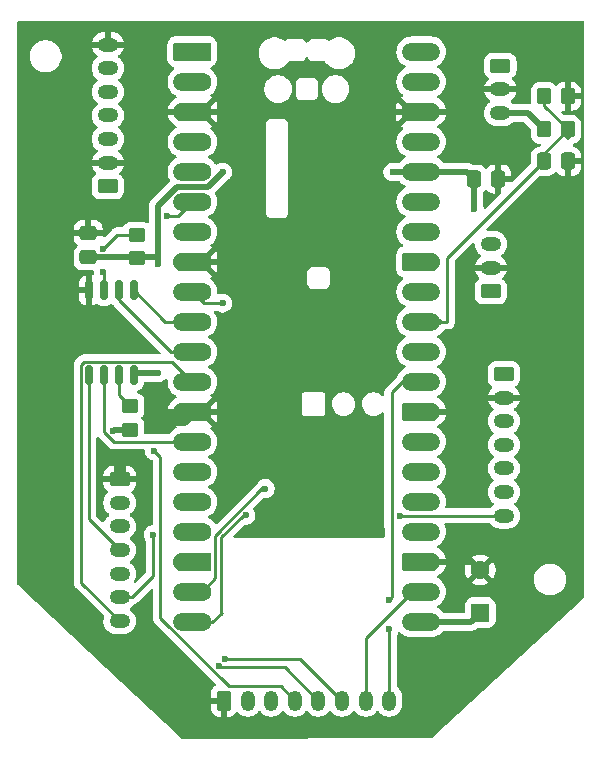
<source format=gtl>
%TF.GenerationSoftware,KiCad,Pcbnew,9.0.1*%
%TF.CreationDate,2025-08-12T13:46:24-07:00*%
%TF.ProjectId,fone,666f6e65-2e6b-4696-9361-645f70636258,0.5*%
%TF.SameCoordinates,Original*%
%TF.FileFunction,Copper,L1,Top*%
%TF.FilePolarity,Positive*%
%FSLAX46Y46*%
G04 Gerber Fmt 4.6, Leading zero omitted, Abs format (unit mm)*
G04 Created by KiCad (PCBNEW 9.0.1) date 2025-08-12 13:46:24*
%MOMM*%
%LPD*%
G01*
G04 APERTURE LIST*
G04 Aperture macros list*
%AMRoundRect*
0 Rectangle with rounded corners*
0 $1 Rounding radius*
0 $2 $3 $4 $5 $6 $7 $8 $9 X,Y pos of 4 corners*
0 Add a 4 corners polygon primitive as box body*
4,1,4,$2,$3,$4,$5,$6,$7,$8,$9,$2,$3,0*
0 Add four circle primitives for the rounded corners*
1,1,$1+$1,$2,$3*
1,1,$1+$1,$4,$5*
1,1,$1+$1,$6,$7*
1,1,$1+$1,$8,$9*
0 Add four rect primitives between the rounded corners*
20,1,$1+$1,$2,$3,$4,$5,0*
20,1,$1+$1,$4,$5,$6,$7,0*
20,1,$1+$1,$6,$7,$8,$9,0*
20,1,$1+$1,$8,$9,$2,$3,0*%
%AMFreePoly0*
4,1,37,0.800000,0.796148,0.878414,0.796148,1.032228,0.765552,1.177117,0.705537,1.307515,0.618408,1.418408,0.507515,1.505537,0.377117,1.565552,0.232228,1.596148,0.078414,1.596148,-0.078414,1.565552,-0.232228,1.505537,-0.377117,1.418408,-0.507515,1.307515,-0.618408,1.177117,-0.705537,1.032228,-0.765552,0.878414,-0.796148,0.800000,-0.796148,0.800000,-0.800000,-1.400000,-0.800000,
-1.403843,-0.796157,-1.439018,-0.796157,-1.511114,-0.766294,-1.566294,-0.711114,-1.596157,-0.639018,-1.596157,-0.603843,-1.600000,-0.600000,-1.600000,0.600000,-1.596157,0.603843,-1.596157,0.639018,-1.566294,0.711114,-1.511114,0.766294,-1.439018,0.796157,-1.403843,0.796157,-1.400000,0.800000,0.800000,0.800000,0.800000,0.796148,0.800000,0.796148,$1*%
%AMFreePoly1*
4,1,37,1.403843,0.796157,1.439018,0.796157,1.511114,0.766294,1.566294,0.711114,1.596157,0.639018,1.596157,0.603843,1.600000,0.600000,1.600000,-0.600000,1.596157,-0.603843,1.596157,-0.639018,1.566294,-0.711114,1.511114,-0.766294,1.439018,-0.796157,1.403843,-0.796157,1.400000,-0.800000,-0.800000,-0.800000,-0.800000,-0.796148,-0.878414,-0.796148,-1.032228,-0.765552,-1.177117,-0.705537,
-1.307515,-0.618408,-1.418408,-0.507515,-1.505537,-0.377117,-1.565552,-0.232228,-1.596148,-0.078414,-1.596148,0.078414,-1.565552,0.232228,-1.505537,0.377117,-1.418408,0.507515,-1.307515,0.618408,-1.177117,0.705537,-1.032228,0.765552,-0.878414,0.796148,-0.800000,0.796148,-0.800000,0.800000,1.400000,0.800000,1.403843,0.796157,1.403843,0.796157,$1*%
%AMFreePoly2*
4,1,37,0.603843,0.796157,0.639018,0.796157,0.711114,0.766294,0.766294,0.711114,0.796157,0.639018,0.796157,0.603843,0.800000,0.600000,0.800000,-0.600000,0.796157,-0.603843,0.796157,-0.639018,0.766294,-0.711114,0.711114,-0.766294,0.639018,-0.796157,0.603843,-0.796157,0.600000,-0.800000,0.000000,-0.800000,0.000000,-0.796148,-0.078414,-0.796148,-0.232228,-0.765552,-0.377117,-0.705537,
-0.507515,-0.618408,-0.618408,-0.507515,-0.705537,-0.377117,-0.765552,-0.232228,-0.796148,-0.078414,-0.796148,0.078414,-0.765552,0.232228,-0.705537,0.377117,-0.618408,0.507515,-0.507515,0.618408,-0.377117,0.705537,-0.232228,0.765552,-0.078414,0.796148,0.000000,0.796148,0.000000,0.800000,0.600000,0.800000,0.603843,0.796157,0.603843,0.796157,$1*%
%AMFreePoly3*
4,1,37,0.000000,0.796148,0.078414,0.796148,0.232228,0.765552,0.377117,0.705537,0.507515,0.618408,0.618408,0.507515,0.705537,0.377117,0.765552,0.232228,0.796148,0.078414,0.796148,-0.078414,0.765552,-0.232228,0.705537,-0.377117,0.618408,-0.507515,0.507515,-0.618408,0.377117,-0.705537,0.232228,-0.765552,0.078414,-0.796148,0.000000,-0.796148,0.000000,-0.800000,-0.600000,-0.800000,
-0.603843,-0.796157,-0.639018,-0.796157,-0.711114,-0.766294,-0.766294,-0.711114,-0.796157,-0.639018,-0.796157,-0.603843,-0.800000,-0.600000,-0.800000,0.600000,-0.796157,0.603843,-0.796157,0.639018,-0.766294,0.711114,-0.711114,0.766294,-0.639018,0.796157,-0.603843,0.796157,-0.600000,0.800000,0.000000,0.800000,0.000000,0.796148,0.000000,0.796148,$1*%
G04 Aperture macros list end*
%TA.AperFunction,ComponentPad*%
%ADD10RoundRect,0.250000X0.550000X-0.550000X0.550000X0.550000X-0.550000X0.550000X-0.550000X-0.550000X0*%
%TD*%
%TA.AperFunction,ComponentPad*%
%ADD11C,1.600000*%
%TD*%
%TA.AperFunction,SMDPad,CuDef*%
%ADD12RoundRect,0.162500X-0.162500X0.650000X-0.162500X-0.650000X0.162500X-0.650000X0.162500X0.650000X0*%
%TD*%
%TA.AperFunction,SMDPad,CuDef*%
%ADD13RoundRect,0.250000X-0.350000X-0.450000X0.350000X-0.450000X0.350000X0.450000X-0.350000X0.450000X0*%
%TD*%
%TA.AperFunction,SMDPad,CuDef*%
%ADD14RoundRect,0.250000X0.350000X0.450000X-0.350000X0.450000X-0.350000X-0.450000X0.350000X-0.450000X0*%
%TD*%
%TA.AperFunction,SMDPad,CuDef*%
%ADD15RoundRect,0.250000X-0.450000X0.350000X-0.450000X-0.350000X0.450000X-0.350000X0.450000X0.350000X0*%
%TD*%
%TA.AperFunction,ComponentPad*%
%ADD16RoundRect,0.250000X-0.350000X-0.625000X0.350000X-0.625000X0.350000X0.625000X-0.350000X0.625000X0*%
%TD*%
%TA.AperFunction,ComponentPad*%
%ADD17O,1.200000X1.750000*%
%TD*%
%TA.AperFunction,ComponentPad*%
%ADD18RoundRect,0.250000X-0.625000X0.350000X-0.625000X-0.350000X0.625000X-0.350000X0.625000X0.350000X0*%
%TD*%
%TA.AperFunction,ComponentPad*%
%ADD19O,1.750000X1.200000*%
%TD*%
%TA.AperFunction,ComponentPad*%
%ADD20RoundRect,0.250000X0.625000X-0.350000X0.625000X0.350000X-0.625000X0.350000X-0.625000X-0.350000X0*%
%TD*%
%TA.AperFunction,SMDPad,CuDef*%
%ADD21RoundRect,0.250000X-0.337500X-0.475000X0.337500X-0.475000X0.337500X0.475000X-0.337500X0.475000X0*%
%TD*%
%TA.AperFunction,SMDPad,CuDef*%
%ADD22RoundRect,0.250000X0.475000X-0.337500X0.475000X0.337500X-0.475000X0.337500X-0.475000X-0.337500X0*%
%TD*%
%TA.AperFunction,SMDPad,CuDef*%
%ADD23FreePoly0,0.000000*%
%TD*%
%TA.AperFunction,ComponentPad*%
%ADD24RoundRect,0.200000X-0.600000X-0.600000X0.600000X-0.600000X0.600000X0.600000X-0.600000X0.600000X0*%
%TD*%
%TA.AperFunction,SMDPad,CuDef*%
%ADD25RoundRect,0.800000X-0.800000X-0.000010X0.800000X-0.000010X0.800000X0.000010X-0.800000X0.000010X0*%
%TD*%
%TA.AperFunction,SMDPad,CuDef*%
%ADD26FreePoly1,0.000000*%
%TD*%
%TA.AperFunction,ComponentPad*%
%ADD27FreePoly2,0.000000*%
%TD*%
%TA.AperFunction,ComponentPad*%
%ADD28FreePoly3,0.000000*%
%TD*%
%TA.AperFunction,ViaPad*%
%ADD29C,0.600000*%
%TD*%
%TA.AperFunction,Conductor*%
%ADD30C,0.250000*%
%TD*%
%TA.AperFunction,Conductor*%
%ADD31C,0.500000*%
%TD*%
%TA.AperFunction,Conductor*%
%ADD32C,1.000000*%
%TD*%
G04 APERTURE END LIST*
D10*
%TO.P,M1,1,+*%
%TO.N,Net-(A1-GPIO16)*%
X146700000Y-116600000D03*
D11*
%TO.P,M1,2,-*%
%TO.N,GND*%
X146700000Y-113000000D03*
%TD*%
D12*
%TO.P,U1,1,~{CS}*%
%TO.N,Net-(A1-GPIO7)*%
X117370000Y-89325000D03*
%TO.P,U1,2,DO/IO_{1}*%
%TO.N,Net-(A1-GPIO8)*%
X116100000Y-89325000D03*
%TO.P,U1,3,~{WP}/IO_{2}*%
%TO.N,Net-(U1-~{WP}{slash}IO_{2})*%
X114830000Y-89325000D03*
%TO.P,U1,4,GND*%
%TO.N,GND*%
X113560000Y-89325000D03*
%TO.P,U1,5,DI/IO_{0}*%
%TO.N,Net-(A1-GPIO11)*%
X113560000Y-96500000D03*
%TO.P,U1,6,CLK*%
%TO.N,Net-(A1-GPIO10)*%
X114830000Y-96500000D03*
%TO.P,U1,7,~{HOLD}/~{RESET}/IO_{3}*%
%TO.N,Net-(U1-~{HOLD}{slash}~{RESET}{slash}IO_{3})*%
X116100000Y-96500000D03*
%TO.P,U1,8,VCC*%
%TO.N,+3V3*%
X117370000Y-96500000D03*
%TD*%
D13*
%TO.P,R4,1*%
%TO.N,Net-(A1-GPIO26_ADC0)*%
X152100000Y-72900000D03*
%TO.P,R4,2*%
%TO.N,GND*%
X154100000Y-72900000D03*
%TD*%
D14*
%TO.P,R3,1*%
%TO.N,Net-(A1-GPIO26_ADC0)*%
X154100000Y-75700000D03*
%TO.P,R3,2*%
%TO.N,Net-(J2-VBAT_SENSE)*%
X152100000Y-75700000D03*
%TD*%
D15*
%TO.P,R2,1*%
%TO.N,Net-(U1-~{WP}{slash}IO_{2})*%
X117600000Y-84612500D03*
%TO.P,R2,2*%
%TO.N,+3V3*%
X117600000Y-86612500D03*
%TD*%
%TO.P,R1,1*%
%TO.N,Net-(U1-~{HOLD}{slash}~{RESET}{slash}IO_{3})*%
X117065000Y-99112500D03*
%TO.P,R1,2*%
%TO.N,+3V3*%
X117065000Y-101112500D03*
%TD*%
D16*
%TO.P,J6,1,COM/GND*%
%TO.N,GND*%
X125000000Y-124050000D03*
D17*
%TO.P,J6,2,UP*%
%TO.N,Net-(A1-GPIO18)*%
X127000000Y-124050000D03*
%TO.P,J6,3,DWN*%
%TO.N,Net-(A1-GPIO19)*%
X129000000Y-124050000D03*
%TO.P,J6,4,LET*%
%TO.N,Net-(A1-GPIO4)*%
X131000000Y-124050000D03*
%TO.P,J6,5,RHT*%
%TO.N,Net-(A1-GPIO5)*%
X133000000Y-124050000D03*
%TO.P,J6,6,MID*%
%TO.N,Net-(A1-GPIO6)*%
X135000000Y-124050000D03*
%TO.P,J6,7,SET*%
%TO.N,Net-(A1-GPIO17)*%
X137000000Y-124050000D03*
%TO.P,J6,8,RST*%
%TO.N,Net-(A1-GPIO22)*%
X139000000Y-124050000D03*
%TD*%
D18*
%TO.P,J5,1,VIN*%
%TO.N,+5V*%
X148700000Y-96400000D03*
D19*
%TO.P,J5,2,GND*%
%TO.N,GND*%
X148700000Y-98400000D03*
%TO.P,J5,3,SD*%
%TO.N,Net-(A1-GPIO21)*%
X148700000Y-100400000D03*
%TO.P,J5,4,GAIN*%
%TO.N,unconnected-(J5-GAIN-Pad4)*%
X148700000Y-102400000D03*
%TO.P,J5,5,DIN*%
%TO.N,Net-(A1-GPIO20)*%
X148700000Y-104400000D03*
%TO.P,J5,6,BCLK*%
%TO.N,Net-(A1-GPIO14)*%
X148700000Y-106400000D03*
%TO.P,J5,7,LRC*%
%TO.N,Net-(A1-GPIO15)*%
X148700000Y-108400000D03*
%TD*%
D20*
%TO.P,J4,1,VCC*%
%TO.N,+3V3*%
X147600000Y-89400000D03*
D19*
%TO.P,J4,2,GND*%
%TO.N,GND*%
X147600000Y-87400000D03*
%TO.P,J4,3,OUT*%
%TO.N,Net-(A1-GPIO28_ADC2)*%
X147600000Y-85400000D03*
%TD*%
D18*
%TO.P,J3,1,GND*%
%TO.N,GND*%
X116165000Y-105312500D03*
D19*
%TO.P,J3,2,VCC*%
%TO.N,+3V3*%
X116165000Y-107312500D03*
%TO.P,J3,3,SCK*%
%TO.N,Net-(A1-GPIO10)*%
X116165000Y-109312500D03*
%TO.P,J3,4,SDA*%
%TO.N,Net-(A1-GPIO11)*%
X116165000Y-111312500D03*
%TO.P,J3,5,RES*%
%TO.N,Net-(A1-GPIO13)*%
X116165000Y-113312500D03*
%TO.P,J3,6,DC*%
%TO.N,Net-(A1-GPIO12)*%
X116165000Y-115312500D03*
%TO.P,J3,7,CS*%
%TO.N,Net-(A1-GPIO9)*%
X116165000Y-117312500D03*
%TD*%
D18*
%TO.P,J2,1,VCC*%
%TO.N,+5V*%
X148400000Y-70300000D03*
D19*
%TO.P,J2,2,GND*%
%TO.N,GND*%
X148400000Y-72300000D03*
%TO.P,J2,3,VBAT_SENSE*%
%TO.N,Net-(J2-VBAT_SENSE)*%
X148400000Y-74300000D03*
%TD*%
D20*
%TO.P,J1,1,SLEEP*%
%TO.N,Net-(A1-GPIO3)*%
X115165000Y-80512500D03*
D19*
%TO.P,J1,2,GND*%
%TO.N,GND*%
X115165000Y-78512500D03*
%TO.P,J1,3,VCC*%
%TO.N,+5V*%
X115165000Y-76512500D03*
%TO.P,J1,4,PWRKEY*%
%TO.N,Net-(A1-GPIO2)*%
X115165000Y-74512500D03*
%TO.P,J1,5,TXD*%
%TO.N,Net-(A1-GPIO1)*%
X115165000Y-72512500D03*
%TO.P,J1,6,RXD*%
%TO.N,Net-(A1-GPIO0)*%
X115165000Y-70512500D03*
%TO.P,J1,7,GND*%
%TO.N,GND*%
X115165000Y-68512500D03*
%TD*%
D21*
%TO.P,C3,1*%
%TO.N,Net-(A1-GPIO26_ADC0)*%
X152062500Y-78400000D03*
%TO.P,C3,2*%
%TO.N,GND*%
X154137500Y-78400000D03*
%TD*%
%TO.P,C2,1*%
%TO.N,+3V3*%
X146162500Y-79900000D03*
%TO.P,C2,2*%
%TO.N,GND*%
X148237500Y-79900000D03*
%TD*%
D22*
%TO.P,C1,1*%
%TO.N,+3V3*%
X113500000Y-86537500D03*
%TO.P,C1,2*%
%TO.N,GND*%
X113500000Y-84462500D03*
%TD*%
D23*
%TO.P,A1,1,GPIO0*%
%TO.N,Net-(A1-GPIO0)*%
X122320000Y-69120000D03*
D24*
X123120000Y-69120000D03*
D25*
%TO.P,A1,2,GPIO1*%
%TO.N,Net-(A1-GPIO1)*%
X122320000Y-71660000D03*
D11*
X123120000Y-71660000D03*
D26*
%TO.P,A1,3,GND*%
%TO.N,GND*%
X122320000Y-74200000D03*
D27*
X123120000Y-74200000D03*
D25*
%TO.P,A1,4,GPIO2*%
%TO.N,Net-(A1-GPIO2)*%
X122320000Y-76740000D03*
D11*
X123120000Y-76740000D03*
D25*
%TO.P,A1,5,GPIO3*%
%TO.N,Net-(A1-GPIO3)*%
X122320000Y-79280000D03*
D11*
X123120000Y-79280000D03*
D25*
%TO.P,A1,6,GPIO4*%
%TO.N,Net-(A1-GPIO4)*%
X122320000Y-81820000D03*
D11*
X123120000Y-81820000D03*
D25*
%TO.P,A1,7,GPIO5*%
%TO.N,Net-(A1-GPIO5)*%
X122320000Y-84360000D03*
D11*
X123120000Y-84360000D03*
D26*
%TO.P,A1,8,GND*%
%TO.N,GND*%
X122320000Y-86900000D03*
D27*
X123120000Y-86900000D03*
D25*
%TO.P,A1,9,GPIO6*%
%TO.N,Net-(A1-GPIO6)*%
X122320000Y-89440000D03*
D11*
X123120000Y-89440000D03*
D25*
%TO.P,A1,10,GPIO7*%
%TO.N,Net-(A1-GPIO7)*%
X122320000Y-91980000D03*
D11*
X123120000Y-91980000D03*
D25*
%TO.P,A1,11,GPIO8*%
%TO.N,Net-(A1-GPIO8)*%
X122320000Y-94520000D03*
D11*
X123120000Y-94520000D03*
D25*
%TO.P,A1,12,GPIO9*%
%TO.N,Net-(A1-GPIO9)*%
X122320000Y-97060000D03*
D11*
X123120000Y-97060000D03*
D26*
%TO.P,A1,13,GND*%
%TO.N,GND*%
X122320000Y-99600000D03*
D27*
X123120000Y-99600000D03*
D25*
%TO.P,A1,14,GPIO10*%
%TO.N,Net-(A1-GPIO10)*%
X122320000Y-102140000D03*
D11*
X123120000Y-102140000D03*
D25*
%TO.P,A1,15,GPIO11*%
%TO.N,Net-(A1-GPIO11)*%
X122320000Y-104680000D03*
D11*
X123120000Y-104680000D03*
D25*
%TO.P,A1,16,GPIO12*%
%TO.N,Net-(A1-GPIO12)*%
X122320000Y-107220000D03*
D11*
X123120000Y-107220000D03*
D25*
%TO.P,A1,17,GPIO13*%
%TO.N,Net-(A1-GPIO13)*%
X122320000Y-109760000D03*
D11*
X123120000Y-109760000D03*
D26*
%TO.P,A1,18,GND*%
%TO.N,GND*%
X122320000Y-112300000D03*
D27*
X123120000Y-112300000D03*
D25*
%TO.P,A1,19,GPIO14*%
%TO.N,Net-(A1-GPIO14)*%
X122320000Y-114840000D03*
D11*
X123120000Y-114840000D03*
D25*
%TO.P,A1,20,GPIO15*%
%TO.N,Net-(A1-GPIO15)*%
X122320000Y-117380000D03*
D11*
X123120000Y-117380000D03*
%TO.P,A1,21,GPIO16*%
%TO.N,Net-(A1-GPIO16)*%
X140900000Y-117380000D03*
D25*
X141700000Y-117380000D03*
D11*
%TO.P,A1,22,GPIO17*%
%TO.N,Net-(A1-GPIO17)*%
X140900000Y-114840000D03*
D25*
X141700000Y-114840000D03*
D28*
%TO.P,A1,23,GND*%
%TO.N,GND*%
X140900000Y-112300000D03*
D23*
X141700000Y-112300000D03*
D11*
%TO.P,A1,24,GPIO18*%
%TO.N,Net-(A1-GPIO18)*%
X140900000Y-109760000D03*
D25*
X141700000Y-109760000D03*
D11*
%TO.P,A1,25,GPIO19*%
%TO.N,Net-(A1-GPIO19)*%
X140900000Y-107220000D03*
D25*
X141700000Y-107220000D03*
D11*
%TO.P,A1,26,GPIO20*%
%TO.N,Net-(A1-GPIO20)*%
X140900000Y-104680000D03*
D25*
X141700000Y-104680000D03*
D11*
%TO.P,A1,27,GPIO21*%
%TO.N,Net-(A1-GPIO21)*%
X140900000Y-102140000D03*
D25*
X141700000Y-102140000D03*
D28*
%TO.P,A1,28,GND*%
%TO.N,GND*%
X140900000Y-99600000D03*
D23*
X141700000Y-99600000D03*
D11*
%TO.P,A1,29,GPIO22*%
%TO.N,Net-(A1-GPIO22)*%
X140900000Y-97060000D03*
D25*
X141700000Y-97060000D03*
D11*
%TO.P,A1,30,RUN*%
%TO.N,unconnected-(A1-RUN-Pad30)_1*%
X140900000Y-94520000D03*
D25*
%TO.N,unconnected-(A1-RUN-Pad30)*%
X141700000Y-94520000D03*
D11*
%TO.P,A1,31,GPIO26_ADC0*%
%TO.N,Net-(A1-GPIO26_ADC0)*%
X140900000Y-91980000D03*
D25*
X141700000Y-91980000D03*
D11*
%TO.P,A1,32,GPIO27_ADC1*%
%TO.N,unconnected-(A1-GPIO27_ADC1-Pad32)*%
X140900000Y-89440000D03*
D25*
%TO.N,unconnected-(A1-GPIO27_ADC1-Pad32)_1*%
X141700000Y-89440000D03*
D28*
%TO.P,A1,33,AGND*%
%TO.N,unconnected-(A1-AGND-Pad33)_1*%
X140900000Y-86900000D03*
D23*
%TO.N,unconnected-(A1-AGND-Pad33)*%
X141700000Y-86900000D03*
D11*
%TO.P,A1,34,GPIO28_ADC2*%
%TO.N,Net-(A1-GPIO28_ADC2)*%
X140900000Y-84360000D03*
D25*
X141700000Y-84360000D03*
D11*
%TO.P,A1,35,ADC_VREF*%
%TO.N,unconnected-(A1-ADC_VREF-Pad35)_1*%
X140900000Y-81820000D03*
D25*
%TO.N,unconnected-(A1-ADC_VREF-Pad35)*%
X141700000Y-81820000D03*
D11*
%TO.P,A1,36,3V3*%
%TO.N,+3V3*%
X140900000Y-79280000D03*
D25*
X141700000Y-79280000D03*
D11*
%TO.P,A1,37,3V3_EN*%
%TO.N,unconnected-(A1-3V3_EN-Pad37)*%
X140900000Y-76740000D03*
D25*
%TO.N,unconnected-(A1-3V3_EN-Pad37)_1*%
X141700000Y-76740000D03*
D28*
%TO.P,A1,38,GND*%
%TO.N,GND*%
X140900000Y-74200000D03*
D23*
X141700000Y-74200000D03*
D11*
%TO.P,A1,39,VSYS*%
%TO.N,unconnected-(A1-VSYS-Pad39)*%
X140900000Y-71660000D03*
D25*
%TO.N,unconnected-(A1-VSYS-Pad39)_1*%
X141700000Y-71660000D03*
D11*
%TO.P,A1,40,VBUS*%
%TO.N,+5V*%
X140900000Y-69120000D03*
D25*
X141700000Y-69120000D03*
%TD*%
D29*
%TO.N,GND*%
X137700000Y-101700000D03*
%TO.N,Net-(A1-GPIO15)*%
X139900000Y-108400000D03*
X126863941Y-108363941D03*
%TO.N,Net-(A1-GPIO14)*%
X128500000Y-106100000D03*
%TO.N,+3V3*%
X124900000Y-79300000D03*
X139300000Y-79300000D03*
%TO.N,GND*%
X119374000Y-100300000D03*
X116300000Y-103400000D03*
%TO.N,Net-(A1-GPIO6)*%
X124876000Y-90400000D03*
X125056386Y-120502383D03*
%TO.N,Net-(A1-GPIO5)*%
X124565739Y-121134261D03*
%TO.N,Net-(A1-GPIO4)*%
X120200000Y-83000000D03*
X119100000Y-102900000D03*
%TO.N,Net-(U1-~{WP}{slash}IO_{2})*%
X114800000Y-85787500D03*
X114800000Y-87800000D03*
%TO.N,Net-(A1-GPIO12)*%
X119000000Y-110000000D03*
%TO.N,+3V3*%
X115600000Y-101200000D03*
X119400000Y-96300000D03*
X119400000Y-87100000D03*
X146200000Y-82400000D03*
%TO.N,Net-(A1-GPIO22)*%
X139000000Y-118000000D03*
X139000000Y-115500000D03*
%TD*%
D30*
%TO.N,Net-(A1-GPIO15)*%
X126581808Y-108400000D02*
X126827882Y-108400000D01*
X139900000Y-108400000D02*
X148700000Y-108400000D01*
X126827882Y-108400000D02*
X126863941Y-108363941D01*
%TO.N,Net-(A1-GPIO22)*%
X140900000Y-97060000D02*
X140100000Y-97060000D01*
X140100000Y-97060000D02*
X139200000Y-97960000D01*
X139200000Y-97960000D02*
X139200000Y-109300000D01*
X139200000Y-109300000D02*
X139236000Y-109336000D01*
X139236000Y-109336000D02*
X139236000Y-115264000D01*
X139236000Y-115264000D02*
X139000000Y-115500000D01*
%TO.N,Net-(A1-GPIO14)*%
X128494000Y-106094000D02*
X128500000Y-106100000D01*
X128249998Y-106094000D02*
X128494000Y-106094000D01*
D31*
%TO.N,+3V3*%
X121001818Y-80569000D02*
X119400000Y-82170818D01*
X140900000Y-79280000D02*
X139320000Y-79280000D01*
X139320000Y-79280000D02*
X139300000Y-79300000D01*
X123631000Y-80569000D02*
X121001818Y-80569000D01*
X119400000Y-82170818D02*
X119400000Y-87100000D01*
X124900000Y-79300000D02*
X123631000Y-80569000D01*
D32*
%TO.N,GND*%
X116165000Y-105312500D02*
X116165000Y-103535000D01*
X116165000Y-103535000D02*
X116300000Y-103400000D01*
X119374000Y-100300000D02*
X121620000Y-100300000D01*
X121620000Y-100300000D02*
X122320000Y-99600000D01*
D30*
%TO.N,Net-(A1-GPIO9)*%
X116165000Y-117312500D02*
X112909000Y-114056500D01*
X112909000Y-95643154D02*
X113190654Y-95361500D01*
X112909000Y-114056500D02*
X112909000Y-95643154D01*
X120621500Y-95361500D02*
X122320000Y-97060000D01*
X113190654Y-95361500D02*
X120621500Y-95361500D01*
%TO.N,Net-(A1-GPIO6)*%
X131452383Y-120502383D02*
X125056386Y-120502383D01*
X123280000Y-90400000D02*
X122320000Y-89440000D01*
X135000000Y-124050000D02*
X131452383Y-120502383D01*
X124876000Y-90400000D02*
X123280000Y-90400000D01*
%TO.N,Net-(A1-GPIO5)*%
X130150000Y-121200000D02*
X124500000Y-121200000D01*
X133000000Y-124050000D02*
X130150000Y-121200000D01*
X124500000Y-121200000D02*
X124565739Y-121134261D01*
%TO.N,Net-(A1-GPIO4)*%
X131000000Y-124050000D02*
X129799000Y-122849000D01*
X119626000Y-117078406D02*
X119626000Y-103426000D01*
X119626000Y-103426000D02*
X119100000Y-102900000D01*
X125396594Y-122849000D02*
X119626000Y-117078406D01*
X129799000Y-122849000D02*
X125396594Y-122849000D01*
X120200000Y-83000000D02*
X121140000Y-83000000D01*
X121140000Y-83000000D02*
X122320000Y-81820000D01*
%TO.N,Net-(A1-GPIO10)*%
X114830000Y-96500000D02*
X114830000Y-101315298D01*
X114830000Y-101315298D02*
X115654702Y-102140000D01*
X115654702Y-102140000D02*
X122320000Y-102140000D01*
%TO.N,Net-(U1-~{HOLD}{slash}~{RESET}{slash}IO_{3})*%
X116100000Y-96500000D02*
X116100000Y-98147500D01*
X116100000Y-98147500D02*
X117065000Y-99112500D01*
%TO.N,Net-(A1-GPIO8)*%
X116100000Y-89325000D02*
X116100000Y-90137499D01*
X120482501Y-94520000D02*
X122320000Y-94520000D01*
X116100000Y-90137499D02*
X120482501Y-94520000D01*
%TO.N,Net-(U1-~{WP}{slash}IO_{2})*%
X115975000Y-84612500D02*
X117600000Y-84612500D01*
X114830000Y-89325000D02*
X114830000Y-87830000D01*
X114800000Y-85787500D02*
X115975000Y-84612500D01*
X114830000Y-87830000D02*
X114800000Y-87800000D01*
%TO.N,Net-(A1-GPIO7)*%
X122320000Y-91980000D02*
X120025000Y-91980000D01*
X120025000Y-91980000D02*
X117370000Y-89325000D01*
%TO.N,Net-(A1-GPIO12)*%
X119000000Y-110000000D02*
X119000000Y-113500000D01*
X119000000Y-113500000D02*
X117187500Y-115312500D01*
X117187500Y-115312500D02*
X116165000Y-115312500D01*
%TO.N,Net-(A1-GPIO11)*%
X116165000Y-111312500D02*
X113560000Y-108707500D01*
X113560000Y-108707500D02*
X113560000Y-96500000D01*
D31*
%TO.N,+3V3*%
X117065000Y-101112500D02*
X115687500Y-101112500D01*
X115687500Y-101112500D02*
X115600000Y-101200000D01*
X117570000Y-96300000D02*
X117370000Y-96500000D01*
X119400000Y-96300000D02*
X117570000Y-96300000D01*
X119337500Y-86537500D02*
X113500000Y-86537500D01*
X146162500Y-79900000D02*
X146162500Y-82362500D01*
X146162500Y-82362500D02*
X146200000Y-82400000D01*
D30*
%TO.N,Net-(A1-GPIO22)*%
X139000000Y-124050000D02*
X139000000Y-118000000D01*
%TO.N,Net-(A1-GPIO17)*%
X140900000Y-114840000D02*
X137000000Y-118740000D01*
X137000000Y-118740000D02*
X137000000Y-124050000D01*
%TO.N,Net-(A1-GPIO14)*%
X148700000Y-106400000D02*
X148394000Y-106094000D01*
X128249998Y-106094000D02*
X124251000Y-110092998D01*
X124251000Y-110092998D02*
X124251000Y-113709000D01*
X124251000Y-113709000D02*
X123120000Y-114840000D01*
%TO.N,Net-(A1-GPIO15)*%
X124784000Y-116584000D02*
X124800000Y-116600000D01*
X124020000Y-117380000D02*
X123120000Y-117380000D01*
X126581808Y-108400000D02*
X124784000Y-110197808D01*
X124784000Y-110197808D02*
X124784000Y-116584000D01*
X124800000Y-116600000D02*
X124020000Y-117380000D01*
%TO.N,Net-(A1-GPIO20)*%
X141980000Y-104400000D02*
X141700000Y-104680000D01*
%TO.N,Net-(A1-GPIO26_ADC0)*%
X152062500Y-78400000D02*
X143900000Y-86562500D01*
X143900000Y-86562500D02*
X143900000Y-92000000D01*
X143900000Y-92000000D02*
X143700000Y-92000000D01*
X143700000Y-92000000D02*
X143680000Y-91980000D01*
X143680000Y-91980000D02*
X141700000Y-91980000D01*
X154100000Y-75700000D02*
X152062500Y-77737500D01*
X152062500Y-77737500D02*
X152062500Y-78400000D01*
X152100000Y-72900000D02*
X152100000Y-73700000D01*
X152100000Y-73700000D02*
X154100000Y-75700000D01*
D31*
X152062500Y-78400000D02*
X152062500Y-78437500D01*
X143300000Y-91980000D02*
X141700000Y-91980000D01*
X154100000Y-75700000D02*
X154100000Y-76362500D01*
%TO.N,Net-(J2-VBAT_SENSE)*%
X148400000Y-74300000D02*
X150700000Y-74300000D01*
X150700000Y-74300000D02*
X152100000Y-75700000D01*
%TO.N,GND*%
X141700000Y-112300000D02*
X146000000Y-112300000D01*
X146000000Y-112300000D02*
X146700000Y-113000000D01*
%TO.N,Net-(A1-GPIO16)*%
X141700000Y-117380000D02*
X145920000Y-117380000D01*
X145920000Y-117380000D02*
X146700000Y-116600000D01*
%TO.N,GND*%
X142537500Y-74200000D02*
X141700000Y-74200000D01*
%TO.N,+3V3*%
X141700000Y-79280000D02*
X145542500Y-79280000D01*
X145542500Y-79280000D02*
X146162500Y-79900000D01*
%TD*%
%TA.AperFunction,Conductor*%
%TO.N,GND*%
G36*
X114390703Y-101761039D02*
G01*
X114397181Y-101767071D01*
X114435586Y-101805476D01*
X114435608Y-101805496D01*
X115165718Y-102535606D01*
X115165747Y-102535637D01*
X115255966Y-102625856D01*
X115255969Y-102625858D01*
X115332892Y-102677256D01*
X115358417Y-102694312D01*
X115396910Y-102710256D01*
X115472250Y-102741463D01*
X115532673Y-102753481D01*
X115593095Y-102765500D01*
X115593096Y-102765500D01*
X118175500Y-102765500D01*
X118242539Y-102785185D01*
X118288294Y-102837989D01*
X118299500Y-102889500D01*
X118299500Y-102978846D01*
X118330261Y-103133489D01*
X118330264Y-103133501D01*
X118390602Y-103279172D01*
X118390609Y-103279185D01*
X118478210Y-103410288D01*
X118478213Y-103410292D01*
X118589707Y-103521786D01*
X118589711Y-103521789D01*
X118720814Y-103609390D01*
X118720827Y-103609397D01*
X118808230Y-103645599D01*
X118866503Y-103669737D01*
X118900691Y-103676537D01*
X118962601Y-103708920D01*
X118997176Y-103769635D01*
X119000500Y-103798154D01*
X119000500Y-109081953D01*
X118980815Y-109148992D01*
X118928011Y-109194747D01*
X118900692Y-109203570D01*
X118766508Y-109230261D01*
X118766498Y-109230264D01*
X118620827Y-109290602D01*
X118620814Y-109290609D01*
X118489711Y-109378210D01*
X118489707Y-109378213D01*
X118378213Y-109489707D01*
X118378210Y-109489711D01*
X118290609Y-109620814D01*
X118290602Y-109620827D01*
X118230264Y-109766498D01*
X118230261Y-109766510D01*
X118199500Y-109921153D01*
X118199500Y-110078846D01*
X118230261Y-110233489D01*
X118230264Y-110233501D01*
X118290602Y-110379172D01*
X118290609Y-110379184D01*
X118353602Y-110473459D01*
X118374480Y-110540136D01*
X118374500Y-110542350D01*
X118374500Y-113189547D01*
X118354815Y-113256586D01*
X118338181Y-113277228D01*
X117576207Y-114039201D01*
X117514884Y-114072686D01*
X117445192Y-114067702D01*
X117389259Y-114025830D01*
X117364842Y-113960366D01*
X117379325Y-113893784D01*
X117379020Y-113893629D01*
X117379613Y-113892465D01*
X117379694Y-113892093D01*
X117380597Y-113890532D01*
X117381228Y-113889293D01*
X117381232Y-113889288D01*
X117459873Y-113734945D01*
X117513402Y-113570201D01*
X117540500Y-113399111D01*
X117540500Y-113225889D01*
X117513402Y-113054799D01*
X117459873Y-112890055D01*
X117381232Y-112735712D01*
X117279414Y-112595572D01*
X117156928Y-112473086D01*
X117073975Y-112412817D01*
X117031311Y-112357488D01*
X117025332Y-112287874D01*
X117057938Y-112226079D01*
X117073976Y-112212182D01*
X117156928Y-112151914D01*
X117279414Y-112029428D01*
X117381232Y-111889288D01*
X117459873Y-111734945D01*
X117513402Y-111570201D01*
X117540500Y-111399111D01*
X117540500Y-111225889D01*
X117513402Y-111054799D01*
X117459873Y-110890055D01*
X117381232Y-110735712D01*
X117279414Y-110595572D01*
X117156928Y-110473086D01*
X117073975Y-110412817D01*
X117031311Y-110357488D01*
X117025332Y-110287874D01*
X117057938Y-110226079D01*
X117073976Y-110212182D01*
X117156928Y-110151914D01*
X117279414Y-110029428D01*
X117381232Y-109889288D01*
X117459873Y-109734945D01*
X117513402Y-109570201D01*
X117540500Y-109399111D01*
X117540500Y-109225889D01*
X117513402Y-109054799D01*
X117459873Y-108890055D01*
X117381232Y-108735712D01*
X117279414Y-108595572D01*
X117156928Y-108473086D01*
X117073975Y-108412817D01*
X117031311Y-108357488D01*
X117025332Y-108287874D01*
X117057938Y-108226079D01*
X117073976Y-108212182D01*
X117156928Y-108151914D01*
X117279414Y-108029428D01*
X117381232Y-107889288D01*
X117459873Y-107734945D01*
X117513402Y-107570201D01*
X117540500Y-107399111D01*
X117540500Y-107225889D01*
X117513402Y-107054799D01*
X117459873Y-106890055D01*
X117381232Y-106735712D01*
X117279414Y-106595572D01*
X117171508Y-106487666D01*
X117138023Y-106426343D01*
X117143007Y-106356651D01*
X117184879Y-106300718D01*
X117194094Y-106294445D01*
X117258345Y-106254815D01*
X117382315Y-106130845D01*
X117474356Y-105981624D01*
X117474358Y-105981619D01*
X117529505Y-105815197D01*
X117529506Y-105815190D01*
X117539999Y-105712486D01*
X117540000Y-105712473D01*
X117540000Y-105562500D01*
X116445330Y-105562500D01*
X116465075Y-105542755D01*
X116514444Y-105457245D01*
X116540000Y-105361870D01*
X116540000Y-105263130D01*
X116514444Y-105167755D01*
X116465075Y-105082245D01*
X116445330Y-105062500D01*
X117539999Y-105062500D01*
X117539999Y-104912528D01*
X117539998Y-104912513D01*
X117529505Y-104809802D01*
X117474358Y-104643380D01*
X117474356Y-104643375D01*
X117382315Y-104494154D01*
X117258345Y-104370184D01*
X117109124Y-104278143D01*
X117109119Y-104278141D01*
X116942697Y-104222994D01*
X116942690Y-104222993D01*
X116839986Y-104212500D01*
X116415000Y-104212500D01*
X116415000Y-105032170D01*
X116395255Y-105012425D01*
X116309745Y-104963056D01*
X116214370Y-104937500D01*
X116115630Y-104937500D01*
X116020255Y-104963056D01*
X115934745Y-105012425D01*
X115915000Y-105032170D01*
X115915000Y-104212500D01*
X115490028Y-104212500D01*
X115490012Y-104212501D01*
X115387302Y-104222994D01*
X115220880Y-104278141D01*
X115220875Y-104278143D01*
X115071654Y-104370184D01*
X114947684Y-104494154D01*
X114855643Y-104643375D01*
X114855641Y-104643380D01*
X114800494Y-104809802D01*
X114800493Y-104809809D01*
X114790000Y-104912513D01*
X114790000Y-105062500D01*
X115884670Y-105062500D01*
X115864925Y-105082245D01*
X115815556Y-105167755D01*
X115790000Y-105263130D01*
X115790000Y-105361870D01*
X115815556Y-105457245D01*
X115864925Y-105542755D01*
X115884670Y-105562500D01*
X114790001Y-105562500D01*
X114790001Y-105712486D01*
X114800494Y-105815197D01*
X114855641Y-105981619D01*
X114855643Y-105981624D01*
X114947684Y-106130845D01*
X115071656Y-106254817D01*
X115135906Y-106294446D01*
X115182631Y-106346393D01*
X115193854Y-106415356D01*
X115166011Y-106479438D01*
X115158492Y-106487666D01*
X115050585Y-106595573D01*
X114948768Y-106735711D01*
X114870128Y-106890052D01*
X114816597Y-107054802D01*
X114789500Y-107225889D01*
X114789500Y-107399110D01*
X114807164Y-107510641D01*
X114816598Y-107570201D01*
X114870127Y-107734945D01*
X114948768Y-107889288D01*
X115050586Y-108029428D01*
X115173072Y-108151914D01*
X115173078Y-108151918D01*
X115256023Y-108212183D01*
X115298689Y-108267513D01*
X115304667Y-108337126D01*
X115272061Y-108398921D01*
X115256023Y-108412817D01*
X115173078Y-108473081D01*
X115173069Y-108473088D01*
X115050588Y-108595569D01*
X115050588Y-108595570D01*
X115050586Y-108595572D01*
X115016466Y-108642534D01*
X114948768Y-108735711D01*
X114870124Y-108890059D01*
X114869976Y-108890418D01*
X114869883Y-108890533D01*
X114867915Y-108894396D01*
X114867103Y-108893982D01*
X114826134Y-108944820D01*
X114759840Y-108966884D01*
X114692141Y-108949604D01*
X114667735Y-108930644D01*
X114221819Y-108484728D01*
X114188334Y-108423405D01*
X114185500Y-108397047D01*
X114185500Y-101854752D01*
X114205185Y-101787713D01*
X114257989Y-101741958D01*
X114327147Y-101732014D01*
X114390703Y-101761039D01*
G37*
%TD.AperFunction*%
%TA.AperFunction,Conductor*%
G36*
X120147065Y-96787526D02*
G01*
X120202999Y-96829397D01*
X120227416Y-96894861D01*
X120227260Y-96914515D01*
X120219500Y-97003211D01*
X120219500Y-97116785D01*
X120234364Y-97286687D01*
X120234366Y-97286697D01*
X120293258Y-97506488D01*
X120293261Y-97506497D01*
X120389431Y-97712732D01*
X120389432Y-97712734D01*
X120519954Y-97899141D01*
X120680858Y-98060045D01*
X120680861Y-98060047D01*
X120867266Y-98190568D01*
X120919219Y-98214794D01*
X120971659Y-98260966D01*
X120990811Y-98328159D01*
X120970596Y-98395041D01*
X120925269Y-98436534D01*
X120860499Y-98471155D01*
X120860478Y-98471167D01*
X120729469Y-98558704D01*
X120729463Y-98558708D01*
X120652935Y-98621514D01*
X120541514Y-98732935D01*
X120478708Y-98809463D01*
X120478704Y-98809469D01*
X120391167Y-98940478D01*
X120391155Y-98940498D01*
X120344490Y-99027801D01*
X120284185Y-99173387D01*
X120255443Y-99268139D01*
X120255440Y-99268150D01*
X120239160Y-99349999D01*
X120239161Y-99350000D01*
X122686988Y-99350000D01*
X122654075Y-99407007D01*
X122620000Y-99534174D01*
X122620000Y-99665826D01*
X122654075Y-99792993D01*
X122686988Y-99850000D01*
X120239160Y-99850000D01*
X120255440Y-99931849D01*
X120255443Y-99931860D01*
X120284185Y-100026612D01*
X120344490Y-100172198D01*
X120391155Y-100259501D01*
X120391167Y-100259521D01*
X120478704Y-100390530D01*
X120478708Y-100390536D01*
X120541514Y-100467064D01*
X120652935Y-100578485D01*
X120729463Y-100641291D01*
X120729469Y-100641295D01*
X120860478Y-100728832D01*
X120860506Y-100728849D01*
X120925268Y-100763465D01*
X120975112Y-100812427D01*
X120990573Y-100880565D01*
X120966741Y-100946244D01*
X120919221Y-100985205D01*
X120867264Y-101009433D01*
X120680858Y-101139954D01*
X120519954Y-101300858D01*
X120407387Y-101461623D01*
X120352811Y-101505248D01*
X120305812Y-101514500D01*
X118389500Y-101514500D01*
X118322461Y-101494815D01*
X118276706Y-101442011D01*
X118265500Y-101390500D01*
X118265499Y-100712498D01*
X118265498Y-100712480D01*
X118254999Y-100609703D01*
X118254998Y-100609700D01*
X118214210Y-100486611D01*
X118199814Y-100443166D01*
X118107712Y-100293844D01*
X118014049Y-100200181D01*
X117980564Y-100138858D01*
X117985548Y-100069166D01*
X118014049Y-100024819D01*
X118038769Y-100000099D01*
X118107712Y-99931156D01*
X118199814Y-99781834D01*
X118254999Y-99615297D01*
X118265500Y-99512509D01*
X118265499Y-98712492D01*
X118254999Y-98609703D01*
X118199814Y-98443166D01*
X118107712Y-98293844D01*
X117983656Y-98169788D01*
X117878582Y-98104978D01*
X117834336Y-98077687D01*
X117834331Y-98077685D01*
X117781094Y-98060044D01*
X117691459Y-98030342D01*
X117634016Y-97990570D01*
X117607193Y-97926055D01*
X117619508Y-97857279D01*
X117667051Y-97806079D01*
X117693575Y-97794252D01*
X117778728Y-97767716D01*
X117806602Y-97759031D01*
X117944388Y-97675736D01*
X118058236Y-97561888D01*
X118141531Y-97424102D01*
X118189430Y-97270387D01*
X118195500Y-97203591D01*
X118195500Y-97174500D01*
X118215185Y-97107461D01*
X118267989Y-97061706D01*
X118319500Y-97050500D01*
X119095396Y-97050500D01*
X119142844Y-97059937D01*
X119166503Y-97069737D01*
X119166508Y-97069738D01*
X119166511Y-97069739D01*
X119321153Y-97100499D01*
X119321156Y-97100500D01*
X119321158Y-97100500D01*
X119478844Y-97100500D01*
X119478845Y-97100499D01*
X119633497Y-97069737D01*
X119779179Y-97009394D01*
X119910289Y-96921789D01*
X120016052Y-96816025D01*
X120077373Y-96782542D01*
X120147065Y-96787526D01*
G37*
%TD.AperFunction*%
%TA.AperFunction,Conductor*%
G36*
X122654075Y-86707007D02*
G01*
X122620000Y-86834174D01*
X122620000Y-86965826D01*
X122654075Y-87092993D01*
X122686988Y-87150000D01*
X122444000Y-87150000D01*
X122376961Y-87130315D01*
X122331206Y-87077511D01*
X122320000Y-87026000D01*
X122320000Y-86774000D01*
X122339685Y-86706961D01*
X122392489Y-86661206D01*
X122444000Y-86650000D01*
X122686988Y-86650000D01*
X122654075Y-86707007D01*
G37*
%TD.AperFunction*%
%TA.AperFunction,Conductor*%
G36*
X155442539Y-66520185D02*
G01*
X155488294Y-66572989D01*
X155499500Y-66624500D01*
X155499500Y-115246435D01*
X155479815Y-115313474D01*
X155459930Y-115337251D01*
X142735448Y-127167044D01*
X142672947Y-127198274D01*
X142651600Y-127200227D01*
X121449560Y-127299767D01*
X121382429Y-127280397D01*
X121363932Y-127266008D01*
X121258924Y-127167044D01*
X115022244Y-121289309D01*
X107539454Y-114237183D01*
X107504168Y-114176878D01*
X107500500Y-114146943D01*
X107500500Y-90028543D01*
X112735000Y-90028543D01*
X112741065Y-90095292D01*
X112788929Y-90248896D01*
X112872163Y-90386580D01*
X112985919Y-90500336D01*
X113123607Y-90583572D01*
X113123606Y-90583572D01*
X113277197Y-90631432D01*
X113277207Y-90631435D01*
X113309999Y-90634414D01*
X113310000Y-90634414D01*
X113310000Y-89575000D01*
X112735000Y-89575000D01*
X112735000Y-90028543D01*
X107500500Y-90028543D01*
X107500500Y-88621456D01*
X112735000Y-88621456D01*
X112735000Y-89075000D01*
X113310000Y-89075000D01*
X113310000Y-88015585D01*
X113309999Y-88015585D01*
X113277205Y-88018566D01*
X113123603Y-88066429D01*
X112985919Y-88149663D01*
X112872163Y-88263419D01*
X112788929Y-88401103D01*
X112741065Y-88554707D01*
X112735000Y-88621456D01*
X107500500Y-88621456D01*
X107500500Y-86149983D01*
X112274500Y-86149983D01*
X112274500Y-86925001D01*
X112274501Y-86925019D01*
X112285000Y-87027796D01*
X112285001Y-87027799D01*
X112308902Y-87099925D01*
X112340186Y-87194334D01*
X112432288Y-87343656D01*
X112556344Y-87467712D01*
X112705666Y-87559814D01*
X112872203Y-87614999D01*
X112974991Y-87625500D01*
X113875500Y-87625499D01*
X113883523Y-87627854D01*
X113891788Y-87626573D01*
X113916548Y-87637551D01*
X113942539Y-87645183D01*
X113948016Y-87651504D01*
X113955661Y-87654894D01*
X113970554Y-87677514D01*
X113988294Y-87697987D01*
X113990480Y-87707779D01*
X113994083Y-87713250D01*
X113998896Y-87745460D01*
X113999492Y-87748127D01*
X113999500Y-87748850D01*
X113999500Y-87878842D01*
X114001022Y-87886496D01*
X114001150Y-87898020D01*
X113994676Y-87921006D01*
X113992547Y-87944795D01*
X113985377Y-87954023D01*
X113982209Y-87965274D01*
X113964332Y-87981113D01*
X113949682Y-87999972D01*
X113938661Y-88003859D01*
X113929914Y-88011610D01*
X113906311Y-88015270D01*
X113883792Y-88023214D01*
X113867889Y-88021229D01*
X113860870Y-88022318D01*
X113854702Y-88019583D01*
X113849413Y-88018923D01*
X113849230Y-88019846D01*
X113842796Y-88018566D01*
X113810000Y-88015585D01*
X113810000Y-90634414D01*
X113842792Y-90631435D01*
X113842802Y-90631432D01*
X113996393Y-90583572D01*
X113996394Y-90583571D01*
X114130365Y-90502582D01*
X114197920Y-90484745D01*
X114258664Y-90502581D01*
X114393398Y-90584031D01*
X114547113Y-90631930D01*
X114613909Y-90638000D01*
X115046090Y-90637999D01*
X115046098Y-90637999D01*
X115112882Y-90631931D01*
X115112885Y-90631930D01*
X115112887Y-90631930D01*
X115266602Y-90584031D01*
X115400850Y-90502874D01*
X115414847Y-90499178D01*
X115426810Y-90491018D01*
X115447954Y-90490437D01*
X115468403Y-90485038D01*
X115483467Y-90489461D01*
X115496654Y-90489099D01*
X115529147Y-90502873D01*
X115646830Y-90574015D01*
X115670360Y-90592450D01*
X115708332Y-90630422D01*
X115708338Y-90630427D01*
X119602229Y-94524319D01*
X119635714Y-94585642D01*
X119630730Y-94655334D01*
X119588858Y-94711267D01*
X119523394Y-94735684D01*
X119514548Y-94736000D01*
X113252261Y-94736000D01*
X113129047Y-94736000D01*
X113075294Y-94746692D01*
X113075293Y-94746691D01*
X113008208Y-94760035D01*
X113008195Y-94760039D01*
X112975916Y-94773409D01*
X112961051Y-94779567D01*
X112934015Y-94790766D01*
X112894371Y-94807187D01*
X112894360Y-94807193D01*
X112880754Y-94816285D01*
X112880753Y-94816286D01*
X112791922Y-94875640D01*
X112748359Y-94919203D01*
X112704796Y-94962767D01*
X112423144Y-95244418D01*
X112423138Y-95244426D01*
X112354690Y-95346862D01*
X112354688Y-95346867D01*
X112323109Y-95423106D01*
X112308952Y-95457288D01*
X112307537Y-95460703D01*
X112283541Y-95581344D01*
X112283500Y-95581548D01*
X112283500Y-95581652D01*
X112283500Y-114118110D01*
X112300735Y-114204755D01*
X112307537Y-114238952D01*
X112313659Y-114253732D01*
X112313659Y-114253733D01*
X112354684Y-114352778D01*
X112354690Y-114352789D01*
X112367035Y-114371263D01*
X112367036Y-114371268D01*
X112367038Y-114371268D01*
X112423140Y-114455231D01*
X112423141Y-114455232D01*
X112423142Y-114455233D01*
X112510267Y-114542358D01*
X112510268Y-114542358D01*
X112517335Y-114549425D01*
X112517334Y-114549425D01*
X112517338Y-114549428D01*
X114813412Y-116845502D01*
X114846897Y-116906825D01*
X114843662Y-116971500D01*
X114816599Y-117054790D01*
X114816598Y-117054797D01*
X114807976Y-117109233D01*
X114789500Y-117225889D01*
X114789500Y-117399111D01*
X114797677Y-117450739D01*
X114815657Y-117564264D01*
X114816598Y-117570201D01*
X114870127Y-117734945D01*
X114948768Y-117889288D01*
X115050586Y-118029428D01*
X115173072Y-118151914D01*
X115313212Y-118253732D01*
X115467555Y-118332373D01*
X115632299Y-118385902D01*
X115803389Y-118413000D01*
X115803390Y-118413000D01*
X116526610Y-118413000D01*
X116526611Y-118413000D01*
X116697701Y-118385902D01*
X116862445Y-118332373D01*
X117016788Y-118253732D01*
X117156928Y-118151914D01*
X117279414Y-118029428D01*
X117381232Y-117889288D01*
X117459873Y-117734945D01*
X117513402Y-117570201D01*
X117540500Y-117399111D01*
X117540500Y-117225889D01*
X117513402Y-117054799D01*
X117459873Y-116890055D01*
X117381232Y-116735712D01*
X117279414Y-116595572D01*
X117156928Y-116473086D01*
X117073975Y-116412817D01*
X117031311Y-116357488D01*
X117025332Y-116287874D01*
X117057938Y-116226079D01*
X117073976Y-116212182D01*
X117156928Y-116151914D01*
X117279414Y-116029428D01*
X117339886Y-115946194D01*
X117353314Y-115935607D01*
X117362393Y-115922531D01*
X117392742Y-115904524D01*
X117392744Y-115904521D01*
X117410414Y-115897203D01*
X117483786Y-115866812D01*
X117556371Y-115818311D01*
X117586233Y-115798358D01*
X117673358Y-115711233D01*
X117673359Y-115711230D01*
X117680425Y-115704165D01*
X117680427Y-115704161D01*
X118788820Y-114595768D01*
X118850142Y-114562285D01*
X118919834Y-114567269D01*
X118975767Y-114609141D01*
X119000184Y-114674605D01*
X119000500Y-114683451D01*
X119000500Y-117016799D01*
X119000500Y-117140013D01*
X119003344Y-117154310D01*
X119003343Y-117154310D01*
X119017581Y-117225889D01*
X119018451Y-117230263D01*
X119022498Y-117250611D01*
X119024536Y-117260854D01*
X119071686Y-117374689D01*
X119071687Y-117374691D01*
X119087751Y-117398730D01*
X119087752Y-117398732D01*
X119140141Y-117477139D01*
X119231586Y-117568584D01*
X119231608Y-117568604D01*
X124264994Y-122601990D01*
X124298479Y-122663313D01*
X124293495Y-122733005D01*
X124251623Y-122788938D01*
X124242410Y-122795210D01*
X124181654Y-122832684D01*
X124057684Y-122956654D01*
X123965643Y-123105875D01*
X123965641Y-123105880D01*
X123910494Y-123272302D01*
X123910493Y-123272309D01*
X123900000Y-123375013D01*
X123900000Y-123800000D01*
X124719670Y-123800000D01*
X124699925Y-123819745D01*
X124650556Y-123905255D01*
X124625000Y-124000630D01*
X124625000Y-124099370D01*
X124650556Y-124194745D01*
X124699925Y-124280255D01*
X124719670Y-124300000D01*
X123900001Y-124300000D01*
X123900001Y-124724986D01*
X123910494Y-124827697D01*
X123965641Y-124994119D01*
X123965643Y-124994124D01*
X124057684Y-125143345D01*
X124181654Y-125267315D01*
X124330875Y-125359356D01*
X124330880Y-125359358D01*
X124497302Y-125414505D01*
X124497309Y-125414506D01*
X124600019Y-125424999D01*
X124749999Y-125424999D01*
X124750000Y-125424998D01*
X124750000Y-124330330D01*
X124769745Y-124350075D01*
X124855255Y-124399444D01*
X124950630Y-124425000D01*
X125049370Y-124425000D01*
X125144745Y-124399444D01*
X125230255Y-124350075D01*
X125250000Y-124330330D01*
X125250000Y-125424999D01*
X125399972Y-125424999D01*
X125399986Y-125424998D01*
X125502697Y-125414505D01*
X125669119Y-125359358D01*
X125669124Y-125359356D01*
X125818345Y-125267315D01*
X125942315Y-125143345D01*
X125981945Y-125079094D01*
X126033893Y-125032368D01*
X126102855Y-125021145D01*
X126166937Y-125048988D01*
X126175166Y-125056508D01*
X126283072Y-125164414D01*
X126423212Y-125266232D01*
X126577555Y-125344873D01*
X126742299Y-125398402D01*
X126913389Y-125425500D01*
X126913390Y-125425500D01*
X127086610Y-125425500D01*
X127086611Y-125425500D01*
X127257701Y-125398402D01*
X127422445Y-125344873D01*
X127576788Y-125266232D01*
X127716928Y-125164414D01*
X127839414Y-125041928D01*
X127899682Y-124958975D01*
X127955012Y-124916311D01*
X128024626Y-124910332D01*
X128086421Y-124942938D01*
X128100315Y-124958973D01*
X128160586Y-125041928D01*
X128283072Y-125164414D01*
X128423212Y-125266232D01*
X128577555Y-125344873D01*
X128742299Y-125398402D01*
X128913389Y-125425500D01*
X128913390Y-125425500D01*
X129086610Y-125425500D01*
X129086611Y-125425500D01*
X129257701Y-125398402D01*
X129422445Y-125344873D01*
X129576788Y-125266232D01*
X129716928Y-125164414D01*
X129839414Y-125041928D01*
X129899682Y-124958975D01*
X129955012Y-124916311D01*
X130024626Y-124910332D01*
X130086421Y-124942938D01*
X130100315Y-124958973D01*
X130160586Y-125041928D01*
X130283072Y-125164414D01*
X130423212Y-125266232D01*
X130577555Y-125344873D01*
X130742299Y-125398402D01*
X130913389Y-125425500D01*
X130913390Y-125425500D01*
X131086610Y-125425500D01*
X131086611Y-125425500D01*
X131257701Y-125398402D01*
X131422445Y-125344873D01*
X131576788Y-125266232D01*
X131716928Y-125164414D01*
X131839414Y-125041928D01*
X131899682Y-124958975D01*
X131955012Y-124916311D01*
X132024626Y-124910332D01*
X132086421Y-124942938D01*
X132100315Y-124958973D01*
X132160586Y-125041928D01*
X132283072Y-125164414D01*
X132423212Y-125266232D01*
X132577555Y-125344873D01*
X132742299Y-125398402D01*
X132913389Y-125425500D01*
X132913390Y-125425500D01*
X133086610Y-125425500D01*
X133086611Y-125425500D01*
X133257701Y-125398402D01*
X133422445Y-125344873D01*
X133576788Y-125266232D01*
X133716928Y-125164414D01*
X133839414Y-125041928D01*
X133899682Y-124958975D01*
X133955012Y-124916311D01*
X134024626Y-124910332D01*
X134086421Y-124942938D01*
X134100315Y-124958973D01*
X134160586Y-125041928D01*
X134283072Y-125164414D01*
X134423212Y-125266232D01*
X134577555Y-125344873D01*
X134742299Y-125398402D01*
X134913389Y-125425500D01*
X134913390Y-125425500D01*
X135086610Y-125425500D01*
X135086611Y-125425500D01*
X135257701Y-125398402D01*
X135422445Y-125344873D01*
X135576788Y-125266232D01*
X135716928Y-125164414D01*
X135839414Y-125041928D01*
X135899682Y-124958975D01*
X135955012Y-124916311D01*
X136024626Y-124910332D01*
X136086421Y-124942938D01*
X136100315Y-124958973D01*
X136160586Y-125041928D01*
X136283072Y-125164414D01*
X136423212Y-125266232D01*
X136577555Y-125344873D01*
X136742299Y-125398402D01*
X136913389Y-125425500D01*
X136913390Y-125425500D01*
X137086610Y-125425500D01*
X137086611Y-125425500D01*
X137257701Y-125398402D01*
X137422445Y-125344873D01*
X137576788Y-125266232D01*
X137716928Y-125164414D01*
X137839414Y-125041928D01*
X137899682Y-124958975D01*
X137955012Y-124916311D01*
X138024626Y-124910332D01*
X138086421Y-124942938D01*
X138100315Y-124958973D01*
X138160586Y-125041928D01*
X138283072Y-125164414D01*
X138423212Y-125266232D01*
X138577555Y-125344873D01*
X138742299Y-125398402D01*
X138913389Y-125425500D01*
X138913390Y-125425500D01*
X139086610Y-125425500D01*
X139086611Y-125425500D01*
X139257701Y-125398402D01*
X139422445Y-125344873D01*
X139576788Y-125266232D01*
X139716928Y-125164414D01*
X139839414Y-125041928D01*
X139941232Y-124901788D01*
X140019873Y-124747445D01*
X140073402Y-124582701D01*
X140100500Y-124411611D01*
X140100500Y-123688389D01*
X140073402Y-123517299D01*
X140019873Y-123352555D01*
X139941232Y-123198212D01*
X139839414Y-123058072D01*
X139716928Y-122935586D01*
X139676613Y-122906295D01*
X139633948Y-122850965D01*
X139625500Y-122805978D01*
X139625500Y-118542350D01*
X139629279Y-118527688D01*
X139628460Y-118515417D01*
X139638488Y-118491958D01*
X139640951Y-118482407D01*
X139643483Y-118477820D01*
X139709394Y-118379179D01*
X139743724Y-118296297D01*
X139747075Y-118290230D01*
X139767161Y-118270332D01*
X139784902Y-118248318D01*
X139791656Y-118246069D01*
X139796714Y-118241060D01*
X139824370Y-118235180D01*
X139851196Y-118226252D01*
X139858093Y-118228012D01*
X139865057Y-118226532D01*
X139891499Y-118236538D01*
X139918896Y-118243530D01*
X139927366Y-118250110D01*
X139930405Y-118251260D01*
X139932520Y-118254114D01*
X139943305Y-118262492D01*
X140060858Y-118380045D01*
X140143904Y-118438194D01*
X140144800Y-118438821D01*
X140218390Y-118492287D01*
X140228547Y-118497462D01*
X140235648Y-118502434D01*
X140235652Y-118502436D01*
X140247265Y-118510567D01*
X140247266Y-118510568D01*
X140329827Y-118549067D01*
X140400781Y-118585220D01*
X140422467Y-118592266D01*
X140453504Y-118606739D01*
X140453510Y-118606740D01*
X140453513Y-118606742D01*
X140527386Y-118626535D01*
X140530528Y-118627377D01*
X140595466Y-118648477D01*
X140629233Y-118653825D01*
X140673308Y-118665635D01*
X140737103Y-118671215D01*
X140745690Y-118672269D01*
X140797648Y-118680500D01*
X140797649Y-118680500D01*
X142556785Y-118680500D01*
X142556785Y-118680499D01*
X142726692Y-118665635D01*
X142946496Y-118606739D01*
X143152734Y-118510568D01*
X143339139Y-118380047D01*
X143500047Y-118219139D01*
X143525088Y-118183377D01*
X143579665Y-118139752D01*
X143626663Y-118130500D01*
X145993920Y-118130500D01*
X146091462Y-118111096D01*
X146138913Y-118101658D01*
X146275495Y-118045084D01*
X146334737Y-118005500D01*
X146398416Y-117962952D01*
X146430101Y-117931265D01*
X146436309Y-117926459D01*
X146461824Y-117916464D01*
X146485873Y-117903333D01*
X146498933Y-117901928D01*
X146501366Y-117900976D01*
X146503610Y-117901425D01*
X146512231Y-117900499D01*
X147300002Y-117900499D01*
X147300008Y-117900499D01*
X147402797Y-117889999D01*
X147569334Y-117834814D01*
X147718656Y-117742712D01*
X147842712Y-117618656D01*
X147934814Y-117469334D01*
X147989999Y-117302797D01*
X148000500Y-117200009D01*
X148000499Y-115999992D01*
X148000498Y-115999981D01*
X147989999Y-115897201D01*
X147989998Y-115897200D01*
X147971059Y-115840047D01*
X147934814Y-115730666D01*
X147842712Y-115581344D01*
X147718656Y-115457288D01*
X147569334Y-115365186D01*
X147402797Y-115310001D01*
X147402795Y-115310000D01*
X147300010Y-115299500D01*
X146099998Y-115299500D01*
X146099981Y-115299501D01*
X145997203Y-115310000D01*
X145997200Y-115310001D01*
X145830668Y-115365185D01*
X145830663Y-115365187D01*
X145681342Y-115457289D01*
X145557289Y-115581342D01*
X145465187Y-115730663D01*
X145465185Y-115730668D01*
X145442756Y-115798355D01*
X145429925Y-115837078D01*
X145410002Y-115897201D01*
X145410000Y-115897204D01*
X145399500Y-115999983D01*
X145399500Y-115999991D01*
X145399500Y-116312500D01*
X145399501Y-116505500D01*
X145379817Y-116572539D01*
X145327013Y-116618294D01*
X145275501Y-116629500D01*
X143626663Y-116629500D01*
X143559624Y-116609815D01*
X143525088Y-116576623D01*
X143500045Y-116540858D01*
X143339141Y-116379954D01*
X143152734Y-116249432D01*
X143152728Y-116249429D01*
X143125038Y-116236517D01*
X143094724Y-116222381D01*
X143042285Y-116176210D01*
X143023133Y-116109017D01*
X143043348Y-116042135D01*
X143094725Y-115997618D01*
X143152734Y-115970568D01*
X143339139Y-115840047D01*
X143500047Y-115679139D01*
X143630568Y-115492734D01*
X143726739Y-115286496D01*
X143785635Y-115066692D01*
X143800500Y-114896784D01*
X143800500Y-114783216D01*
X143785635Y-114613308D01*
X143731914Y-114412817D01*
X143726741Y-114393511D01*
X143726738Y-114393502D01*
X143661562Y-114253733D01*
X143630568Y-114187266D01*
X143555092Y-114079474D01*
X145974076Y-114079474D01*
X146018650Y-114111859D01*
X146200968Y-114204755D01*
X146395582Y-114267990D01*
X146597683Y-114300000D01*
X146802317Y-114300000D01*
X147004417Y-114267990D01*
X147199031Y-114204755D01*
X147381349Y-114111859D01*
X147425921Y-114079474D01*
X146700000Y-113353553D01*
X145974076Y-114079474D01*
X143555092Y-114079474D01*
X143500047Y-114000861D01*
X143500046Y-114000860D01*
X143500044Y-114000857D01*
X143339141Y-113839954D01*
X143152734Y-113709432D01*
X143152732Y-113709431D01*
X143100779Y-113685205D01*
X143048340Y-113639032D01*
X143029188Y-113571839D01*
X143049404Y-113504958D01*
X143094732Y-113463464D01*
X143159500Y-113428844D01*
X143159521Y-113428832D01*
X143290530Y-113341295D01*
X143290536Y-113341291D01*
X143367064Y-113278485D01*
X143478485Y-113167064D01*
X143541291Y-113090536D01*
X143541295Y-113090530D01*
X143628832Y-112959521D01*
X143628844Y-112959501D01*
X143661887Y-112897682D01*
X145400000Y-112897682D01*
X145400000Y-113102317D01*
X145432009Y-113304417D01*
X145495244Y-113499031D01*
X145588141Y-113681350D01*
X145588147Y-113681359D01*
X145620523Y-113725921D01*
X145620524Y-113725922D01*
X146346446Y-113000001D01*
X146346446Y-112999999D01*
X146306951Y-112960504D01*
X146400000Y-112960504D01*
X146400000Y-113039496D01*
X146420444Y-113115796D01*
X146459940Y-113184205D01*
X146515795Y-113240060D01*
X146584204Y-113279556D01*
X146660504Y-113300000D01*
X146739496Y-113300000D01*
X146815796Y-113279556D01*
X146884205Y-113240060D01*
X146940060Y-113184205D01*
X146979556Y-113115796D01*
X147000000Y-113039496D01*
X147000000Y-112999999D01*
X147053553Y-112999999D01*
X147053553Y-113000000D01*
X147779474Y-113725921D01*
X147802876Y-113693713D01*
X151249500Y-113693713D01*
X151249500Y-113906286D01*
X151282059Y-114111859D01*
X151282754Y-114116243D01*
X151327427Y-114253733D01*
X151348444Y-114318414D01*
X151444951Y-114507820D01*
X151569890Y-114679786D01*
X151720213Y-114830109D01*
X151892179Y-114955048D01*
X151892181Y-114955049D01*
X151892184Y-114955051D01*
X152081588Y-115051557D01*
X152283757Y-115117246D01*
X152493713Y-115150500D01*
X152493714Y-115150500D01*
X152706286Y-115150500D01*
X152706287Y-115150500D01*
X152916243Y-115117246D01*
X153118412Y-115051557D01*
X153307816Y-114955051D01*
X153388013Y-114896785D01*
X153479786Y-114830109D01*
X153479788Y-114830106D01*
X153479792Y-114830104D01*
X153630104Y-114679792D01*
X153630106Y-114679788D01*
X153630109Y-114679786D01*
X153755048Y-114507820D01*
X153755047Y-114507820D01*
X153755051Y-114507816D01*
X153851557Y-114318412D01*
X153917246Y-114116243D01*
X153950500Y-113906287D01*
X153950500Y-113693713D01*
X153917246Y-113483757D01*
X153851557Y-113281588D01*
X153755051Y-113092184D01*
X153755049Y-113092181D01*
X153755048Y-113092179D01*
X153630109Y-112920213D01*
X153479786Y-112769890D01*
X153307820Y-112644951D01*
X153118414Y-112548444D01*
X153118413Y-112548443D01*
X153118412Y-112548443D01*
X152916243Y-112482754D01*
X152916241Y-112482753D01*
X152916240Y-112482753D01*
X152754957Y-112457208D01*
X152706287Y-112449500D01*
X152493713Y-112449500D01*
X152445042Y-112457208D01*
X152283760Y-112482753D01*
X152081585Y-112548444D01*
X151892179Y-112644951D01*
X151720213Y-112769890D01*
X151569890Y-112920213D01*
X151444951Y-113092179D01*
X151348444Y-113281585D01*
X151282753Y-113483760D01*
X151249500Y-113693713D01*
X147802876Y-113693713D01*
X147811861Y-113681347D01*
X147811861Y-113681346D01*
X147836726Y-113632547D01*
X147836726Y-113632546D01*
X147904755Y-113499031D01*
X147967990Y-113304417D01*
X148000000Y-113102317D01*
X148000000Y-112897682D01*
X147967990Y-112695582D01*
X147904755Y-112500968D01*
X147811859Y-112318650D01*
X147779474Y-112274077D01*
X147779474Y-112274076D01*
X147053553Y-112999999D01*
X147000000Y-112999999D01*
X147000000Y-112960504D01*
X146979556Y-112884204D01*
X146940060Y-112815795D01*
X146884205Y-112759940D01*
X146815796Y-112720444D01*
X146739496Y-112700000D01*
X146660504Y-112700000D01*
X146584204Y-112720444D01*
X146515795Y-112759940D01*
X146459940Y-112815795D01*
X146420444Y-112884204D01*
X146400000Y-112960504D01*
X146306951Y-112960504D01*
X145620524Y-112274077D01*
X145620523Y-112274077D01*
X145588143Y-112318644D01*
X145495244Y-112500968D01*
X145432009Y-112695582D01*
X145400000Y-112897682D01*
X143661887Y-112897682D01*
X143675510Y-112872196D01*
X143675511Y-112872193D01*
X143686625Y-112845364D01*
X143686625Y-112845363D01*
X143735814Y-112726612D01*
X143764556Y-112631860D01*
X143764559Y-112631849D01*
X143780839Y-112550000D01*
X141824000Y-112550000D01*
X141756961Y-112530315D01*
X141711206Y-112477511D01*
X141700000Y-112426000D01*
X141700000Y-112174000D01*
X141719685Y-112106961D01*
X141772489Y-112061206D01*
X141824000Y-112050000D01*
X143780839Y-112050000D01*
X143780839Y-112049999D01*
X143769298Y-111991974D01*
X143764558Y-111968147D01*
X143764556Y-111968139D01*
X143750112Y-111920523D01*
X145974077Y-111920523D01*
X145974077Y-111920524D01*
X146700000Y-112646446D01*
X147425922Y-111920524D01*
X147425921Y-111920523D01*
X147381359Y-111888147D01*
X147381350Y-111888141D01*
X147199031Y-111795244D01*
X147004417Y-111732009D01*
X146802317Y-111700000D01*
X146597683Y-111700000D01*
X146395582Y-111732009D01*
X146200968Y-111795244D01*
X146018644Y-111888143D01*
X145974077Y-111920523D01*
X143750112Y-111920523D01*
X143735814Y-111873387D01*
X143675509Y-111727801D01*
X143628844Y-111640498D01*
X143628832Y-111640478D01*
X143541295Y-111509469D01*
X143541291Y-111509463D01*
X143478485Y-111432935D01*
X143367064Y-111321514D01*
X143290536Y-111258708D01*
X143290530Y-111258704D01*
X143159521Y-111171167D01*
X143159501Y-111171155D01*
X143094730Y-111136534D01*
X143044886Y-111087571D01*
X143029426Y-111019434D01*
X143053258Y-110953754D01*
X143100777Y-110914795D01*
X143152734Y-110890568D01*
X143339139Y-110760047D01*
X143500047Y-110599139D01*
X143630568Y-110412734D01*
X143726739Y-110206496D01*
X143785635Y-109986692D01*
X143800500Y-109816784D01*
X143800500Y-109703216D01*
X143785635Y-109533308D01*
X143726739Y-109313504D01*
X143674698Y-109201904D01*
X143664207Y-109132828D01*
X143692727Y-109069044D01*
X143751203Y-109030804D01*
X143787081Y-109025500D01*
X147455978Y-109025500D01*
X147523017Y-109045185D01*
X147556295Y-109076613D01*
X147585586Y-109116928D01*
X147708072Y-109239414D01*
X147848212Y-109341232D01*
X148002555Y-109419873D01*
X148167299Y-109473402D01*
X148338389Y-109500500D01*
X148338390Y-109500500D01*
X149061610Y-109500500D01*
X149061611Y-109500500D01*
X149232701Y-109473402D01*
X149397445Y-109419873D01*
X149551788Y-109341232D01*
X149691928Y-109239414D01*
X149814414Y-109116928D01*
X149916232Y-108976788D01*
X149994873Y-108822445D01*
X150048402Y-108657701D01*
X150075500Y-108486611D01*
X150075500Y-108313389D01*
X150048402Y-108142299D01*
X149994873Y-107977555D01*
X149916232Y-107823212D01*
X149814414Y-107683072D01*
X149691928Y-107560586D01*
X149608975Y-107500317D01*
X149566311Y-107444988D01*
X149560332Y-107375374D01*
X149592938Y-107313579D01*
X149608976Y-107299682D01*
X149691928Y-107239414D01*
X149814414Y-107116928D01*
X149916232Y-106976788D01*
X149994873Y-106822445D01*
X150048402Y-106657701D01*
X150075500Y-106486611D01*
X150075500Y-106313389D01*
X150048402Y-106142299D01*
X149994873Y-105977555D01*
X149916232Y-105823212D01*
X149814414Y-105683072D01*
X149691928Y-105560586D01*
X149608975Y-105500317D01*
X149566311Y-105444988D01*
X149560332Y-105375374D01*
X149592938Y-105313579D01*
X149608976Y-105299682D01*
X149691928Y-105239414D01*
X149814414Y-105116928D01*
X149916232Y-104976788D01*
X149994873Y-104822445D01*
X150048402Y-104657701D01*
X150075500Y-104486611D01*
X150075500Y-104313389D01*
X150048402Y-104142299D01*
X149994873Y-103977555D01*
X149916232Y-103823212D01*
X149814414Y-103683072D01*
X149691928Y-103560586D01*
X149608975Y-103500317D01*
X149566311Y-103444988D01*
X149560332Y-103375374D01*
X149592938Y-103313579D01*
X149608976Y-103299682D01*
X149611817Y-103297618D01*
X149691928Y-103239414D01*
X149814414Y-103116928D01*
X149916232Y-102976788D01*
X149994873Y-102822445D01*
X150048402Y-102657701D01*
X150075500Y-102486611D01*
X150075500Y-102313389D01*
X150048402Y-102142299D01*
X149994873Y-101977555D01*
X149916232Y-101823212D01*
X149814414Y-101683072D01*
X149691928Y-101560586D01*
X149608975Y-101500317D01*
X149566311Y-101444988D01*
X149560332Y-101375374D01*
X149592938Y-101313579D01*
X149608976Y-101299682D01*
X149691928Y-101239414D01*
X149814414Y-101116928D01*
X149916232Y-100976788D01*
X149994873Y-100822445D01*
X150048402Y-100657701D01*
X150075500Y-100486611D01*
X150075500Y-100313389D01*
X150048402Y-100142299D01*
X149994873Y-99977555D01*
X149916232Y-99823212D01*
X149814414Y-99683072D01*
X149691928Y-99560586D01*
X149608550Y-99500008D01*
X149565885Y-99444677D01*
X149559906Y-99375064D01*
X149592512Y-99313269D01*
X149608552Y-99299371D01*
X149691598Y-99239036D01*
X149814032Y-99116602D01*
X149915804Y-98976524D01*
X149994408Y-98822255D01*
X150047914Y-98657584D01*
X150049115Y-98650000D01*
X148980330Y-98650000D01*
X149000075Y-98630255D01*
X149049444Y-98544745D01*
X149075000Y-98449370D01*
X149075000Y-98350630D01*
X149049444Y-98255255D01*
X149000075Y-98169745D01*
X148980330Y-98150000D01*
X150049115Y-98150000D01*
X150049115Y-98149999D01*
X150047914Y-98142415D01*
X149994408Y-97977744D01*
X149915804Y-97823475D01*
X149814032Y-97683397D01*
X149706434Y-97575799D01*
X149672949Y-97514476D01*
X149677933Y-97444784D01*
X149719805Y-97388851D01*
X149728995Y-97382594D01*
X149793656Y-97342712D01*
X149917712Y-97218656D01*
X150009814Y-97069334D01*
X150064999Y-96902797D01*
X150075500Y-96800009D01*
X150075499Y-95999992D01*
X150064999Y-95897203D01*
X150009814Y-95730666D01*
X149917712Y-95581344D01*
X149793656Y-95457288D01*
X149644334Y-95365186D01*
X149477797Y-95310001D01*
X149477795Y-95310000D01*
X149375010Y-95299500D01*
X148024998Y-95299500D01*
X148024981Y-95299501D01*
X147922203Y-95310000D01*
X147922200Y-95310001D01*
X147755668Y-95365185D01*
X147755663Y-95365187D01*
X147606342Y-95457289D01*
X147482289Y-95581342D01*
X147390187Y-95730663D01*
X147390185Y-95730668D01*
X147387940Y-95737444D01*
X147335001Y-95897203D01*
X147335001Y-95897204D01*
X147335000Y-95897204D01*
X147324500Y-95999983D01*
X147324500Y-96800001D01*
X147324501Y-96800019D01*
X147335000Y-96902796D01*
X147335001Y-96902799D01*
X147390185Y-97069331D01*
X147390187Y-97069336D01*
X147390435Y-97069738D01*
X147482288Y-97218656D01*
X147606344Y-97342712D01*
X147670981Y-97382580D01*
X147717705Y-97434526D01*
X147728928Y-97503489D01*
X147701085Y-97567571D01*
X147693566Y-97575799D01*
X147585964Y-97683401D01*
X147484195Y-97823475D01*
X147405591Y-97977744D01*
X147352085Y-98142415D01*
X147350884Y-98149999D01*
X147350885Y-98150000D01*
X148419670Y-98150000D01*
X148399925Y-98169745D01*
X148350556Y-98255255D01*
X148325000Y-98350630D01*
X148325000Y-98449370D01*
X148350556Y-98544745D01*
X148399925Y-98630255D01*
X148419670Y-98650000D01*
X147350885Y-98650000D01*
X147352085Y-98657584D01*
X147405591Y-98822255D01*
X147484195Y-98976524D01*
X147585967Y-99116602D01*
X147708401Y-99239036D01*
X147791447Y-99299371D01*
X147834114Y-99354701D01*
X147840093Y-99424314D01*
X147807488Y-99486109D01*
X147791450Y-99500007D01*
X147708072Y-99560585D01*
X147585588Y-99683069D01*
X147585588Y-99683070D01*
X147585586Y-99683072D01*
X147554397Y-99726000D01*
X147483768Y-99823211D01*
X147405128Y-99977552D01*
X147351597Y-100142302D01*
X147324500Y-100313389D01*
X147324500Y-100486610D01*
X147348999Y-100641295D01*
X147351598Y-100657701D01*
X147405127Y-100822445D01*
X147483768Y-100976788D01*
X147585586Y-101116928D01*
X147708072Y-101239414D01*
X147708078Y-101239418D01*
X147791023Y-101299683D01*
X147833689Y-101355013D01*
X147839667Y-101424626D01*
X147807061Y-101486421D01*
X147791023Y-101500317D01*
X147708078Y-101560581D01*
X147708069Y-101560588D01*
X147585588Y-101683069D01*
X147585588Y-101683070D01*
X147585586Y-101683072D01*
X147542803Y-101741958D01*
X147483768Y-101823211D01*
X147405128Y-101977552D01*
X147351597Y-102142302D01*
X147342968Y-102196784D01*
X147324500Y-102313389D01*
X147324500Y-102486611D01*
X147328619Y-102512617D01*
X147348670Y-102639219D01*
X147351598Y-102657701D01*
X147405127Y-102822445D01*
X147483768Y-102976788D01*
X147585586Y-103116928D01*
X147708072Y-103239414D01*
X147708078Y-103239418D01*
X147791023Y-103299683D01*
X147833689Y-103355013D01*
X147839667Y-103424626D01*
X147807061Y-103486421D01*
X147791023Y-103500317D01*
X147708078Y-103560581D01*
X147708069Y-103560588D01*
X147585588Y-103683069D01*
X147585588Y-103683070D01*
X147585586Y-103683072D01*
X147549940Y-103732134D01*
X147483768Y-103823211D01*
X147405128Y-103977552D01*
X147351597Y-104142302D01*
X147324500Y-104313389D01*
X147324500Y-104486610D01*
X147349329Y-104643380D01*
X147351598Y-104657701D01*
X147405127Y-104822445D01*
X147483768Y-104976788D01*
X147585586Y-105116928D01*
X147708072Y-105239414D01*
X147708078Y-105239418D01*
X147791023Y-105299683D01*
X147833689Y-105355013D01*
X147839667Y-105424626D01*
X147807061Y-105486421D01*
X147791023Y-105500317D01*
X147708078Y-105560581D01*
X147708069Y-105560588D01*
X147585588Y-105683069D01*
X147585588Y-105683070D01*
X147585586Y-105683072D01*
X147556720Y-105722803D01*
X147483768Y-105823211D01*
X147405128Y-105977552D01*
X147405127Y-105977554D01*
X147405127Y-105977555D01*
X147393032Y-106014780D01*
X147351597Y-106142302D01*
X147324500Y-106313389D01*
X147324500Y-106486610D01*
X147350038Y-106647855D01*
X147351598Y-106657701D01*
X147405127Y-106822445D01*
X147483768Y-106976788D01*
X147585586Y-107116928D01*
X147708072Y-107239414D01*
X147708078Y-107239418D01*
X147791023Y-107299683D01*
X147833689Y-107355013D01*
X147839667Y-107424626D01*
X147807061Y-107486421D01*
X147791023Y-107500317D01*
X147708078Y-107560581D01*
X147708069Y-107560588D01*
X147585585Y-107683072D01*
X147556295Y-107723387D01*
X147500965Y-107766052D01*
X147455978Y-107774500D01*
X143859400Y-107774500D01*
X143792361Y-107754815D01*
X143746606Y-107702011D01*
X143736662Y-107632853D01*
X143739625Y-107618407D01*
X143773825Y-107490766D01*
X143785635Y-107446692D01*
X143800500Y-107276784D01*
X143800500Y-107163216D01*
X143785635Y-106993308D01*
X143736355Y-106809390D01*
X143726741Y-106773511D01*
X143726738Y-106773502D01*
X143715472Y-106749343D01*
X143630568Y-106567266D01*
X143500047Y-106380861D01*
X143500045Y-106380858D01*
X143339141Y-106219954D01*
X143152734Y-106089432D01*
X143152728Y-106089429D01*
X143094725Y-106062382D01*
X143042285Y-106016210D01*
X143023133Y-105949017D01*
X143043348Y-105882135D01*
X143094725Y-105837618D01*
X143152734Y-105810568D01*
X143339139Y-105680047D01*
X143500047Y-105519139D01*
X143630568Y-105332734D01*
X143726739Y-105126496D01*
X143785635Y-104906692D01*
X143800500Y-104736784D01*
X143800500Y-104623216D01*
X143785635Y-104453308D01*
X143738699Y-104278141D01*
X143726741Y-104233511D01*
X143726738Y-104233502D01*
X143715472Y-104209343D01*
X143630568Y-104027266D01*
X143500047Y-103840861D01*
X143500045Y-103840858D01*
X143339141Y-103679954D01*
X143152734Y-103549432D01*
X143152728Y-103549429D01*
X143094725Y-103522382D01*
X143042285Y-103476210D01*
X143023133Y-103409017D01*
X143043348Y-103342135D01*
X143094725Y-103297618D01*
X143152734Y-103270568D01*
X143339139Y-103140047D01*
X143500047Y-102979139D01*
X143630568Y-102792734D01*
X143726739Y-102586496D01*
X143785635Y-102366692D01*
X143800500Y-102196784D01*
X143800500Y-102083216D01*
X143785635Y-101913308D01*
X143732239Y-101714031D01*
X143726741Y-101693511D01*
X143726738Y-101693502D01*
X143721874Y-101683072D01*
X143630568Y-101487266D01*
X143500047Y-101300861D01*
X143500045Y-101300858D01*
X143339141Y-101139954D01*
X143152734Y-101009432D01*
X143152732Y-101009431D01*
X143100779Y-100985205D01*
X143048340Y-100939032D01*
X143029188Y-100871839D01*
X143049404Y-100804958D01*
X143094732Y-100763464D01*
X143159500Y-100728844D01*
X143159521Y-100728832D01*
X143290530Y-100641295D01*
X143290536Y-100641291D01*
X143367064Y-100578485D01*
X143478485Y-100467064D01*
X143541291Y-100390536D01*
X143541295Y-100390530D01*
X143628832Y-100259521D01*
X143628844Y-100259501D01*
X143675509Y-100172198D01*
X143735814Y-100026612D01*
X143764556Y-99931860D01*
X143764559Y-99931849D01*
X143780839Y-99850000D01*
X141824000Y-99850000D01*
X141756961Y-99830315D01*
X141711206Y-99777511D01*
X141700000Y-99726000D01*
X141700000Y-99474000D01*
X141719685Y-99406961D01*
X141772489Y-99361206D01*
X141824000Y-99350000D01*
X143780839Y-99350000D01*
X143780839Y-99349999D01*
X143764559Y-99268150D01*
X143764556Y-99268139D01*
X143735814Y-99173387D01*
X143675509Y-99027801D01*
X143628844Y-98940498D01*
X143628832Y-98940478D01*
X143541295Y-98809469D01*
X143541291Y-98809463D01*
X143478485Y-98732935D01*
X143367064Y-98621514D01*
X143290536Y-98558708D01*
X143290530Y-98558704D01*
X143159521Y-98471167D01*
X143159501Y-98471155D01*
X143094730Y-98436534D01*
X143044886Y-98387571D01*
X143029426Y-98319434D01*
X143053258Y-98253754D01*
X143100777Y-98214795D01*
X143152734Y-98190568D01*
X143339139Y-98060047D01*
X143500047Y-97899139D01*
X143630568Y-97712734D01*
X143726739Y-97506496D01*
X143785635Y-97286692D01*
X143800500Y-97116784D01*
X143800500Y-97003216D01*
X143785635Y-96833308D01*
X143739536Y-96661265D01*
X143726741Y-96613511D01*
X143726738Y-96613502D01*
X143715472Y-96589343D01*
X143630568Y-96407266D01*
X143500047Y-96220861D01*
X143500045Y-96220858D01*
X143339141Y-96059954D01*
X143152734Y-95929432D01*
X143152728Y-95929429D01*
X143094725Y-95902382D01*
X143042285Y-95856210D01*
X143023133Y-95789017D01*
X143043348Y-95722135D01*
X143094725Y-95677618D01*
X143152734Y-95650568D01*
X143339139Y-95520047D01*
X143500047Y-95359139D01*
X143630568Y-95172734D01*
X143726739Y-94966496D01*
X143785635Y-94746692D01*
X143800500Y-94576784D01*
X143800500Y-94463216D01*
X143785635Y-94293308D01*
X143740916Y-94126415D01*
X143726741Y-94073511D01*
X143726738Y-94073503D01*
X143630568Y-93867266D01*
X143500047Y-93680861D01*
X143500045Y-93680858D01*
X143339141Y-93519954D01*
X143152734Y-93389432D01*
X143152728Y-93389429D01*
X143094725Y-93362382D01*
X143042285Y-93316210D01*
X143023133Y-93249017D01*
X143043348Y-93182135D01*
X143094725Y-93137618D01*
X143152734Y-93110568D01*
X143339139Y-92980047D01*
X143500047Y-92819139D01*
X143587473Y-92694278D01*
X143599423Y-92684166D01*
X143606331Y-92673023D01*
X143630717Y-92657683D01*
X143635707Y-92653461D01*
X143638608Y-92652078D01*
X143655495Y-92645084D01*
X143660984Y-92641416D01*
X143669079Y-92637559D01*
X143695084Y-92633386D01*
X143720217Y-92625520D01*
X143722420Y-92625500D01*
X143961607Y-92625500D01*
X143961608Y-92625499D01*
X144082452Y-92601463D01*
X144196286Y-92554311D01*
X144298733Y-92485858D01*
X144385858Y-92398733D01*
X144454311Y-92296286D01*
X144501463Y-92182452D01*
X144525500Y-92061606D01*
X144525500Y-86872951D01*
X144545185Y-86805912D01*
X144561814Y-86785275D01*
X146012819Y-85334269D01*
X146074142Y-85300785D01*
X146143834Y-85305769D01*
X146199767Y-85347641D01*
X146224184Y-85413105D01*
X146224500Y-85421951D01*
X146224500Y-85486610D01*
X146250630Y-85651593D01*
X146251598Y-85657701D01*
X146305127Y-85822445D01*
X146383768Y-85976788D01*
X146485586Y-86116928D01*
X146608072Y-86239414D01*
X146636708Y-86260219D01*
X146691449Y-86299991D01*
X146734114Y-86355322D01*
X146740093Y-86424935D01*
X146707487Y-86486730D01*
X146691448Y-86500627D01*
X146608404Y-86560961D01*
X146608399Y-86560965D01*
X146485967Y-86683397D01*
X146384195Y-86823475D01*
X146305591Y-86977744D01*
X146252085Y-87142415D01*
X146250884Y-87149999D01*
X146250885Y-87150000D01*
X147319670Y-87150000D01*
X147299925Y-87169745D01*
X147250556Y-87255255D01*
X147225000Y-87350630D01*
X147225000Y-87449370D01*
X147250556Y-87544745D01*
X147299925Y-87630255D01*
X147319670Y-87650000D01*
X146250885Y-87650000D01*
X146252085Y-87657584D01*
X146305591Y-87822255D01*
X146384195Y-87976524D01*
X146485967Y-88116602D01*
X146593565Y-88224200D01*
X146627050Y-88285523D01*
X146622066Y-88355215D01*
X146580194Y-88411148D01*
X146570981Y-88417420D01*
X146506342Y-88457289D01*
X146382289Y-88581342D01*
X146290187Y-88730663D01*
X146290185Y-88730668D01*
X146271430Y-88787267D01*
X146235001Y-88897203D01*
X146235001Y-88897204D01*
X146235000Y-88897204D01*
X146224500Y-88999983D01*
X146224500Y-89800001D01*
X146224501Y-89800019D01*
X146235000Y-89902796D01*
X146235001Y-89902799D01*
X146290185Y-90069331D01*
X146290187Y-90069336D01*
X146311781Y-90104346D01*
X146382288Y-90218656D01*
X146506344Y-90342712D01*
X146655666Y-90434814D01*
X146822203Y-90489999D01*
X146924991Y-90500500D01*
X148275008Y-90500499D01*
X148377797Y-90489999D01*
X148544334Y-90434814D01*
X148693656Y-90342712D01*
X148817712Y-90218656D01*
X148909814Y-90069334D01*
X148964999Y-89902797D01*
X148975500Y-89800009D01*
X148975499Y-88999992D01*
X148964999Y-88897203D01*
X148909814Y-88730666D01*
X148817712Y-88581344D01*
X148693656Y-88457288D01*
X148693655Y-88457287D01*
X148629019Y-88417420D01*
X148582294Y-88365472D01*
X148571071Y-88296510D01*
X148598914Y-88232428D01*
X148606434Y-88224199D01*
X148714035Y-88116598D01*
X148815804Y-87976524D01*
X148894408Y-87822255D01*
X148947914Y-87657584D01*
X148949115Y-87650000D01*
X147880330Y-87650000D01*
X147900075Y-87630255D01*
X147949444Y-87544745D01*
X147975000Y-87449370D01*
X147975000Y-87350630D01*
X147949444Y-87255255D01*
X147900075Y-87169745D01*
X147880330Y-87150000D01*
X148949115Y-87150000D01*
X148949115Y-87149999D01*
X148947914Y-87142415D01*
X148894408Y-86977744D01*
X148815804Y-86823475D01*
X148714032Y-86683397D01*
X148591602Y-86560967D01*
X148508551Y-86500628D01*
X148465885Y-86445298D01*
X148459906Y-86375685D01*
X148492511Y-86313889D01*
X148508551Y-86299991D01*
X148563292Y-86260219D01*
X148591928Y-86239414D01*
X148714414Y-86116928D01*
X148816232Y-85976788D01*
X148894873Y-85822445D01*
X148948402Y-85657701D01*
X148975500Y-85486611D01*
X148975500Y-85313389D01*
X148948402Y-85142299D01*
X148894873Y-84977555D01*
X148816232Y-84823212D01*
X148714414Y-84683072D01*
X148591928Y-84560586D01*
X148451788Y-84458768D01*
X148297445Y-84380127D01*
X148132701Y-84326598D01*
X148132699Y-84326597D01*
X148132698Y-84326597D01*
X148001271Y-84305781D01*
X147961611Y-84299500D01*
X147346951Y-84299500D01*
X147279912Y-84279815D01*
X147234157Y-84227011D01*
X147224213Y-84157853D01*
X147253238Y-84094297D01*
X147259270Y-84087819D01*
X151685271Y-79661818D01*
X151746594Y-79628333D01*
X151772952Y-79625499D01*
X152450002Y-79625499D01*
X152450008Y-79625499D01*
X152552797Y-79614999D01*
X152719334Y-79559814D01*
X152868656Y-79467712D01*
X152992712Y-79343656D01*
X152994752Y-79340347D01*
X152996745Y-79338555D01*
X152997193Y-79337989D01*
X152997289Y-79338065D01*
X153046694Y-79293623D01*
X153115656Y-79282395D01*
X153179740Y-79310234D01*
X153205829Y-79340339D01*
X153207681Y-79343341D01*
X153207683Y-79343344D01*
X153331654Y-79467315D01*
X153480875Y-79559356D01*
X153480880Y-79559358D01*
X153647302Y-79614505D01*
X153647309Y-79614506D01*
X153750019Y-79624999D01*
X153887499Y-79624999D01*
X154387500Y-79624999D01*
X154524972Y-79624999D01*
X154524986Y-79624998D01*
X154627697Y-79614505D01*
X154794119Y-79559358D01*
X154794124Y-79559356D01*
X154943345Y-79467315D01*
X155067315Y-79343345D01*
X155159356Y-79194124D01*
X155159358Y-79194119D01*
X155214505Y-79027697D01*
X155214506Y-79027690D01*
X155224999Y-78924986D01*
X155225000Y-78924973D01*
X155225000Y-78650000D01*
X154387500Y-78650000D01*
X154387500Y-79624999D01*
X153887499Y-79624999D01*
X153887500Y-79624998D01*
X153887500Y-78524000D01*
X153907185Y-78456961D01*
X153959989Y-78411206D01*
X154011500Y-78400000D01*
X154137500Y-78400000D01*
X154137500Y-78274000D01*
X154157185Y-78206961D01*
X154209989Y-78161206D01*
X154261500Y-78150000D01*
X155224999Y-78150000D01*
X155224999Y-77875028D01*
X155224998Y-77875013D01*
X155214505Y-77772302D01*
X155159358Y-77605880D01*
X155159356Y-77605875D01*
X155067315Y-77456654D01*
X154943345Y-77332684D01*
X154794124Y-77240643D01*
X154794119Y-77240641D01*
X154627697Y-77185494D01*
X154627691Y-77185493D01*
X154616139Y-77184313D01*
X154598108Y-77176955D01*
X154578798Y-77174451D01*
X154566426Y-77164027D01*
X154551448Y-77157915D01*
X154540257Y-77141977D01*
X154525367Y-77129431D01*
X154520595Y-77113974D01*
X154511298Y-77100733D01*
X154510500Y-77081274D01*
X154504757Y-77062670D01*
X154509099Y-77047086D01*
X154508437Y-77030921D01*
X154518286Y-77014120D01*
X154523513Y-76995364D01*
X154538122Y-76980284D01*
X154543773Y-76970646D01*
X154546254Y-76968374D01*
X154552685Y-76962643D01*
X154578416Y-76945451D01*
X154631017Y-76892848D01*
X154633676Y-76890480D01*
X154645531Y-76884866D01*
X154677160Y-76865356D01*
X154769334Y-76834814D01*
X154918656Y-76742712D01*
X155042712Y-76618656D01*
X155134814Y-76469334D01*
X155189999Y-76302797D01*
X155200500Y-76200009D01*
X155200499Y-75199992D01*
X155189999Y-75097203D01*
X155134814Y-74930666D01*
X155042712Y-74781344D01*
X154918656Y-74657288D01*
X154769334Y-74565186D01*
X154602797Y-74510001D01*
X154602795Y-74510000D01*
X154500016Y-74499500D01*
X154500009Y-74499500D01*
X153835452Y-74499500D01*
X153806011Y-74490855D01*
X153776025Y-74484332D01*
X153771009Y-74480577D01*
X153768413Y-74479815D01*
X153747771Y-74463181D01*
X153595161Y-74310571D01*
X153561676Y-74249248D01*
X153566660Y-74179556D01*
X153608532Y-74123623D01*
X153673996Y-74099206D01*
X153695454Y-74099533D01*
X153700021Y-74099999D01*
X153849999Y-74099999D01*
X154350000Y-74099999D01*
X154499972Y-74099999D01*
X154499986Y-74099998D01*
X154602697Y-74089505D01*
X154769119Y-74034358D01*
X154769124Y-74034356D01*
X154918345Y-73942315D01*
X155042315Y-73818345D01*
X155134356Y-73669124D01*
X155134358Y-73669119D01*
X155189505Y-73502697D01*
X155189506Y-73502690D01*
X155199999Y-73399986D01*
X155200000Y-73399973D01*
X155200000Y-73150000D01*
X154350000Y-73150000D01*
X154350000Y-74099999D01*
X153849999Y-74099999D01*
X153850000Y-74099998D01*
X153850000Y-72650000D01*
X154350000Y-72650000D01*
X155199999Y-72650000D01*
X155199999Y-72400028D01*
X155199998Y-72400013D01*
X155189505Y-72297302D01*
X155134358Y-72130880D01*
X155134356Y-72130875D01*
X155042315Y-71981654D01*
X154918345Y-71857684D01*
X154769124Y-71765643D01*
X154769119Y-71765641D01*
X154602697Y-71710494D01*
X154602690Y-71710493D01*
X154499986Y-71700000D01*
X154350000Y-71700000D01*
X154350000Y-72650000D01*
X153850000Y-72650000D01*
X153850000Y-71700000D01*
X153700027Y-71700000D01*
X153700012Y-71700001D01*
X153597302Y-71710494D01*
X153430880Y-71765641D01*
X153430875Y-71765643D01*
X153281657Y-71857682D01*
X153188034Y-71951305D01*
X153126710Y-71984789D01*
X153057019Y-71979805D01*
X153012672Y-71951304D01*
X152918657Y-71857289D01*
X152918656Y-71857288D01*
X152769334Y-71765186D01*
X152602797Y-71710001D01*
X152602795Y-71710000D01*
X152500010Y-71699500D01*
X151699998Y-71699500D01*
X151699980Y-71699501D01*
X151597203Y-71710000D01*
X151597200Y-71710001D01*
X151430668Y-71765185D01*
X151430663Y-71765187D01*
X151281342Y-71857289D01*
X151157289Y-71981342D01*
X151157288Y-71981344D01*
X151065186Y-72130666D01*
X151010001Y-72297203D01*
X151010001Y-72297204D01*
X151010000Y-72297204D01*
X150999500Y-72399983D01*
X150999500Y-73400001D01*
X150999502Y-73400026D01*
X151002711Y-73431445D01*
X150989940Y-73500137D01*
X150942058Y-73551020D01*
X150874267Y-73567939D01*
X150855161Y-73565660D01*
X150773920Y-73549500D01*
X150773918Y-73549500D01*
X149532204Y-73549500D01*
X149507919Y-73542369D01*
X149482799Y-73539233D01*
X149471842Y-73531775D01*
X149465165Y-73529815D01*
X149452758Y-73520707D01*
X149448475Y-73517133D01*
X149391928Y-73460586D01*
X149305186Y-73397564D01*
X149301990Y-73394897D01*
X149284777Y-73369178D01*
X149265885Y-73344677D01*
X149265517Y-73340400D01*
X149263129Y-73336831D01*
X149262553Y-73305890D01*
X149259906Y-73275064D01*
X149261909Y-73271266D01*
X149261830Y-73266973D01*
X149278071Y-73240637D01*
X149292512Y-73213269D01*
X149297745Y-73208734D01*
X149298505Y-73207503D01*
X149299986Y-73206793D01*
X149308552Y-73199371D01*
X149391598Y-73139036D01*
X149514032Y-73016602D01*
X149615804Y-72876524D01*
X149694408Y-72722255D01*
X149747914Y-72557584D01*
X149749115Y-72550000D01*
X148680330Y-72550000D01*
X148700075Y-72530255D01*
X148749444Y-72444745D01*
X148775000Y-72349370D01*
X148775000Y-72250630D01*
X148749444Y-72155255D01*
X148700075Y-72069745D01*
X148680330Y-72050000D01*
X149749115Y-72050000D01*
X149749115Y-72049999D01*
X149747914Y-72042415D01*
X149694408Y-71877744D01*
X149615804Y-71723475D01*
X149514032Y-71583397D01*
X149406434Y-71475799D01*
X149372949Y-71414476D01*
X149377933Y-71344784D01*
X149419805Y-71288851D01*
X149428995Y-71282594D01*
X149493656Y-71242712D01*
X149617712Y-71118656D01*
X149709814Y-70969334D01*
X149764999Y-70802797D01*
X149775500Y-70700009D01*
X149775499Y-69899992D01*
X149775281Y-69897861D01*
X149764999Y-69797203D01*
X149764998Y-69797200D01*
X149755459Y-69768414D01*
X149709814Y-69630666D01*
X149617712Y-69481344D01*
X149493656Y-69357288D01*
X149366053Y-69278582D01*
X149344336Y-69265187D01*
X149344331Y-69265185D01*
X149315556Y-69255650D01*
X149177797Y-69210001D01*
X149177795Y-69210000D01*
X149075010Y-69199500D01*
X147724998Y-69199500D01*
X147724981Y-69199501D01*
X147622203Y-69210000D01*
X147622200Y-69210001D01*
X147455668Y-69265185D01*
X147455663Y-69265187D01*
X147306342Y-69357289D01*
X147182289Y-69481342D01*
X147090187Y-69630663D01*
X147090185Y-69630668D01*
X147076130Y-69673085D01*
X147035001Y-69797203D01*
X147035001Y-69797204D01*
X147035000Y-69797204D01*
X147024500Y-69899983D01*
X147024500Y-70700001D01*
X147024501Y-70700019D01*
X147035000Y-70802796D01*
X147035001Y-70802799D01*
X147090185Y-70969331D01*
X147090187Y-70969336D01*
X147113583Y-71007267D01*
X147182288Y-71118656D01*
X147306344Y-71242712D01*
X147370981Y-71282580D01*
X147417705Y-71334526D01*
X147428928Y-71403489D01*
X147401085Y-71467571D01*
X147393566Y-71475799D01*
X147285964Y-71583401D01*
X147184195Y-71723475D01*
X147105591Y-71877744D01*
X147052085Y-72042415D01*
X147050884Y-72049999D01*
X147050885Y-72050000D01*
X148119670Y-72050000D01*
X148099925Y-72069745D01*
X148050556Y-72155255D01*
X148025000Y-72250630D01*
X148025000Y-72349370D01*
X148050556Y-72444745D01*
X148099925Y-72530255D01*
X148119670Y-72550000D01*
X147050885Y-72550000D01*
X147052085Y-72557584D01*
X147105591Y-72722255D01*
X147184195Y-72876524D01*
X147285967Y-73016602D01*
X147408401Y-73139036D01*
X147491447Y-73199371D01*
X147534114Y-73254701D01*
X147540093Y-73324314D01*
X147507488Y-73386109D01*
X147491450Y-73400007D01*
X147408072Y-73460585D01*
X147285588Y-73583069D01*
X147285588Y-73583070D01*
X147285586Y-73583072D01*
X147248517Y-73634093D01*
X147183768Y-73723211D01*
X147105128Y-73877552D01*
X147105127Y-73877554D01*
X147105127Y-73877555D01*
X147084085Y-73942315D01*
X147051597Y-74042302D01*
X147024500Y-74213389D01*
X147024500Y-74386610D01*
X147041010Y-74490855D01*
X147051598Y-74557701D01*
X147105127Y-74722445D01*
X147183768Y-74876788D01*
X147285586Y-75016928D01*
X147408072Y-75139414D01*
X147548212Y-75241232D01*
X147702555Y-75319873D01*
X147867299Y-75373402D01*
X148038389Y-75400500D01*
X148038390Y-75400500D01*
X148761610Y-75400500D01*
X148761611Y-75400500D01*
X148932701Y-75373402D01*
X149097445Y-75319873D01*
X149251788Y-75241232D01*
X149391928Y-75139414D01*
X149444523Y-75086819D01*
X149505846Y-75053334D01*
X149532204Y-75050500D01*
X150337770Y-75050500D01*
X150404809Y-75070185D01*
X150425451Y-75086819D01*
X150963181Y-75624549D01*
X150996666Y-75685872D01*
X150999500Y-75712230D01*
X150999500Y-76200001D01*
X150999501Y-76200019D01*
X151010000Y-76302796D01*
X151010001Y-76302799D01*
X151065185Y-76469331D01*
X151065187Y-76469336D01*
X151092309Y-76513308D01*
X151157288Y-76618656D01*
X151281344Y-76742712D01*
X151430666Y-76834814D01*
X151597203Y-76889999D01*
X151699991Y-76900500D01*
X151715543Y-76900499D01*
X151736789Y-76906737D01*
X151758881Y-76908317D01*
X151769661Y-76916387D01*
X151782581Y-76920180D01*
X151797085Y-76936917D01*
X151814814Y-76950189D01*
X151819519Y-76962804D01*
X151828339Y-76972982D01*
X151831492Y-76994904D01*
X151839231Y-77015653D01*
X151836368Y-77028809D01*
X151838286Y-77042139D01*
X151829086Y-77062285D01*
X151824379Y-77083926D01*
X151811113Y-77101645D01*
X151809264Y-77105697D01*
X151803228Y-77112180D01*
X151777227Y-77138181D01*
X151715904Y-77171666D01*
X151689553Y-77174500D01*
X151675001Y-77174500D01*
X151674981Y-77174501D01*
X151572202Y-77185001D01*
X151572200Y-77185001D01*
X151405668Y-77240185D01*
X151405663Y-77240187D01*
X151256342Y-77332289D01*
X151132289Y-77456342D01*
X151040187Y-77605663D01*
X151040185Y-77605668D01*
X151037713Y-77613128D01*
X150985001Y-77772203D01*
X150985001Y-77772204D01*
X150985000Y-77772204D01*
X150974500Y-77874983D01*
X150974500Y-78552046D01*
X150954815Y-78619085D01*
X150938181Y-78639727D01*
X149464135Y-80113772D01*
X149402812Y-80147257D01*
X149376363Y-80145365D01*
X149376363Y-80150000D01*
X148487500Y-80150000D01*
X148487500Y-81039047D01*
X148467815Y-81106086D01*
X148451181Y-81126728D01*
X147207054Y-82370854D01*
X147145731Y-82404339D01*
X147076039Y-82399355D01*
X147020106Y-82357483D01*
X146997756Y-82307364D01*
X146969739Y-82166510D01*
X146969736Y-82166501D01*
X146922439Y-82052314D01*
X146913000Y-82004862D01*
X146913000Y-81071248D01*
X146932685Y-81004209D01*
X146948651Y-80984239D01*
X146959157Y-80973570D01*
X146968656Y-80967712D01*
X147092712Y-80843656D01*
X147102114Y-80828411D01*
X147111944Y-80818431D01*
X147130722Y-80807990D01*
X147146694Y-80793623D01*
X147160650Y-80791350D01*
X147173010Y-80784479D01*
X147194450Y-80785847D01*
X147215656Y-80782395D01*
X147228625Y-80788029D01*
X147242737Y-80788930D01*
X147260034Y-80801673D01*
X147279740Y-80810234D01*
X147294019Y-80826712D01*
X147298989Y-80830373D01*
X147300403Y-80834078D01*
X147305829Y-80840339D01*
X147307681Y-80843341D01*
X147307683Y-80843344D01*
X147431654Y-80967315D01*
X147580875Y-81059356D01*
X147580880Y-81059358D01*
X147747302Y-81114505D01*
X147747309Y-81114506D01*
X147850019Y-81124999D01*
X147987499Y-81124999D01*
X147987500Y-81124998D01*
X147987500Y-79650000D01*
X148487500Y-79650000D01*
X149324999Y-79650000D01*
X149324999Y-79375028D01*
X149324998Y-79375013D01*
X149314505Y-79272302D01*
X149259358Y-79105880D01*
X149259356Y-79105875D01*
X149167315Y-78956654D01*
X149043345Y-78832684D01*
X148894124Y-78740643D01*
X148894119Y-78740641D01*
X148727697Y-78685494D01*
X148727690Y-78685493D01*
X148624986Y-78675000D01*
X148487500Y-78675000D01*
X148487500Y-79650000D01*
X147987500Y-79650000D01*
X147987500Y-78675000D01*
X147850027Y-78675000D01*
X147850012Y-78675001D01*
X147747302Y-78685494D01*
X147580880Y-78740641D01*
X147580875Y-78740643D01*
X147431654Y-78832684D01*
X147307683Y-78956655D01*
X147307679Y-78956660D01*
X147305826Y-78959665D01*
X147304018Y-78961290D01*
X147303202Y-78962323D01*
X147303025Y-78962183D01*
X147253874Y-79006385D01*
X147184911Y-79017601D01*
X147120831Y-78989752D01*
X147094753Y-78959653D01*
X147094737Y-78959628D01*
X147092712Y-78956344D01*
X146968656Y-78832288D01*
X146819334Y-78740186D01*
X146652797Y-78685001D01*
X146652795Y-78685000D01*
X146550016Y-78674500D01*
X146550009Y-78674500D01*
X146024785Y-78674500D01*
X146006640Y-78669172D01*
X145987734Y-78668835D01*
X145959515Y-78655334D01*
X145957746Y-78654815D01*
X145955896Y-78653603D01*
X145927928Y-78634916D01*
X145927926Y-78634915D01*
X145897995Y-78614916D01*
X145897988Y-78614912D01*
X145761417Y-78558343D01*
X145761407Y-78558340D01*
X145616420Y-78529500D01*
X145616418Y-78529500D01*
X143626663Y-78529500D01*
X143559624Y-78509815D01*
X143525088Y-78476623D01*
X143500045Y-78440858D01*
X143339141Y-78279954D01*
X143152734Y-78149432D01*
X143152728Y-78149429D01*
X143094725Y-78122382D01*
X143042285Y-78076210D01*
X143023133Y-78009017D01*
X143043348Y-77942135D01*
X143094725Y-77897618D01*
X143152734Y-77870568D01*
X143339139Y-77740047D01*
X143500047Y-77579139D01*
X143630568Y-77392734D01*
X143726739Y-77186496D01*
X143785635Y-76966692D01*
X143800500Y-76796784D01*
X143800500Y-76683216D01*
X143785635Y-76513308D01*
X143729229Y-76302795D01*
X143726741Y-76293511D01*
X143726738Y-76293503D01*
X143630568Y-76087266D01*
X143500047Y-75900861D01*
X143500045Y-75900858D01*
X143339141Y-75739954D01*
X143152734Y-75609432D01*
X143152732Y-75609431D01*
X143100779Y-75585205D01*
X143048340Y-75539032D01*
X143029188Y-75471839D01*
X143049404Y-75404958D01*
X143094732Y-75363464D01*
X143159500Y-75328844D01*
X143159521Y-75328832D01*
X143290530Y-75241295D01*
X143290536Y-75241291D01*
X143367064Y-75178485D01*
X143478485Y-75067064D01*
X143541291Y-74990536D01*
X143541295Y-74990530D01*
X143628832Y-74859521D01*
X143628844Y-74859501D01*
X143675509Y-74772198D01*
X143735814Y-74626612D01*
X143764556Y-74531860D01*
X143764559Y-74531849D01*
X143780839Y-74450000D01*
X141333012Y-74450000D01*
X141365925Y-74392993D01*
X141400000Y-74265826D01*
X141400000Y-74134174D01*
X141365925Y-74007007D01*
X141333012Y-73950000D01*
X143780839Y-73950000D01*
X143780839Y-73949999D01*
X143764559Y-73868150D01*
X143764556Y-73868139D01*
X143735814Y-73773387D01*
X143675509Y-73627801D01*
X143628844Y-73540498D01*
X143628832Y-73540478D01*
X143541295Y-73409469D01*
X143541291Y-73409463D01*
X143478485Y-73332935D01*
X143367064Y-73221514D01*
X143290536Y-73158708D01*
X143290530Y-73158704D01*
X143159521Y-73071167D01*
X143159501Y-73071155D01*
X143094730Y-73036534D01*
X143044886Y-72987571D01*
X143029426Y-72919434D01*
X143053258Y-72853754D01*
X143100777Y-72814795D01*
X143152734Y-72790568D01*
X143339139Y-72660047D01*
X143500047Y-72499139D01*
X143630568Y-72312734D01*
X143726739Y-72106496D01*
X143785635Y-71886692D01*
X143800500Y-71716784D01*
X143800500Y-71603216D01*
X143785635Y-71433308D01*
X143731006Y-71229428D01*
X143726741Y-71213511D01*
X143726738Y-71213503D01*
X143630568Y-71007266D01*
X143500047Y-70820861D01*
X143500045Y-70820858D01*
X143339141Y-70659954D01*
X143152734Y-70529432D01*
X143152728Y-70529429D01*
X143125038Y-70516517D01*
X143094724Y-70502381D01*
X143042285Y-70456210D01*
X143023133Y-70389017D01*
X143043348Y-70322135D01*
X143094725Y-70277618D01*
X143152734Y-70250568D01*
X143339139Y-70120047D01*
X143500047Y-69959139D01*
X143630568Y-69772734D01*
X143726739Y-69566496D01*
X143785635Y-69346692D01*
X143800500Y-69176784D01*
X143800500Y-69063216D01*
X143785635Y-68893308D01*
X143726739Y-68673504D01*
X143630568Y-68467266D01*
X143500047Y-68280861D01*
X143500045Y-68280858D01*
X143339141Y-68119954D01*
X143152734Y-67989432D01*
X143152732Y-67989431D01*
X142946497Y-67893261D01*
X142946488Y-67893258D01*
X142726697Y-67834366D01*
X142726687Y-67834364D01*
X142556785Y-67819500D01*
X142556784Y-67819500D01*
X141002352Y-67819500D01*
X140797648Y-67819500D01*
X140797644Y-67819500D01*
X140745697Y-67827728D01*
X140745695Y-67827728D01*
X140741410Y-67828406D01*
X140673308Y-67834365D01*
X140629245Y-67846170D01*
X140622841Y-67847185D01*
X140622824Y-67847189D01*
X140595463Y-67851523D01*
X140595459Y-67851524D01*
X140533627Y-67871615D01*
X140527404Y-67873459D01*
X140453504Y-67893261D01*
X140453503Y-67893261D01*
X140429338Y-67904529D01*
X140429337Y-67904528D01*
X140422456Y-67907736D01*
X140400781Y-67914780D01*
X140329886Y-67950901D01*
X140327900Y-67951828D01*
X140327882Y-67951838D01*
X140247262Y-67989433D01*
X140235655Y-67997559D01*
X140235656Y-67997560D01*
X140228549Y-68002535D01*
X140218390Y-68007713D01*
X140144870Y-68061126D01*
X140143939Y-68061779D01*
X140060859Y-68119954D01*
X139899954Y-68280859D01*
X139841781Y-68363934D01*
X139841782Y-68363935D01*
X139841132Y-68364863D01*
X139787713Y-68438390D01*
X139782535Y-68448550D01*
X139777560Y-68455656D01*
X139777558Y-68455656D01*
X139769433Y-68467262D01*
X139731838Y-68547882D01*
X139730920Y-68549849D01*
X139694780Y-68620781D01*
X139687735Y-68642458D01*
X139684532Y-68649329D01*
X139684529Y-68649338D01*
X139673261Y-68673503D01*
X139673261Y-68673504D01*
X139653459Y-68747404D01*
X139653458Y-68747403D01*
X139652614Y-68750551D01*
X139631523Y-68815466D01*
X139626175Y-68849224D01*
X139624492Y-68855507D01*
X139624492Y-68855511D01*
X139614366Y-68893304D01*
X139614364Y-68893313D01*
X139608783Y-68957106D01*
X139607942Y-68963954D01*
X139607941Y-68964301D01*
X139607837Y-68965007D01*
X139599500Y-69017648D01*
X139599500Y-69222352D01*
X139608406Y-69278582D01*
X139614365Y-69346692D01*
X139626171Y-69390756D01*
X139627188Y-69397175D01*
X139627190Y-69397181D01*
X139631521Y-69424525D01*
X139631522Y-69424530D01*
X139631523Y-69424534D01*
X139636255Y-69439098D01*
X139651617Y-69486378D01*
X139653460Y-69492600D01*
X139673260Y-69566494D01*
X139684529Y-69590662D01*
X139685231Y-69592167D01*
X139687733Y-69597532D01*
X139694780Y-69619219D01*
X139730930Y-69690169D01*
X139731844Y-69692128D01*
X139769432Y-69772734D01*
X139777562Y-69784346D01*
X139782535Y-69791448D01*
X139787713Y-69801610D01*
X139841164Y-69875180D01*
X139841793Y-69876078D01*
X139899953Y-69959140D01*
X140060858Y-70120045D01*
X140060861Y-70120047D01*
X140144800Y-70178821D01*
X140218390Y-70232287D01*
X140228547Y-70237462D01*
X140235648Y-70242434D01*
X140235652Y-70242436D01*
X140247266Y-70250568D01*
X140247270Y-70250570D01*
X140305272Y-70277617D01*
X140315927Y-70286999D01*
X140329131Y-70292224D01*
X140341629Y-70309629D01*
X140357712Y-70323789D01*
X140361604Y-70337444D01*
X140369886Y-70348977D01*
X140370990Y-70370375D01*
X140376864Y-70390982D01*
X140372755Y-70404573D01*
X140373488Y-70418754D01*
X140362848Y-70437352D01*
X140356649Y-70457864D01*
X140345167Y-70468259D01*
X140338794Y-70479401D01*
X140314369Y-70496145D01*
X140310126Y-70499988D01*
X140307711Y-70501244D01*
X140247266Y-70529432D01*
X140229002Y-70542219D01*
X140221792Y-70545973D01*
X140221591Y-70546012D01*
X140220847Y-70546460D01*
X140218397Y-70547708D01*
X140218394Y-70547710D01*
X140145696Y-70600526D01*
X140143939Y-70601779D01*
X140060859Y-70659954D01*
X139899954Y-70820859D01*
X139841781Y-70903934D01*
X139841782Y-70903935D01*
X139841132Y-70904863D01*
X139787713Y-70978390D01*
X139782535Y-70988550D01*
X139777560Y-70995656D01*
X139777558Y-70995656D01*
X139769433Y-71007262D01*
X139731838Y-71087882D01*
X139730920Y-71089849D01*
X139694780Y-71160781D01*
X139687735Y-71182458D01*
X139684532Y-71189329D01*
X139684529Y-71189338D01*
X139673261Y-71213503D01*
X139673261Y-71213504D01*
X139653459Y-71287404D01*
X139653458Y-71287403D01*
X139652614Y-71290551D01*
X139631523Y-71355466D01*
X139626175Y-71389224D01*
X139624492Y-71395507D01*
X139624492Y-71395511D01*
X139614366Y-71433304D01*
X139614364Y-71433313D01*
X139608783Y-71497106D01*
X139607728Y-71505697D01*
X139599500Y-71557643D01*
X139599500Y-71557648D01*
X139599500Y-71762352D01*
X139608406Y-71818582D01*
X139614365Y-71886692D01*
X139626171Y-71930756D01*
X139627188Y-71937175D01*
X139627190Y-71937181D01*
X139631521Y-71964525D01*
X139631522Y-71964530D01*
X139651617Y-72026378D01*
X139653460Y-72032600D01*
X139673260Y-72106494D01*
X139684529Y-72130662D01*
X139684631Y-72130880D01*
X139687733Y-72137532D01*
X139694780Y-72159219D01*
X139730930Y-72230169D01*
X139731844Y-72232128D01*
X139769432Y-72312734D01*
X139777562Y-72324346D01*
X139782535Y-72331448D01*
X139787713Y-72341610D01*
X139841164Y-72415180D01*
X139841793Y-72416078D01*
X139899953Y-72499140D01*
X140060858Y-72660045D01*
X140127379Y-72706623D01*
X140171004Y-72761199D01*
X140178198Y-72830698D01*
X140146676Y-72893052D01*
X140086922Y-72928346D01*
X140066976Y-72933436D01*
X140066962Y-72933441D01*
X140010415Y-72956863D01*
X140770589Y-73717037D01*
X140707007Y-73734075D01*
X140592993Y-73799901D01*
X140499901Y-73892993D01*
X140434075Y-74007007D01*
X140400000Y-74134174D01*
X140400000Y-74265826D01*
X140434075Y-74392993D01*
X140499901Y-74507007D01*
X140592993Y-74600099D01*
X140707007Y-74665925D01*
X140770588Y-74682961D01*
X140010414Y-75443135D01*
X140066960Y-75466557D01*
X140066965Y-75466559D01*
X140095159Y-75476505D01*
X140151832Y-75517370D01*
X140177415Y-75582388D01*
X140163786Y-75650915D01*
X140125035Y-75695016D01*
X140060859Y-75739954D01*
X139899954Y-75900859D01*
X139841781Y-75983934D01*
X139841782Y-75983935D01*
X139841132Y-75984863D01*
X139787713Y-76058390D01*
X139782535Y-76068550D01*
X139777560Y-76075656D01*
X139777558Y-76075656D01*
X139769433Y-76087262D01*
X139731838Y-76167882D01*
X139730920Y-76169849D01*
X139694780Y-76240781D01*
X139687735Y-76262458D01*
X139684532Y-76269329D01*
X139684529Y-76269338D01*
X139673261Y-76293503D01*
X139673261Y-76293504D01*
X139653459Y-76367404D01*
X139653458Y-76367403D01*
X139652614Y-76370550D01*
X139631523Y-76435466D01*
X139626174Y-76469233D01*
X139624494Y-76475504D01*
X139624492Y-76475512D01*
X139614364Y-76513310D01*
X139608784Y-76577101D01*
X139607729Y-76585692D01*
X139599500Y-76637648D01*
X139599500Y-76842352D01*
X139608406Y-76898582D01*
X139614365Y-76966692D01*
X139626171Y-77010756D01*
X139627188Y-77017175D01*
X139627190Y-77017181D01*
X139631521Y-77044525D01*
X139631522Y-77044530D01*
X139631523Y-77044534D01*
X139646064Y-77089288D01*
X139651617Y-77106378D01*
X139653460Y-77112600D01*
X139673260Y-77186494D01*
X139684529Y-77210662D01*
X139687733Y-77217532D01*
X139694780Y-77239219D01*
X139730930Y-77310169D01*
X139731844Y-77312128D01*
X139769432Y-77392734D01*
X139777562Y-77404346D01*
X139782535Y-77411448D01*
X139787713Y-77421610D01*
X139841164Y-77495180D01*
X139841793Y-77496078D01*
X139899953Y-77579140D01*
X140060858Y-77740045D01*
X140106786Y-77772204D01*
X140144800Y-77798821D01*
X140218390Y-77852287D01*
X140228547Y-77857462D01*
X140235648Y-77862434D01*
X140235652Y-77862436D01*
X140247266Y-77870568D01*
X140247270Y-77870570D01*
X140305272Y-77897617D01*
X140315927Y-77906999D01*
X140329131Y-77912224D01*
X140341629Y-77929629D01*
X140357712Y-77943789D01*
X140361604Y-77957444D01*
X140369886Y-77968977D01*
X140370990Y-77990375D01*
X140376864Y-78010982D01*
X140372755Y-78024573D01*
X140373488Y-78038754D01*
X140362848Y-78057352D01*
X140356649Y-78077864D01*
X140345167Y-78088259D01*
X140338794Y-78099401D01*
X140314369Y-78116145D01*
X140310126Y-78119988D01*
X140307711Y-78121244D01*
X140247266Y-78149432D01*
X140229002Y-78162219D01*
X140221792Y-78165973D01*
X140221591Y-78166012D01*
X140220847Y-78166460D01*
X140218397Y-78167708D01*
X140218394Y-78167710D01*
X140145696Y-78220526D01*
X140143939Y-78221779D01*
X140060859Y-78279954D01*
X139899955Y-78440858D01*
X139874911Y-78476625D01*
X139869779Y-78480726D01*
X139867050Y-78486703D01*
X139842824Y-78502271D01*
X139820333Y-78520249D01*
X139812430Y-78521804D01*
X139808272Y-78524477D01*
X139773337Y-78529500D01*
X139541872Y-78529500D01*
X139517681Y-78527117D01*
X139430699Y-78509815D01*
X139378844Y-78499500D01*
X139378842Y-78499500D01*
X139221158Y-78499500D01*
X139221155Y-78499500D01*
X139066510Y-78530261D01*
X139066498Y-78530264D01*
X138920827Y-78590602D01*
X138920814Y-78590609D01*
X138789711Y-78678210D01*
X138789707Y-78678213D01*
X138678213Y-78789707D01*
X138678210Y-78789711D01*
X138590609Y-78920814D01*
X138590602Y-78920827D01*
X138530264Y-79066498D01*
X138530261Y-79066510D01*
X138499500Y-79221153D01*
X138499500Y-79378846D01*
X138530261Y-79533489D01*
X138530264Y-79533501D01*
X138590602Y-79679172D01*
X138590609Y-79679185D01*
X138678210Y-79810288D01*
X138678213Y-79810292D01*
X138789707Y-79921786D01*
X138789711Y-79921789D01*
X138920814Y-80009390D01*
X138920827Y-80009397D01*
X139066498Y-80069735D01*
X139066503Y-80069737D01*
X139176561Y-80091629D01*
X139221153Y-80100499D01*
X139221156Y-80100500D01*
X139221158Y-80100500D01*
X139378844Y-80100500D01*
X139378845Y-80100499D01*
X139533497Y-80069737D01*
X139598317Y-80042888D01*
X139605437Y-80039939D01*
X139613613Y-80038312D01*
X139617954Y-80035523D01*
X139652889Y-80030500D01*
X139773337Y-80030500D01*
X139840376Y-80050185D01*
X139874912Y-80083377D01*
X139899954Y-80119141D01*
X140060858Y-80280045D01*
X140060861Y-80280047D01*
X140144800Y-80338821D01*
X140218390Y-80392287D01*
X140228547Y-80397462D01*
X140235648Y-80402434D01*
X140235652Y-80402436D01*
X140247266Y-80410568D01*
X140247270Y-80410570D01*
X140305272Y-80437617D01*
X140315927Y-80446999D01*
X140329131Y-80452224D01*
X140341629Y-80469629D01*
X140357712Y-80483789D01*
X140361604Y-80497444D01*
X140369886Y-80508977D01*
X140370990Y-80530375D01*
X140376864Y-80550982D01*
X140372755Y-80564573D01*
X140373488Y-80578754D01*
X140362848Y-80597352D01*
X140356649Y-80617864D01*
X140345167Y-80628259D01*
X140338794Y-80639401D01*
X140314369Y-80656145D01*
X140310126Y-80659988D01*
X140307711Y-80661244D01*
X140247266Y-80689432D01*
X140229002Y-80702219D01*
X140221792Y-80705973D01*
X140221591Y-80706012D01*
X140220847Y-80706460D01*
X140218397Y-80707708D01*
X140218394Y-80707710D01*
X140145696Y-80760526D01*
X140143939Y-80761779D01*
X140060859Y-80819954D01*
X139899954Y-80980859D01*
X139841781Y-81063934D01*
X139841782Y-81063935D01*
X139841132Y-81064863D01*
X139787713Y-81138390D01*
X139782535Y-81148550D01*
X139777560Y-81155656D01*
X139777558Y-81155656D01*
X139769433Y-81167262D01*
X139731838Y-81247882D01*
X139730920Y-81249849D01*
X139694780Y-81320781D01*
X139687735Y-81342458D01*
X139684532Y-81349329D01*
X139684529Y-81349338D01*
X139673261Y-81373503D01*
X139673261Y-81373504D01*
X139653459Y-81447404D01*
X139653458Y-81447403D01*
X139652614Y-81450551D01*
X139631523Y-81515466D01*
X139626175Y-81549224D01*
X139624492Y-81555507D01*
X139624492Y-81555511D01*
X139614366Y-81593304D01*
X139614364Y-81593313D01*
X139608783Y-81657106D01*
X139607728Y-81665697D01*
X139599500Y-81717643D01*
X139599500Y-81717648D01*
X139599500Y-81922352D01*
X139608406Y-81978582D01*
X139614365Y-82046692D01*
X139626171Y-82090756D01*
X139627188Y-82097175D01*
X139627190Y-82097181D01*
X139631521Y-82124525D01*
X139631522Y-82124530D01*
X139651617Y-82186378D01*
X139653460Y-82192600D01*
X139673260Y-82266494D01*
X139684529Y-82290662D01*
X139687733Y-82297532D01*
X139694780Y-82319219D01*
X139730930Y-82390169D01*
X139731844Y-82392128D01*
X139769432Y-82472734D01*
X139777562Y-82484346D01*
X139782535Y-82491448D01*
X139787713Y-82501610D01*
X139841164Y-82575180D01*
X139841793Y-82576078D01*
X139899953Y-82659140D01*
X140060858Y-82820045D01*
X140060861Y-82820047D01*
X140144800Y-82878821D01*
X140218390Y-82932287D01*
X140228547Y-82937462D01*
X140235648Y-82942434D01*
X140235652Y-82942436D01*
X140247266Y-82950568D01*
X140247270Y-82950570D01*
X140305272Y-82977617D01*
X140315927Y-82986999D01*
X140329131Y-82992224D01*
X140341629Y-83009629D01*
X140357712Y-83023789D01*
X140361604Y-83037444D01*
X140369886Y-83048977D01*
X140370990Y-83070375D01*
X140376864Y-83090982D01*
X140372755Y-83104573D01*
X140373488Y-83118754D01*
X140362848Y-83137352D01*
X140356649Y-83157864D01*
X140345167Y-83168259D01*
X140338794Y-83179401D01*
X140314369Y-83196145D01*
X140310126Y-83199988D01*
X140307711Y-83201244D01*
X140247266Y-83229432D01*
X140229002Y-83242219D01*
X140221792Y-83245973D01*
X140221591Y-83246012D01*
X140220847Y-83246460D01*
X140218397Y-83247708D01*
X140218394Y-83247710D01*
X140145696Y-83300526D01*
X140143939Y-83301779D01*
X140060859Y-83359954D01*
X139899954Y-83520859D01*
X139841781Y-83603934D01*
X139841782Y-83603935D01*
X139841132Y-83604863D01*
X139787713Y-83678390D01*
X139782535Y-83688550D01*
X139777560Y-83695656D01*
X139777558Y-83695656D01*
X139769433Y-83707262D01*
X139731838Y-83787882D01*
X139730920Y-83789849D01*
X139694780Y-83860781D01*
X139687735Y-83882458D01*
X139684532Y-83889329D01*
X139684529Y-83889338D01*
X139673261Y-83913503D01*
X139673261Y-83913504D01*
X139653459Y-83987404D01*
X139653458Y-83987403D01*
X139652614Y-83990551D01*
X139631523Y-84055466D01*
X139626175Y-84089224D01*
X139624492Y-84095507D01*
X139624492Y-84095511D01*
X139614366Y-84133304D01*
X139614364Y-84133313D01*
X139608783Y-84197106D01*
X139607728Y-84205697D01*
X139599500Y-84257643D01*
X139599500Y-84257648D01*
X139599500Y-84462352D01*
X139608406Y-84518582D01*
X139614365Y-84586692D01*
X139626171Y-84630756D01*
X139627188Y-84637175D01*
X139627190Y-84637181D01*
X139631521Y-84664525D01*
X139631522Y-84664530D01*
X139651617Y-84726378D01*
X139653460Y-84732600D01*
X139673260Y-84806494D01*
X139684529Y-84830662D01*
X139687733Y-84837532D01*
X139694780Y-84859219D01*
X139730930Y-84930169D01*
X139731844Y-84932128D01*
X139769432Y-85012734D01*
X139777562Y-85024346D01*
X139782535Y-85031448D01*
X139787713Y-85041610D01*
X139841164Y-85115180D01*
X139841793Y-85116078D01*
X139899953Y-85199140D01*
X140060857Y-85360044D01*
X140060860Y-85360046D01*
X140060861Y-85360047D01*
X140126843Y-85406248D01*
X140170469Y-85460824D01*
X140177663Y-85530322D01*
X140146141Y-85592677D01*
X140086391Y-85627970D01*
X140066780Y-85632975D01*
X140066766Y-85632980D01*
X139993280Y-85663419D01*
X139993252Y-85663431D01*
X139944451Y-85686779D01*
X139944446Y-85686782D01*
X139829268Y-85773005D01*
X139829256Y-85773015D01*
X139773019Y-85829252D01*
X139736843Y-85869524D01*
X139736837Y-85869532D01*
X139663426Y-85993263D01*
X139632978Y-86066774D01*
X139632970Y-86066795D01*
X139614976Y-86117800D01*
X139594500Y-86260219D01*
X139594500Y-87539784D01*
X139597395Y-87593814D01*
X139597396Y-87593818D01*
X139632976Y-87733221D01*
X139632980Y-87733233D01*
X139663419Y-87806719D01*
X139663431Y-87806747D01*
X139686779Y-87855548D01*
X139686782Y-87855553D01*
X139715992Y-87894572D01*
X139773006Y-87970733D01*
X139773010Y-87970737D01*
X139773015Y-87970743D01*
X139829252Y-88026980D01*
X139829261Y-88026988D01*
X139829267Y-88026994D01*
X139869524Y-88063156D01*
X139869532Y-88063162D01*
X139993263Y-88136573D01*
X139993262Y-88136573D01*
X140000329Y-88139500D01*
X140066774Y-88167022D01*
X140079898Y-88171652D01*
X140094660Y-88176860D01*
X140151332Y-88217726D01*
X140176913Y-88282745D01*
X140163281Y-88351272D01*
X140124531Y-88395370D01*
X140060858Y-88439955D01*
X139899954Y-88600859D01*
X139841781Y-88683934D01*
X139841782Y-88683935D01*
X139841132Y-88684863D01*
X139787713Y-88758390D01*
X139782535Y-88768550D01*
X139777560Y-88775656D01*
X139777558Y-88775656D01*
X139769433Y-88787262D01*
X139731838Y-88867882D01*
X139730920Y-88869849D01*
X139694780Y-88940781D01*
X139687735Y-88962458D01*
X139684532Y-88969329D01*
X139684529Y-88969338D01*
X139673261Y-88993503D01*
X139673261Y-88993504D01*
X139653459Y-89067404D01*
X139653458Y-89067403D01*
X139652614Y-89070551D01*
X139631523Y-89135466D01*
X139626175Y-89169224D01*
X139624492Y-89175507D01*
X139624492Y-89175511D01*
X139614366Y-89213304D01*
X139614364Y-89213313D01*
X139608783Y-89277106D01*
X139607728Y-89285697D01*
X139599500Y-89337643D01*
X139599500Y-89337648D01*
X139599500Y-89542352D01*
X139608406Y-89598582D01*
X139614365Y-89666692D01*
X139626171Y-89710756D01*
X139627188Y-89717175D01*
X139627190Y-89717181D01*
X139631521Y-89744525D01*
X139631522Y-89744530D01*
X139651617Y-89806378D01*
X139653460Y-89812600D01*
X139673260Y-89886494D01*
X139684529Y-89910662D01*
X139687733Y-89917532D01*
X139694780Y-89939219D01*
X139730930Y-90010169D01*
X139731844Y-90012128D01*
X139769432Y-90092734D01*
X139777562Y-90104346D01*
X139782535Y-90111448D01*
X139787713Y-90121610D01*
X139841164Y-90195180D01*
X139841793Y-90196078D01*
X139899953Y-90279140D01*
X140060858Y-90440045D01*
X140132200Y-90489999D01*
X140144800Y-90498821D01*
X140218390Y-90552287D01*
X140228547Y-90557462D01*
X140235648Y-90562434D01*
X140235652Y-90562436D01*
X140247266Y-90570568D01*
X140247270Y-90570570D01*
X140305272Y-90597617D01*
X140315927Y-90606999D01*
X140329131Y-90612224D01*
X140341629Y-90629629D01*
X140357712Y-90643789D01*
X140361604Y-90657444D01*
X140369886Y-90668977D01*
X140370990Y-90690375D01*
X140376864Y-90710982D01*
X140372755Y-90724573D01*
X140373488Y-90738754D01*
X140362848Y-90757352D01*
X140356649Y-90777864D01*
X140345167Y-90788259D01*
X140338794Y-90799401D01*
X140314369Y-90816145D01*
X140310126Y-90819988D01*
X140307711Y-90821244D01*
X140247266Y-90849432D01*
X140229002Y-90862219D01*
X140221792Y-90865973D01*
X140221591Y-90866012D01*
X140220847Y-90866460D01*
X140218397Y-90867708D01*
X140218394Y-90867710D01*
X140145696Y-90920526D01*
X140143939Y-90921779D01*
X140060859Y-90979954D01*
X139899954Y-91140859D01*
X139841781Y-91223934D01*
X139841782Y-91223935D01*
X139841132Y-91224863D01*
X139787713Y-91298390D01*
X139782535Y-91308550D01*
X139777560Y-91315656D01*
X139777558Y-91315656D01*
X139769433Y-91327262D01*
X139731838Y-91407882D01*
X139730920Y-91409849D01*
X139694780Y-91480781D01*
X139687735Y-91502458D01*
X139684532Y-91509329D01*
X139684529Y-91509338D01*
X139673261Y-91533503D01*
X139673261Y-91533504D01*
X139653459Y-91607404D01*
X139653458Y-91607403D01*
X139652614Y-91610551D01*
X139631523Y-91675466D01*
X139626175Y-91709224D01*
X139624492Y-91715507D01*
X139624492Y-91715511D01*
X139614366Y-91753304D01*
X139614364Y-91753313D01*
X139608783Y-91817106D01*
X139607728Y-91825697D01*
X139599500Y-91877643D01*
X139599500Y-91877648D01*
X139599500Y-92082352D01*
X139608406Y-92138582D01*
X139614365Y-92206692D01*
X139626171Y-92250756D01*
X139627188Y-92257175D01*
X139627190Y-92257181D01*
X139631521Y-92284525D01*
X139631522Y-92284530D01*
X139631523Y-92284534D01*
X139649347Y-92339391D01*
X139651617Y-92346378D01*
X139653460Y-92352600D01*
X139673260Y-92426494D01*
X139684529Y-92450662D01*
X139687733Y-92457532D01*
X139694780Y-92479219D01*
X139730930Y-92550169D01*
X139731844Y-92552128D01*
X139769432Y-92632734D01*
X139777562Y-92644346D01*
X139782535Y-92651448D01*
X139787713Y-92661610D01*
X139841164Y-92735180D01*
X139841793Y-92736078D01*
X139899953Y-92819140D01*
X140060858Y-92980045D01*
X140060861Y-92980047D01*
X140144800Y-93038821D01*
X140218390Y-93092287D01*
X140228547Y-93097462D01*
X140235648Y-93102434D01*
X140235652Y-93102436D01*
X140247266Y-93110568D01*
X140247270Y-93110570D01*
X140305272Y-93137617D01*
X140315927Y-93146999D01*
X140329131Y-93152224D01*
X140341629Y-93169629D01*
X140357712Y-93183789D01*
X140361604Y-93197444D01*
X140369886Y-93208977D01*
X140370990Y-93230375D01*
X140376864Y-93250982D01*
X140372755Y-93264573D01*
X140373488Y-93278754D01*
X140362848Y-93297352D01*
X140356649Y-93317864D01*
X140345167Y-93328259D01*
X140338794Y-93339401D01*
X140314369Y-93356145D01*
X140310126Y-93359988D01*
X140307711Y-93361244D01*
X140247266Y-93389432D01*
X140229002Y-93402219D01*
X140221792Y-93405973D01*
X140221591Y-93406012D01*
X140220847Y-93406460D01*
X140218397Y-93407708D01*
X140218394Y-93407710D01*
X140145696Y-93460526D01*
X140143939Y-93461779D01*
X140060859Y-93519954D01*
X139899954Y-93680859D01*
X139841781Y-93763934D01*
X139841782Y-93763935D01*
X139841132Y-93764863D01*
X139787713Y-93838390D01*
X139782535Y-93848550D01*
X139777560Y-93855656D01*
X139777558Y-93855656D01*
X139769433Y-93867262D01*
X139731838Y-93947882D01*
X139730920Y-93949849D01*
X139694780Y-94020781D01*
X139687735Y-94042458D01*
X139684532Y-94049329D01*
X139684529Y-94049338D01*
X139673261Y-94073503D01*
X139673261Y-94073504D01*
X139653459Y-94147404D01*
X139653458Y-94147403D01*
X139652614Y-94150551D01*
X139631523Y-94215466D01*
X139626175Y-94249224D01*
X139624492Y-94255507D01*
X139624492Y-94255511D01*
X139614366Y-94293304D01*
X139614364Y-94293313D01*
X139608783Y-94357106D01*
X139607728Y-94365697D01*
X139599500Y-94417643D01*
X139599500Y-94417648D01*
X139599500Y-94622352D01*
X139608406Y-94678582D01*
X139614365Y-94746692D01*
X139626171Y-94790756D01*
X139627188Y-94797175D01*
X139627190Y-94797181D01*
X139631521Y-94824525D01*
X139631522Y-94824530D01*
X139651617Y-94886378D01*
X139653460Y-94892600D01*
X139673260Y-94966494D01*
X139684529Y-94990662D01*
X139687733Y-94997532D01*
X139694780Y-95019219D01*
X139730930Y-95090169D01*
X139731844Y-95092128D01*
X139769432Y-95172734D01*
X139777562Y-95184346D01*
X139782535Y-95191448D01*
X139787713Y-95201610D01*
X139841164Y-95275180D01*
X139841793Y-95276078D01*
X139899953Y-95359140D01*
X140060858Y-95520045D01*
X140060861Y-95520047D01*
X140144800Y-95578821D01*
X140218390Y-95632287D01*
X140228547Y-95637462D01*
X140235648Y-95642434D01*
X140235652Y-95642436D01*
X140247266Y-95650568D01*
X140247270Y-95650570D01*
X140305272Y-95677617D01*
X140315927Y-95686999D01*
X140329131Y-95692224D01*
X140341629Y-95709629D01*
X140357712Y-95723789D01*
X140361604Y-95737444D01*
X140369886Y-95748977D01*
X140370990Y-95770375D01*
X140376864Y-95790982D01*
X140372755Y-95804573D01*
X140373488Y-95818754D01*
X140362848Y-95837352D01*
X140356649Y-95857864D01*
X140345167Y-95868259D01*
X140338794Y-95879401D01*
X140314369Y-95896145D01*
X140310126Y-95899988D01*
X140307711Y-95901244D01*
X140247266Y-95929432D01*
X140229002Y-95942219D01*
X140221792Y-95945973D01*
X140221591Y-95946012D01*
X140220847Y-95946460D01*
X140218397Y-95947708D01*
X140218394Y-95947710D01*
X140145696Y-96000526D01*
X140143939Y-96001779D01*
X140060859Y-96059954D01*
X139899954Y-96220859D01*
X139841781Y-96303934D01*
X139841782Y-96303935D01*
X139841132Y-96304863D01*
X139787713Y-96378390D01*
X139782535Y-96388550D01*
X139777560Y-96395656D01*
X139777558Y-96395656D01*
X139769433Y-96407262D01*
X139731838Y-96487882D01*
X139730905Y-96489838D01*
X139730424Y-96490822D01*
X139694780Y-96560781D01*
X139691746Y-96570114D01*
X139687944Y-96577911D01*
X139677744Y-96589093D01*
X139664179Y-96611227D01*
X139614143Y-96661265D01*
X139614139Y-96661270D01*
X138801270Y-97474139D01*
X138801267Y-97474142D01*
X138774910Y-97500499D01*
X138714142Y-97561266D01*
X138692813Y-97593188D01*
X138692812Y-97593187D01*
X138645689Y-97663712D01*
X138645688Y-97663713D01*
X138631576Y-97697784D01*
X138598537Y-97777549D01*
X138598535Y-97777556D01*
X138574500Y-97898389D01*
X138574500Y-98149823D01*
X138554815Y-98216862D01*
X138502011Y-98262617D01*
X138432853Y-98272561D01*
X138371460Y-98245367D01*
X138228919Y-98127447D01*
X138058584Y-98035348D01*
X138058583Y-98035347D01*
X138058580Y-98035346D01*
X137873609Y-97978087D01*
X137681029Y-97957846D01*
X137681027Y-97957846D01*
X137607670Y-97964522D01*
X137488182Y-97975396D01*
X137302426Y-98030067D01*
X137302422Y-98030069D01*
X137130831Y-98119773D01*
X137130819Y-98119781D01*
X136979910Y-98241115D01*
X136979909Y-98241116D01*
X136855444Y-98389446D01*
X136855442Y-98389449D01*
X136762154Y-98559139D01*
X136703602Y-98743718D01*
X136703602Y-98743719D01*
X136682019Y-98936146D01*
X136682019Y-98936153D01*
X136698221Y-99129101D01*
X136698222Y-99129107D01*
X136729744Y-99239036D01*
X136751596Y-99315245D01*
X136840106Y-99487468D01*
X136840107Y-99487470D01*
X136955123Y-99632583D01*
X136960387Y-99639225D01*
X137107851Y-99764726D01*
X137107854Y-99764728D01*
X137107857Y-99764730D01*
X137158428Y-99792993D01*
X137276882Y-99859195D01*
X137461044Y-99919033D01*
X137653321Y-99941960D01*
X137846390Y-99927105D01*
X138032896Y-99875031D01*
X138205736Y-99787724D01*
X138358325Y-99668507D01*
X138358330Y-99668500D01*
X138362722Y-99664320D01*
X138364030Y-99665694D01*
X138415335Y-99632583D01*
X138485204Y-99632447D01*
X138544055Y-99670108D01*
X138573203Y-99733607D01*
X138574500Y-99751492D01*
X138574500Y-109361606D01*
X138581960Y-109399110D01*
X138598537Y-109482453D01*
X138601060Y-109488542D01*
X138610500Y-109535998D01*
X138610500Y-110126000D01*
X138590815Y-110193039D01*
X138538011Y-110238794D01*
X138486500Y-110250000D01*
X125915760Y-110250000D01*
X125848721Y-110230315D01*
X125802966Y-110177511D01*
X125793022Y-110108353D01*
X125822047Y-110044797D01*
X125828079Y-110038319D01*
X126000446Y-109865952D01*
X126668885Y-109197511D01*
X126730206Y-109164028D01*
X126780760Y-109163578D01*
X126785099Y-109164441D01*
X126785102Y-109164441D01*
X126942785Y-109164441D01*
X126942786Y-109164440D01*
X127097438Y-109133678D01*
X127243120Y-109073335D01*
X127374230Y-108985730D01*
X127485730Y-108874230D01*
X127573335Y-108743120D01*
X127576404Y-108735712D01*
X127608718Y-108657697D01*
X127633678Y-108597438D01*
X127664441Y-108442783D01*
X127664441Y-108285099D01*
X127664441Y-108285096D01*
X127664440Y-108285094D01*
X127637949Y-108151918D01*
X127633678Y-108130444D01*
X127604143Y-108059139D01*
X127573338Y-107984768D01*
X127573331Y-107984755D01*
X127497889Y-107871849D01*
X127477011Y-107805172D01*
X127495495Y-107737792D01*
X127513306Y-107715281D01*
X128296663Y-106931923D01*
X128357984Y-106898440D01*
X128408534Y-106897989D01*
X128421158Y-106900500D01*
X128578844Y-106900500D01*
X128578845Y-106900499D01*
X128733497Y-106869737D01*
X128879179Y-106809394D01*
X129010289Y-106721789D01*
X129121789Y-106610289D01*
X129209394Y-106479179D01*
X129269737Y-106333497D01*
X129300500Y-106178842D01*
X129300500Y-106021158D01*
X129300500Y-106021155D01*
X129300499Y-106021153D01*
X129291826Y-105977552D01*
X129269737Y-105866503D01*
X129262515Y-105849067D01*
X129209397Y-105720827D01*
X129209390Y-105720814D01*
X129121789Y-105589711D01*
X129121786Y-105589707D01*
X129010292Y-105478213D01*
X129010288Y-105478210D01*
X128879185Y-105390609D01*
X128879172Y-105390602D01*
X128733501Y-105330264D01*
X128733489Y-105330261D01*
X128578845Y-105299500D01*
X128578842Y-105299500D01*
X128421158Y-105299500D01*
X128421155Y-105299500D01*
X128266510Y-105330261D01*
X128266498Y-105330264D01*
X128120827Y-105390602D01*
X128120814Y-105390609D01*
X127989711Y-105478210D01*
X127885562Y-105582359D01*
X127882321Y-105585484D01*
X127875035Y-105592258D01*
X127851265Y-105608142D01*
X127764140Y-105695267D01*
X127764137Y-105695270D01*
X127762553Y-105696853D01*
X127762539Y-105696867D01*
X124397535Y-109061871D01*
X124336212Y-109095356D01*
X124266520Y-109090372D01*
X124210587Y-109048500D01*
X124209536Y-109047076D01*
X124197714Y-109030804D01*
X124179433Y-109005643D01*
X124178205Y-109003920D01*
X124120045Y-108920858D01*
X123959140Y-108759953D01*
X123876078Y-108701793D01*
X123875180Y-108701164D01*
X123801610Y-108647713D01*
X123791448Y-108642535D01*
X123784346Y-108637562D01*
X123772736Y-108629433D01*
X123714724Y-108602381D01*
X123704066Y-108592996D01*
X123690866Y-108587773D01*
X123678368Y-108570369D01*
X123662285Y-108556208D01*
X123658393Y-108542552D01*
X123650112Y-108531021D01*
X123649007Y-108509621D01*
X123643134Y-108489014D01*
X123647241Y-108475423D01*
X123646510Y-108461244D01*
X123657149Y-108442644D01*
X123663350Y-108422133D01*
X123674830Y-108411737D01*
X123681204Y-108400597D01*
X123705623Y-108383856D01*
X123709872Y-108380010D01*
X123712252Y-108378770D01*
X123772734Y-108350568D01*
X123791002Y-108337775D01*
X123798207Y-108334025D01*
X123798416Y-108333983D01*
X123799180Y-108333524D01*
X123801610Y-108332287D01*
X123874358Y-108279432D01*
X123876047Y-108278227D01*
X123959139Y-108220047D01*
X124120047Y-108059139D01*
X124178821Y-107975199D01*
X124232287Y-107901610D01*
X124237465Y-107891446D01*
X124250568Y-107872734D01*
X124289067Y-107790172D01*
X124325220Y-107719219D01*
X124332266Y-107697532D01*
X124346739Y-107666496D01*
X124367377Y-107589471D01*
X124388477Y-107524534D01*
X124393825Y-107490766D01*
X124405635Y-107446692D01*
X124411215Y-107382892D01*
X124412270Y-107374306D01*
X124420500Y-107322350D01*
X124420500Y-107117649D01*
X124412270Y-107065691D01*
X124412270Y-107065690D01*
X124411592Y-107061414D01*
X124405635Y-106993308D01*
X124393825Y-106949233D01*
X124388477Y-106915466D01*
X124368378Y-106853609D01*
X124366535Y-106847386D01*
X124346742Y-106773513D01*
X124346740Y-106773510D01*
X124346739Y-106773504D01*
X124332266Y-106742467D01*
X124325220Y-106720781D01*
X124289067Y-106649827D01*
X124250568Y-106567266D01*
X124242436Y-106555652D01*
X124242436Y-106555651D01*
X124237462Y-106548548D01*
X124232287Y-106538390D01*
X124178821Y-106464800D01*
X124176435Y-106461393D01*
X124120045Y-106380858D01*
X123959140Y-106219953D01*
X123876078Y-106161793D01*
X123875180Y-106161164D01*
X123801610Y-106107713D01*
X123791448Y-106102535D01*
X123784346Y-106097562D01*
X123772736Y-106089433D01*
X123772727Y-106089429D01*
X123714723Y-106062380D01*
X123704066Y-106052996D01*
X123690866Y-106047773D01*
X123678368Y-106030369D01*
X123662285Y-106016208D01*
X123658393Y-106002552D01*
X123650112Y-105991021D01*
X123649007Y-105969621D01*
X123643134Y-105949014D01*
X123647241Y-105935423D01*
X123646510Y-105921244D01*
X123657149Y-105902644D01*
X123663350Y-105882133D01*
X123674830Y-105871737D01*
X123681204Y-105860597D01*
X123705623Y-105843856D01*
X123709872Y-105840010D01*
X123712252Y-105838770D01*
X123772734Y-105810568D01*
X123791002Y-105797775D01*
X123798207Y-105794025D01*
X123798416Y-105793983D01*
X123799180Y-105793524D01*
X123801610Y-105792287D01*
X123874358Y-105739432D01*
X123876047Y-105738227D01*
X123959139Y-105680047D01*
X124120047Y-105519139D01*
X124178821Y-105435199D01*
X124232287Y-105361610D01*
X124237465Y-105351446D01*
X124250568Y-105332734D01*
X124289067Y-105250172D01*
X124325220Y-105179219D01*
X124332266Y-105157532D01*
X124346739Y-105126496D01*
X124346742Y-105126488D01*
X124366534Y-105052617D01*
X124367377Y-105049471D01*
X124388477Y-104984534D01*
X124393825Y-104950766D01*
X124405635Y-104906692D01*
X124411215Y-104842892D01*
X124412270Y-104834306D01*
X124416151Y-104809809D01*
X124420500Y-104782352D01*
X124420500Y-104577648D01*
X124411593Y-104521417D01*
X124405635Y-104453308D01*
X124393825Y-104409233D01*
X124388477Y-104375466D01*
X124368378Y-104313609D01*
X124366535Y-104307386D01*
X124346742Y-104233513D01*
X124346740Y-104233510D01*
X124346739Y-104233504D01*
X124332266Y-104202467D01*
X124325220Y-104180781D01*
X124289067Y-104109827D01*
X124250568Y-104027266D01*
X124242436Y-104015652D01*
X124242436Y-104015651D01*
X124237462Y-104008548D01*
X124232287Y-103998390D01*
X124178821Y-103924800D01*
X124176435Y-103921393D01*
X124120045Y-103840858D01*
X123959140Y-103679953D01*
X123876078Y-103621793D01*
X123875180Y-103621164D01*
X123801610Y-103567713D01*
X123791448Y-103562535D01*
X123784346Y-103557562D01*
X123772736Y-103549433D01*
X123772727Y-103549429D01*
X123714723Y-103522380D01*
X123704066Y-103512996D01*
X123690866Y-103507773D01*
X123678368Y-103490369D01*
X123662285Y-103476208D01*
X123658393Y-103462552D01*
X123650112Y-103451021D01*
X123649007Y-103429621D01*
X123643134Y-103409014D01*
X123647241Y-103395423D01*
X123646510Y-103381244D01*
X123657149Y-103362644D01*
X123663350Y-103342133D01*
X123674830Y-103331737D01*
X123681204Y-103320597D01*
X123705623Y-103303856D01*
X123709872Y-103300010D01*
X123712252Y-103298770D01*
X123772734Y-103270568D01*
X123791002Y-103257775D01*
X123798207Y-103254025D01*
X123798416Y-103253983D01*
X123799180Y-103253524D01*
X123801610Y-103252287D01*
X123874358Y-103199432D01*
X123876047Y-103198227D01*
X123959139Y-103140047D01*
X124120047Y-102979139D01*
X124178821Y-102895199D01*
X124232287Y-102821610D01*
X124237465Y-102811446D01*
X124250568Y-102792734D01*
X124289067Y-102710172D01*
X124325220Y-102639219D01*
X124332266Y-102617532D01*
X124346739Y-102586496D01*
X124346742Y-102586488D01*
X124366534Y-102512617D01*
X124367377Y-102509471D01*
X124388477Y-102444534D01*
X124393825Y-102410766D01*
X124405635Y-102366692D01*
X124411215Y-102302892D01*
X124412270Y-102294306D01*
X124420500Y-102242350D01*
X124420500Y-102037649D01*
X124412270Y-101985691D01*
X124412270Y-101985690D01*
X124411592Y-101981414D01*
X124405635Y-101913308D01*
X124393825Y-101869233D01*
X124388477Y-101835466D01*
X124368378Y-101773609D01*
X124366535Y-101767386D01*
X124346742Y-101693513D01*
X124346740Y-101693510D01*
X124346739Y-101693504D01*
X124332266Y-101662467D01*
X124325220Y-101640781D01*
X124289067Y-101569827D01*
X124250568Y-101487266D01*
X124242436Y-101475652D01*
X124242436Y-101475651D01*
X124237462Y-101468548D01*
X124232287Y-101458390D01*
X124178821Y-101384800D01*
X124120047Y-101300861D01*
X124120045Y-101300858D01*
X123959143Y-101139956D01*
X123892620Y-101093376D01*
X123848996Y-101038799D01*
X123841803Y-100969300D01*
X123873325Y-100906946D01*
X123933082Y-100871652D01*
X123953040Y-100866558D01*
X124009584Y-100843136D01*
X124009584Y-100843135D01*
X123249410Y-100082962D01*
X123312993Y-100065925D01*
X123427007Y-100000099D01*
X123520099Y-99907007D01*
X123553012Y-99850000D01*
X123723551Y-99850000D01*
X124363135Y-100489584D01*
X124363136Y-100489584D01*
X124386552Y-100433053D01*
X124404544Y-100382053D01*
X124424999Y-100239780D01*
X124425000Y-100239779D01*
X124425000Y-99850000D01*
X123723551Y-99850000D01*
X123553012Y-99850000D01*
X123585925Y-99792993D01*
X123620000Y-99665826D01*
X123620000Y-99534174D01*
X123585925Y-99407007D01*
X123553011Y-99349999D01*
X123723551Y-99349999D01*
X123723552Y-99350000D01*
X124425000Y-99350000D01*
X124425000Y-98960214D01*
X124422106Y-98906237D01*
X124422106Y-98906235D01*
X124386561Y-98766969D01*
X124386559Y-98766962D01*
X124363135Y-98710414D01*
X123723551Y-99349999D01*
X123553011Y-99349999D01*
X123520099Y-99292993D01*
X123427007Y-99199901D01*
X123312993Y-99134075D01*
X123249410Y-99117037D01*
X124009584Y-98356862D01*
X123953059Y-98333449D01*
X123953048Y-98333445D01*
X123924833Y-98323491D01*
X123914996Y-98316397D01*
X123903235Y-98313445D01*
X123887186Y-98296342D01*
X123868162Y-98282624D01*
X123863721Y-98271338D01*
X123855424Y-98262496D01*
X123851168Y-98239432D01*
X123842581Y-98217605D01*
X123844947Y-98205710D01*
X123842747Y-98193786D01*
X123851636Y-98172084D01*
X123853523Y-98162600D01*
X131606700Y-98162600D01*
X131606700Y-99737400D01*
X131608622Y-99776800D01*
X131623700Y-99813201D01*
X131638778Y-99849603D01*
X131694496Y-99905321D01*
X131694497Y-99905321D01*
X131694498Y-99905322D01*
X131767300Y-99935478D01*
X131806700Y-99937400D01*
X131806715Y-99937400D01*
X133381485Y-99937400D01*
X133381500Y-99937400D01*
X133420900Y-99935478D01*
X133493702Y-99905323D01*
X133549423Y-99849602D01*
X133579578Y-99776800D01*
X133581500Y-99737400D01*
X133581500Y-98936146D01*
X134142019Y-98936146D01*
X134142019Y-98936153D01*
X134158221Y-99129101D01*
X134158222Y-99129107D01*
X134189744Y-99239036D01*
X134211596Y-99315245D01*
X134300106Y-99487468D01*
X134300107Y-99487470D01*
X134415123Y-99632583D01*
X134420387Y-99639225D01*
X134567851Y-99764726D01*
X134567854Y-99764728D01*
X134567857Y-99764730D01*
X134618428Y-99792993D01*
X134736882Y-99859195D01*
X134921044Y-99919033D01*
X135113321Y-99941960D01*
X135306390Y-99927105D01*
X135492896Y-99875031D01*
X135665736Y-99787724D01*
X135818325Y-99668507D01*
X135944853Y-99521923D01*
X135950206Y-99512501D01*
X136034500Y-99364116D01*
X136040500Y-99353555D01*
X136101622Y-99169816D01*
X136125891Y-98977703D01*
X136126278Y-98950000D01*
X136107382Y-98757285D01*
X136051414Y-98571910D01*
X136051413Y-98571908D01*
X136051413Y-98571907D01*
X135983289Y-98443786D01*
X135960506Y-98400937D01*
X135838120Y-98250877D01*
X135688919Y-98127447D01*
X135518584Y-98035348D01*
X135518583Y-98035347D01*
X135518580Y-98035346D01*
X135333609Y-97978087D01*
X135141029Y-97957846D01*
X135141027Y-97957846D01*
X135067670Y-97964522D01*
X134948182Y-97975396D01*
X134762426Y-98030067D01*
X134762422Y-98030069D01*
X134590831Y-98119773D01*
X134590819Y-98119781D01*
X134439910Y-98241115D01*
X134439909Y-98241116D01*
X134315444Y-98389446D01*
X134315442Y-98389449D01*
X134222154Y-98559139D01*
X134163602Y-98743718D01*
X134163602Y-98743719D01*
X134142019Y-98936146D01*
X133581500Y-98936146D01*
X133581500Y-98162600D01*
X133579578Y-98123200D01*
X133572030Y-98104978D01*
X133549425Y-98050403D01*
X133549423Y-98050398D01*
X133493702Y-97994677D01*
X133493698Y-97994675D01*
X133493696Y-97994674D01*
X133420901Y-97964522D01*
X133420903Y-97964522D01*
X133412457Y-97964110D01*
X133381500Y-97962600D01*
X132594100Y-97962600D01*
X131806700Y-97962600D01*
X131767300Y-97964522D01*
X131694496Y-97994678D01*
X131694495Y-97994680D01*
X131638780Y-98050395D01*
X131638778Y-98050396D01*
X131610038Y-98119781D01*
X131608622Y-98123200D01*
X131606700Y-98162600D01*
X123853523Y-98162600D01*
X123856213Y-98149078D01*
X123865291Y-98138746D01*
X123869231Y-98129130D01*
X123894960Y-98104984D01*
X123959139Y-98060047D01*
X124120047Y-97899139D01*
X124178821Y-97815199D01*
X124232287Y-97741610D01*
X124237465Y-97731446D01*
X124250568Y-97712734D01*
X124289067Y-97630172D01*
X124325220Y-97559219D01*
X124332266Y-97537532D01*
X124346739Y-97506496D01*
X124346742Y-97506488D01*
X124366534Y-97432617D01*
X124367377Y-97429471D01*
X124388477Y-97364534D01*
X124393825Y-97330766D01*
X124405635Y-97286692D01*
X124411215Y-97222892D01*
X124412270Y-97214306D01*
X124413968Y-97203591D01*
X124420500Y-97162352D01*
X124420500Y-96957648D01*
X124411812Y-96902797D01*
X124411592Y-96901414D01*
X124405635Y-96833308D01*
X124393825Y-96789233D01*
X124388477Y-96755466D01*
X124368378Y-96693609D01*
X124366535Y-96687386D01*
X124346742Y-96613513D01*
X124346740Y-96613510D01*
X124346739Y-96613504D01*
X124332266Y-96582467D01*
X124325220Y-96560781D01*
X124289067Y-96489827D01*
X124250568Y-96407266D01*
X124242436Y-96395652D01*
X124242436Y-96395651D01*
X124237462Y-96388548D01*
X124232287Y-96378390D01*
X124178821Y-96304800D01*
X124178215Y-96303935D01*
X124178205Y-96303920D01*
X124120045Y-96220858D01*
X123959140Y-96059953D01*
X123876078Y-96001793D01*
X123875180Y-96001164D01*
X123801610Y-95947713D01*
X123791448Y-95942535D01*
X123784346Y-95937562D01*
X123772736Y-95929433D01*
X123772727Y-95929429D01*
X123714723Y-95902380D01*
X123704066Y-95892996D01*
X123690866Y-95887773D01*
X123678368Y-95870369D01*
X123662285Y-95856208D01*
X123658393Y-95842552D01*
X123650112Y-95831021D01*
X123649007Y-95809621D01*
X123643134Y-95789014D01*
X123647241Y-95775423D01*
X123646510Y-95761244D01*
X123657149Y-95742644D01*
X123663350Y-95722133D01*
X123674830Y-95711737D01*
X123681204Y-95700597D01*
X123705623Y-95683856D01*
X123709872Y-95680010D01*
X123712252Y-95678770D01*
X123772734Y-95650568D01*
X123791002Y-95637775D01*
X123798207Y-95634025D01*
X123798416Y-95633983D01*
X123799180Y-95633524D01*
X123801610Y-95632287D01*
X123874358Y-95579432D01*
X123876047Y-95578227D01*
X123959139Y-95520047D01*
X124120047Y-95359139D01*
X124178821Y-95275199D01*
X124232287Y-95201610D01*
X124237465Y-95191446D01*
X124250568Y-95172734D01*
X124289067Y-95090172D01*
X124325220Y-95019219D01*
X124332266Y-94997532D01*
X124346739Y-94966496D01*
X124346742Y-94966488D01*
X124366534Y-94892617D01*
X124367377Y-94889471D01*
X124388477Y-94824534D01*
X124393825Y-94790766D01*
X124405635Y-94746692D01*
X124411215Y-94682892D01*
X124412270Y-94674306D01*
X124415276Y-94655334D01*
X124420500Y-94622352D01*
X124420500Y-94417648D01*
X124411593Y-94361417D01*
X124405635Y-94293308D01*
X124393825Y-94249233D01*
X124388477Y-94215466D01*
X124368378Y-94153609D01*
X124366535Y-94147386D01*
X124346742Y-94073513D01*
X124346740Y-94073510D01*
X124346739Y-94073504D01*
X124332266Y-94042467D01*
X124325220Y-94020781D01*
X124289067Y-93949827D01*
X124250568Y-93867266D01*
X124242436Y-93855652D01*
X124242436Y-93855651D01*
X124237462Y-93848548D01*
X124232287Y-93838390D01*
X124178821Y-93764800D01*
X124178215Y-93763935D01*
X124178205Y-93763920D01*
X124120045Y-93680858D01*
X123959140Y-93519953D01*
X123876078Y-93461793D01*
X123875180Y-93461164D01*
X123801610Y-93407713D01*
X123791448Y-93402535D01*
X123784346Y-93397562D01*
X123772736Y-93389433D01*
X123772727Y-93389429D01*
X123714723Y-93362380D01*
X123704066Y-93352996D01*
X123690866Y-93347773D01*
X123678368Y-93330369D01*
X123662285Y-93316208D01*
X123658393Y-93302552D01*
X123650112Y-93291021D01*
X123649007Y-93269621D01*
X123643134Y-93249014D01*
X123647241Y-93235423D01*
X123646510Y-93221244D01*
X123657149Y-93202644D01*
X123663350Y-93182133D01*
X123674830Y-93171737D01*
X123681204Y-93160597D01*
X123705623Y-93143856D01*
X123709872Y-93140010D01*
X123712252Y-93138770D01*
X123772734Y-93110568D01*
X123791002Y-93097775D01*
X123798207Y-93094025D01*
X123798416Y-93093983D01*
X123799180Y-93093524D01*
X123801610Y-93092287D01*
X123874358Y-93039432D01*
X123876047Y-93038227D01*
X123959139Y-92980047D01*
X124120047Y-92819139D01*
X124178821Y-92735199D01*
X124232287Y-92661610D01*
X124237465Y-92651446D01*
X124250568Y-92632734D01*
X124289067Y-92550172D01*
X124325220Y-92479219D01*
X124332266Y-92457532D01*
X124346739Y-92426496D01*
X124367377Y-92349471D01*
X124388477Y-92284534D01*
X124393825Y-92250766D01*
X124405635Y-92206692D01*
X124411215Y-92142892D01*
X124412270Y-92134306D01*
X124420500Y-92082350D01*
X124420500Y-91877649D01*
X124412270Y-91825691D01*
X124412270Y-91825690D01*
X124411592Y-91821414D01*
X124405635Y-91753308D01*
X124393825Y-91709233D01*
X124388477Y-91675466D01*
X124368378Y-91613609D01*
X124366535Y-91607386D01*
X124346742Y-91533513D01*
X124346740Y-91533510D01*
X124346739Y-91533504D01*
X124332266Y-91502467D01*
X124325220Y-91480781D01*
X124289067Y-91409827D01*
X124250568Y-91327266D01*
X124242436Y-91315652D01*
X124239374Y-91307511D01*
X124234965Y-91302467D01*
X124234835Y-91302548D01*
X124234363Y-91301778D01*
X124233524Y-91300818D01*
X124232288Y-91298391D01*
X124232286Y-91298388D01*
X124179462Y-91225682D01*
X124178211Y-91223929D01*
X124175901Y-91220630D01*
X124153569Y-91154428D01*
X124170574Y-91086659D01*
X124221518Y-91038842D01*
X124277471Y-91025500D01*
X124333650Y-91025500D01*
X124335758Y-91026119D01*
X124337889Y-91025572D01*
X124369138Y-91035920D01*
X124400689Y-91045185D01*
X124402541Y-91046398D01*
X124496821Y-91109394D01*
X124496823Y-91109395D01*
X124496827Y-91109397D01*
X124642498Y-91169735D01*
X124642503Y-91169737D01*
X124797153Y-91200499D01*
X124797156Y-91200500D01*
X124797158Y-91200500D01*
X124954844Y-91200500D01*
X124954845Y-91200499D01*
X125109497Y-91169737D01*
X125255179Y-91109394D01*
X125386289Y-91021789D01*
X125497789Y-90910289D01*
X125585394Y-90779179D01*
X125645737Y-90633497D01*
X125676500Y-90478842D01*
X125676500Y-90321158D01*
X125676500Y-90321155D01*
X125676499Y-90321153D01*
X125645738Y-90166510D01*
X125645737Y-90166503D01*
X125615181Y-90092734D01*
X125585397Y-90020827D01*
X125585390Y-90020814D01*
X125497789Y-89889711D01*
X125497786Y-89889707D01*
X125386292Y-89778213D01*
X125386288Y-89778210D01*
X125255185Y-89690609D01*
X125255172Y-89690602D01*
X125109501Y-89630264D01*
X125109489Y-89630261D01*
X124954845Y-89599500D01*
X124954842Y-89599500D01*
X124797158Y-89599500D01*
X124797155Y-89599500D01*
X124642510Y-89630261D01*
X124642507Y-89630262D01*
X124642506Y-89630262D01*
X124642503Y-89630263D01*
X124591951Y-89651202D01*
X124522482Y-89658670D01*
X124460003Y-89627394D01*
X124424351Y-89567305D01*
X124420500Y-89536640D01*
X124420500Y-89337649D01*
X124412270Y-89285691D01*
X124412270Y-89285690D01*
X124411592Y-89281414D01*
X124405635Y-89213308D01*
X124393825Y-89169233D01*
X124388477Y-89135466D01*
X124368378Y-89073609D01*
X124366535Y-89067386D01*
X124346742Y-88993513D01*
X124346740Y-88993510D01*
X124346739Y-88993504D01*
X124332266Y-88962467D01*
X124325220Y-88940781D01*
X124289067Y-88869827D01*
X124250568Y-88787266D01*
X124242436Y-88775652D01*
X124242436Y-88775651D01*
X124237462Y-88768548D01*
X124232287Y-88758390D01*
X124178821Y-88684800D01*
X124178215Y-88683935D01*
X124178205Y-88683920D01*
X124120045Y-88600858D01*
X123959143Y-88439956D01*
X123892620Y-88393376D01*
X123848996Y-88338799D01*
X123841803Y-88269300D01*
X123873325Y-88206946D01*
X123933082Y-88171652D01*
X123953040Y-88166558D01*
X124009584Y-88143136D01*
X124009584Y-88143135D01*
X123666448Y-87799999D01*
X132060000Y-87799999D01*
X132060000Y-88700000D01*
X132062138Y-88765541D01*
X132062138Y-88765544D01*
X132062139Y-88765545D01*
X132096068Y-88892167D01*
X132161612Y-89005694D01*
X132254306Y-89098388D01*
X132367833Y-89163932D01*
X132494455Y-89197861D01*
X132560000Y-89200000D01*
X133460000Y-89200000D01*
X133525545Y-89197861D01*
X133652167Y-89163933D01*
X133765694Y-89098388D01*
X133858388Y-89005694D01*
X133923933Y-88892167D01*
X133957861Y-88765545D01*
X133960000Y-88700000D01*
X133960000Y-87800000D01*
X133957861Y-87734455D01*
X133923933Y-87607833D01*
X133858388Y-87494306D01*
X133765694Y-87401612D01*
X133652167Y-87336067D01*
X133525545Y-87302139D01*
X133460000Y-87300000D01*
X133010000Y-87300000D01*
X132560000Y-87300000D01*
X132494458Y-87302138D01*
X132367832Y-87336068D01*
X132254307Y-87401611D01*
X132254304Y-87401613D01*
X132161613Y-87494304D01*
X132161611Y-87494307D01*
X132096068Y-87607832D01*
X132062138Y-87734458D01*
X132060000Y-87799999D01*
X123666448Y-87799999D01*
X123249410Y-87382962D01*
X123312993Y-87365925D01*
X123427007Y-87300099D01*
X123520099Y-87207007D01*
X123553012Y-87150000D01*
X123723551Y-87150000D01*
X124363135Y-87789584D01*
X124363136Y-87789584D01*
X124379317Y-87750522D01*
X124379317Y-87750521D01*
X124386553Y-87733051D01*
X124404544Y-87682053D01*
X124424999Y-87539780D01*
X124425000Y-87539779D01*
X124425000Y-87150000D01*
X123723551Y-87150000D01*
X123553012Y-87150000D01*
X123585925Y-87092993D01*
X123620000Y-86965826D01*
X123620000Y-86834174D01*
X123585925Y-86707007D01*
X123553011Y-86649999D01*
X123723551Y-86649999D01*
X123723552Y-86650000D01*
X124425000Y-86650000D01*
X124425000Y-86260214D01*
X124422106Y-86206237D01*
X124422106Y-86206235D01*
X124386561Y-86066969D01*
X124386559Y-86066962D01*
X124363135Y-86010414D01*
X123723551Y-86649999D01*
X123553011Y-86649999D01*
X123520099Y-86592993D01*
X123427007Y-86499901D01*
X123312993Y-86434075D01*
X123249410Y-86417037D01*
X124009584Y-85656862D01*
X123953059Y-85633449D01*
X123953048Y-85633445D01*
X123924833Y-85623491D01*
X123868162Y-85582624D01*
X123842581Y-85517605D01*
X123856213Y-85449078D01*
X123894963Y-85404982D01*
X123959139Y-85360047D01*
X124120047Y-85199139D01*
X124178821Y-85115199D01*
X124232287Y-85041610D01*
X124237465Y-85031446D01*
X124250568Y-85012734D01*
X124289067Y-84930172D01*
X124325220Y-84859219D01*
X124332266Y-84837532D01*
X124346739Y-84806496D01*
X124346742Y-84806488D01*
X124366534Y-84732617D01*
X124367377Y-84729471D01*
X124388477Y-84664534D01*
X124393825Y-84630766D01*
X124405635Y-84586692D01*
X124411215Y-84522892D01*
X124412270Y-84514306D01*
X124420500Y-84462350D01*
X124420500Y-84257649D01*
X124412270Y-84205691D01*
X124412270Y-84205690D01*
X124411592Y-84201414D01*
X124405635Y-84133308D01*
X124393825Y-84089233D01*
X124388477Y-84055466D01*
X124368378Y-83993609D01*
X124366535Y-83987386D01*
X124346742Y-83913513D01*
X124346740Y-83913510D01*
X124346739Y-83913504D01*
X124332266Y-83882467D01*
X124325220Y-83860781D01*
X124289067Y-83789827D01*
X124250568Y-83707266D01*
X124242436Y-83695652D01*
X124242436Y-83695651D01*
X124237462Y-83688548D01*
X124232287Y-83678390D01*
X124178821Y-83604800D01*
X124178215Y-83603935D01*
X124178205Y-83603920D01*
X124120045Y-83520858D01*
X123959140Y-83359953D01*
X123876078Y-83301793D01*
X123875180Y-83301164D01*
X123801610Y-83247713D01*
X123791448Y-83242535D01*
X123784346Y-83237562D01*
X123772736Y-83229433D01*
X123772727Y-83229429D01*
X123714723Y-83202380D01*
X123704066Y-83192996D01*
X123690866Y-83187773D01*
X123678368Y-83170369D01*
X123662285Y-83156208D01*
X123658393Y-83142552D01*
X123650112Y-83131021D01*
X123649007Y-83109621D01*
X123643134Y-83089014D01*
X123647241Y-83075423D01*
X123646510Y-83061244D01*
X123657149Y-83042644D01*
X123663350Y-83022133D01*
X123674830Y-83011737D01*
X123681204Y-83000597D01*
X123705623Y-82983856D01*
X123709872Y-82980010D01*
X123712252Y-82978770D01*
X123772734Y-82950568D01*
X123791002Y-82937775D01*
X123798207Y-82934025D01*
X123798416Y-82933983D01*
X123799180Y-82933524D01*
X123801610Y-82932287D01*
X123874358Y-82879432D01*
X123876047Y-82878227D01*
X123959139Y-82820047D01*
X124120047Y-82659139D01*
X124178821Y-82575199D01*
X124232287Y-82501610D01*
X124237465Y-82491446D01*
X124250568Y-82472734D01*
X124289067Y-82390172D01*
X124325220Y-82319219D01*
X124332266Y-82297532D01*
X124346739Y-82266496D01*
X124346742Y-82266488D01*
X124366534Y-82192617D01*
X124367377Y-82189471D01*
X124388477Y-82124534D01*
X124393825Y-82090766D01*
X124405635Y-82046692D01*
X124411215Y-81982892D01*
X124412270Y-81974306D01*
X124415819Y-81951905D01*
X124420500Y-81922352D01*
X124420500Y-81717648D01*
X124411593Y-81661417D01*
X124405635Y-81593308D01*
X124393825Y-81549233D01*
X124388477Y-81515466D01*
X124368378Y-81453609D01*
X124366535Y-81447386D01*
X124346742Y-81373513D01*
X124346740Y-81373510D01*
X124346739Y-81373504D01*
X124332266Y-81342467D01*
X124325220Y-81320781D01*
X124289067Y-81249827D01*
X124250568Y-81167266D01*
X124245808Y-81160468D01*
X124223481Y-81094264D01*
X124240490Y-81026497D01*
X124259698Y-81001668D01*
X125215297Y-80046069D01*
X125255524Y-80019191D01*
X125279179Y-80009394D01*
X125410289Y-79921789D01*
X125521789Y-79810289D01*
X125609394Y-79679179D01*
X125669737Y-79533497D01*
X125700500Y-79378842D01*
X125700500Y-79221158D01*
X125700500Y-79221155D01*
X125700499Y-79221153D01*
X125695164Y-79194334D01*
X125669737Y-79066503D01*
X125664273Y-79053312D01*
X125609397Y-78920827D01*
X125609390Y-78920814D01*
X125521789Y-78789711D01*
X125521786Y-78789707D01*
X125410292Y-78678213D01*
X125410288Y-78678210D01*
X125279185Y-78590609D01*
X125279172Y-78590602D01*
X125133501Y-78530264D01*
X125133489Y-78530261D01*
X124978845Y-78499500D01*
X124978842Y-78499500D01*
X124821158Y-78499500D01*
X124821155Y-78499500D01*
X124666510Y-78530261D01*
X124666498Y-78530264D01*
X124520827Y-78590602D01*
X124520816Y-78590608D01*
X124420096Y-78657907D01*
X124412757Y-78660204D01*
X124407150Y-78665467D01*
X124379880Y-78670498D01*
X124353419Y-78678784D01*
X124346003Y-78676749D01*
X124338441Y-78678145D01*
X124312780Y-78667635D01*
X124286038Y-78660299D01*
X124279272Y-78653911D01*
X124273784Y-78651664D01*
X124249631Y-78625928D01*
X124242435Y-78615652D01*
X124233524Y-78600818D01*
X124232288Y-78598391D01*
X124232286Y-78598388D01*
X124179462Y-78525682D01*
X124178205Y-78523920D01*
X124120045Y-78440858D01*
X123959140Y-78279953D01*
X123876078Y-78221793D01*
X123875180Y-78221164D01*
X123801610Y-78167713D01*
X123791448Y-78162535D01*
X123784346Y-78157562D01*
X123772736Y-78149433D01*
X123772727Y-78149429D01*
X123714723Y-78122380D01*
X123704066Y-78112996D01*
X123690866Y-78107773D01*
X123678368Y-78090369D01*
X123662285Y-78076208D01*
X123658393Y-78062552D01*
X123650112Y-78051021D01*
X123649007Y-78029621D01*
X123643134Y-78009014D01*
X123647241Y-77995423D01*
X123646510Y-77981244D01*
X123657149Y-77962644D01*
X123663350Y-77942133D01*
X123674830Y-77931737D01*
X123681204Y-77920597D01*
X123705623Y-77903856D01*
X123709872Y-77900010D01*
X123712252Y-77898770D01*
X123772734Y-77870568D01*
X123791002Y-77857775D01*
X123798207Y-77854025D01*
X123798416Y-77853983D01*
X123799180Y-77853524D01*
X123801610Y-77852287D01*
X123874358Y-77799432D01*
X123876047Y-77798227D01*
X123959139Y-77740047D01*
X124120047Y-77579139D01*
X124178821Y-77495199D01*
X124232287Y-77421610D01*
X124237465Y-77411446D01*
X124250568Y-77392734D01*
X124289067Y-77310172D01*
X124325220Y-77239219D01*
X124332266Y-77217532D01*
X124346739Y-77186496D01*
X124346742Y-77186488D01*
X124366534Y-77112617D01*
X124367377Y-77109471D01*
X124388477Y-77044534D01*
X124393825Y-77010766D01*
X124405635Y-76966692D01*
X124411215Y-76902892D01*
X124412270Y-76894306D01*
X124412953Y-76889999D01*
X124420500Y-76842352D01*
X124420500Y-76637648D01*
X124411593Y-76581413D01*
X124405635Y-76513308D01*
X124393825Y-76469233D01*
X124388477Y-76435466D01*
X124368378Y-76373609D01*
X124366535Y-76367386D01*
X124346742Y-76293513D01*
X124346740Y-76293510D01*
X124346739Y-76293504D01*
X124332266Y-76262467D01*
X124325220Y-76240781D01*
X124289067Y-76169827D01*
X124250568Y-76087266D01*
X124242436Y-76075652D01*
X124242436Y-76075651D01*
X124237462Y-76068548D01*
X124232287Y-76058390D01*
X124178821Y-75984800D01*
X124178215Y-75983935D01*
X124178205Y-75983920D01*
X124120045Y-75900858D01*
X123959143Y-75739956D01*
X123892620Y-75693376D01*
X123848996Y-75638799D01*
X123841803Y-75569300D01*
X123873325Y-75506946D01*
X123933082Y-75471652D01*
X123953040Y-75466558D01*
X124009584Y-75443136D01*
X124009584Y-75443135D01*
X123952107Y-75385658D01*
X123866448Y-75299999D01*
X128560000Y-75299999D01*
X128560000Y-82700000D01*
X128562138Y-82765541D01*
X128562138Y-82765544D01*
X128562139Y-82765545D01*
X128596068Y-82892167D01*
X128661612Y-83005694D01*
X128754306Y-83098388D01*
X128867833Y-83163932D01*
X128994455Y-83197861D01*
X129060000Y-83200000D01*
X129960000Y-83200000D01*
X130025545Y-83197861D01*
X130152167Y-83163932D01*
X130265694Y-83098388D01*
X130358388Y-83005694D01*
X130423932Y-82892167D01*
X130457861Y-82765545D01*
X130460000Y-82700000D01*
X130460000Y-79000000D01*
X130460000Y-75300000D01*
X130457861Y-75234455D01*
X130423933Y-75107833D01*
X130358388Y-74994306D01*
X130265694Y-74901612D01*
X130158607Y-74839785D01*
X139595000Y-74839785D01*
X139597893Y-74893762D01*
X139597893Y-74893764D01*
X139633438Y-75033030D01*
X139633442Y-75033043D01*
X139656862Y-75089584D01*
X140296448Y-74450000D01*
X139595000Y-74450000D01*
X139595000Y-74839785D01*
X130158607Y-74839785D01*
X130152167Y-74836067D01*
X130025545Y-74802139D01*
X129960000Y-74800000D01*
X129060000Y-74800000D01*
X128994455Y-74802139D01*
X128867833Y-74836067D01*
X128867831Y-74836067D01*
X128867831Y-74836068D01*
X128754306Y-74901612D01*
X128754303Y-74901614D01*
X128661614Y-74994303D01*
X128661612Y-74994306D01*
X128596067Y-75107833D01*
X128571373Y-75199992D01*
X128562139Y-75234455D01*
X128560000Y-75299999D01*
X123866448Y-75299999D01*
X123249410Y-74682962D01*
X123312993Y-74665925D01*
X123427007Y-74600099D01*
X123520099Y-74507007D01*
X123553012Y-74450000D01*
X123723551Y-74450000D01*
X124363135Y-75089584D01*
X124363136Y-75089584D01*
X124386552Y-75033053D01*
X124404544Y-74982053D01*
X124424999Y-74839780D01*
X124425000Y-74839779D01*
X124425000Y-74450000D01*
X123723551Y-74450000D01*
X123553012Y-74450000D01*
X123585925Y-74392993D01*
X123620000Y-74265826D01*
X123620000Y-74134174D01*
X123585925Y-74007007D01*
X123553011Y-73949999D01*
X123723551Y-73949999D01*
X123723552Y-73950000D01*
X124425000Y-73950000D01*
X124425000Y-73560219D01*
X139595000Y-73560219D01*
X139595000Y-73950000D01*
X140296448Y-73950000D01*
X140296448Y-73949999D01*
X139656863Y-73310414D01*
X139656862Y-73310415D01*
X139633446Y-73366947D01*
X139633431Y-73366987D01*
X139615457Y-73417939D01*
X139615455Y-73417946D01*
X139595000Y-73560219D01*
X124425000Y-73560219D01*
X124425000Y-73560214D01*
X124422106Y-73506237D01*
X124422106Y-73506235D01*
X124386561Y-73366969D01*
X124386559Y-73366962D01*
X124363135Y-73310414D01*
X123723551Y-73949999D01*
X123553011Y-73949999D01*
X123520099Y-73892993D01*
X123427007Y-73799901D01*
X123312993Y-73734075D01*
X123249410Y-73717037D01*
X124009584Y-72956862D01*
X123953059Y-72933449D01*
X123953048Y-72933445D01*
X123924833Y-72923491D01*
X123868162Y-72882624D01*
X123842581Y-72817605D01*
X123856213Y-72749078D01*
X123894963Y-72704982D01*
X123959139Y-72660047D01*
X124120047Y-72499139D01*
X124178821Y-72415199D01*
X124232287Y-72341610D01*
X124237465Y-72331446D01*
X124250568Y-72312734D01*
X124289067Y-72230172D01*
X124310817Y-72187486D01*
X128409500Y-72187486D01*
X128409500Y-72372514D01*
X128416403Y-72416095D01*
X128438445Y-72555265D01*
X128495619Y-72731232D01*
X128495620Y-72731235D01*
X128572758Y-72882624D01*
X128579622Y-72896096D01*
X128688379Y-73045787D01*
X128819213Y-73176621D01*
X128968904Y-73285378D01*
X129009161Y-73305890D01*
X129133764Y-73369379D01*
X129133767Y-73369380D01*
X129185255Y-73386109D01*
X129309736Y-73426555D01*
X129492486Y-73455500D01*
X129492487Y-73455500D01*
X129677513Y-73455500D01*
X129677514Y-73455500D01*
X129860264Y-73426555D01*
X130036235Y-73369379D01*
X130201096Y-73285378D01*
X130350787Y-73176621D01*
X130481621Y-73045787D01*
X130590378Y-72896096D01*
X130674379Y-72731235D01*
X130731555Y-72555264D01*
X130760500Y-72372514D01*
X130760500Y-72187486D01*
X130731555Y-72004736D01*
X130693201Y-71886694D01*
X130676826Y-71836295D01*
X130674380Y-71828767D01*
X130674379Y-71828764D01*
X130659722Y-71799999D01*
X131060000Y-71799999D01*
X131060000Y-72700000D01*
X131062138Y-72765541D01*
X131062138Y-72765544D01*
X131062139Y-72765545D01*
X131096068Y-72892167D01*
X131161612Y-73005694D01*
X131254306Y-73098388D01*
X131367833Y-73163932D01*
X131494455Y-73197861D01*
X131560000Y-73200000D01*
X132460000Y-73200000D01*
X132525545Y-73197861D01*
X132652167Y-73163933D01*
X132765694Y-73098388D01*
X132858388Y-73005694D01*
X132923933Y-72892167D01*
X132957861Y-72765545D01*
X132960000Y-72700000D01*
X132960000Y-72187486D01*
X133259500Y-72187486D01*
X133259500Y-72372514D01*
X133266403Y-72416095D01*
X133288445Y-72555265D01*
X133345619Y-72731232D01*
X133345620Y-72731235D01*
X133422758Y-72882624D01*
X133429622Y-72896096D01*
X133538379Y-73045787D01*
X133669213Y-73176621D01*
X133818904Y-73285378D01*
X133859161Y-73305890D01*
X133983764Y-73369379D01*
X133983767Y-73369380D01*
X134035255Y-73386109D01*
X134159736Y-73426555D01*
X134342486Y-73455500D01*
X134342487Y-73455500D01*
X134527513Y-73455500D01*
X134527514Y-73455500D01*
X134600660Y-73443914D01*
X134667578Y-73433316D01*
X134673847Y-73432322D01*
X134710264Y-73426555D01*
X134886235Y-73369379D01*
X135051096Y-73285378D01*
X135200787Y-73176621D01*
X135331621Y-73045787D01*
X135440378Y-72896096D01*
X135524379Y-72731235D01*
X135581555Y-72555264D01*
X135610500Y-72372514D01*
X135610500Y-72187486D01*
X135581555Y-72004736D01*
X135543201Y-71886694D01*
X135524380Y-71828767D01*
X135524379Y-71828764D01*
X135467322Y-71716784D01*
X135440378Y-71663904D01*
X135331621Y-71514213D01*
X135200787Y-71383379D01*
X135051096Y-71274622D01*
X134886235Y-71190620D01*
X134886232Y-71190619D01*
X134710265Y-71133445D01*
X134616891Y-71118656D01*
X134527514Y-71104500D01*
X134342486Y-71104500D01*
X134281569Y-71114148D01*
X134159734Y-71133445D01*
X133983767Y-71190619D01*
X133983764Y-71190620D01*
X133818903Y-71274622D01*
X133781030Y-71302139D01*
X133669213Y-71383379D01*
X133669211Y-71383381D01*
X133669210Y-71383381D01*
X133538381Y-71514210D01*
X133538381Y-71514211D01*
X133538379Y-71514213D01*
X133521732Y-71537126D01*
X133429622Y-71663903D01*
X133345620Y-71828764D01*
X133345619Y-71828767D01*
X133288445Y-72004734D01*
X133267412Y-72137532D01*
X133259500Y-72187486D01*
X132960000Y-72187486D01*
X132960000Y-71800000D01*
X132957861Y-71734455D01*
X132923933Y-71607833D01*
X132858388Y-71494306D01*
X132765694Y-71401612D01*
X132652167Y-71336067D01*
X132525545Y-71302139D01*
X132460000Y-71300000D01*
X132010000Y-71300000D01*
X131560000Y-71300000D01*
X131494458Y-71302138D01*
X131367832Y-71336068D01*
X131254307Y-71401611D01*
X131254304Y-71401613D01*
X131161613Y-71494304D01*
X131161611Y-71494307D01*
X131096068Y-71607832D01*
X131062138Y-71734458D01*
X131060000Y-71799999D01*
X130659722Y-71799999D01*
X130617322Y-71716784D01*
X130590378Y-71663904D01*
X130481621Y-71514213D01*
X130350787Y-71383379D01*
X130201096Y-71274622D01*
X130036235Y-71190620D01*
X130036232Y-71190619D01*
X129860265Y-71133445D01*
X129766891Y-71118656D01*
X129677514Y-71104500D01*
X129492486Y-71104500D01*
X129431569Y-71114148D01*
X129309734Y-71133445D01*
X129133767Y-71190619D01*
X129133764Y-71190620D01*
X128968903Y-71274622D01*
X128931030Y-71302139D01*
X128819213Y-71383379D01*
X128819211Y-71383381D01*
X128819210Y-71383381D01*
X128688381Y-71514210D01*
X128688381Y-71514211D01*
X128688379Y-71514213D01*
X128671732Y-71537126D01*
X128579622Y-71663903D01*
X128495620Y-71828764D01*
X128495619Y-71828767D01*
X128438445Y-72004734D01*
X128417412Y-72137532D01*
X128409500Y-72187486D01*
X124310817Y-72187486D01*
X124325220Y-72159219D01*
X124332266Y-72137532D01*
X124335646Y-72130283D01*
X124335664Y-72130262D01*
X124335679Y-72130212D01*
X124346739Y-72106496D01*
X124346742Y-72106488D01*
X124366534Y-72032617D01*
X124367377Y-72029471D01*
X124388477Y-71964534D01*
X124393825Y-71930766D01*
X124405635Y-71886692D01*
X124411215Y-71822892D01*
X124412270Y-71814306D01*
X124414537Y-71799999D01*
X124420500Y-71762352D01*
X124420500Y-71557648D01*
X124411593Y-71501417D01*
X124405635Y-71433308D01*
X124393825Y-71389233D01*
X124388477Y-71355466D01*
X124368378Y-71293609D01*
X124366535Y-71287386D01*
X124346742Y-71213513D01*
X124346740Y-71213510D01*
X124346739Y-71213504D01*
X124332266Y-71182467D01*
X124325220Y-71160781D01*
X124289067Y-71089827D01*
X124250568Y-71007266D01*
X124242436Y-70995652D01*
X124242436Y-70995651D01*
X124237462Y-70988548D01*
X124232287Y-70978390D01*
X124178821Y-70904800D01*
X124178215Y-70903935D01*
X124178205Y-70903920D01*
X124120045Y-70820858D01*
X123959142Y-70659955D01*
X123950297Y-70653762D01*
X123888515Y-70610502D01*
X123844891Y-70555927D01*
X123837697Y-70486429D01*
X123869219Y-70424074D01*
X123922747Y-70390543D01*
X124009606Y-70363478D01*
X124155185Y-70275472D01*
X124275472Y-70155185D01*
X124363478Y-70009606D01*
X124414086Y-69847196D01*
X124420500Y-69776616D01*
X124420500Y-69255650D01*
X124420613Y-69250347D01*
X124420759Y-69246922D01*
X124425500Y-69198793D01*
X124425500Y-69143713D01*
X127934500Y-69143713D01*
X127934500Y-69356286D01*
X127955104Y-69486378D01*
X127967754Y-69566243D01*
X128017938Y-69720694D01*
X128033444Y-69768414D01*
X128129951Y-69957820D01*
X128254890Y-70129786D01*
X128405213Y-70280109D01*
X128577179Y-70405048D01*
X128577181Y-70405049D01*
X128577184Y-70405051D01*
X128766588Y-70501557D01*
X128968757Y-70567246D01*
X129178713Y-70600500D01*
X129178714Y-70600500D01*
X129391286Y-70600500D01*
X129391287Y-70600500D01*
X129601243Y-70567246D01*
X129803412Y-70501557D01*
X129992816Y-70405051D01*
X130050038Y-70363477D01*
X130164786Y-70280109D01*
X130164788Y-70280106D01*
X130164792Y-70280104D01*
X130315104Y-70129792D01*
X130440051Y-69957816D01*
X130440053Y-69957811D01*
X130442914Y-69953874D01*
X130444013Y-69954672D01*
X130491241Y-69911928D01*
X130549225Y-69899648D01*
X130560000Y-69900000D01*
X130560004Y-69900000D01*
X131460000Y-69900000D01*
X131525545Y-69897861D01*
X131652167Y-69863933D01*
X131765694Y-69798388D01*
X131858388Y-69705694D01*
X131898283Y-69636594D01*
X131948850Y-69588378D01*
X132017457Y-69575155D01*
X132082322Y-69601124D01*
X132113057Y-69636594D01*
X132161609Y-69720690D01*
X132161611Y-69720693D01*
X132161612Y-69720694D01*
X132254306Y-69813388D01*
X132367833Y-69878932D01*
X132494455Y-69912861D01*
X132560000Y-69915000D01*
X133459997Y-69915000D01*
X133460000Y-69915000D01*
X133481066Y-69914312D01*
X133548711Y-69931798D01*
X133585430Y-69965361D01*
X133704890Y-70129786D01*
X133855213Y-70280109D01*
X134027179Y-70405048D01*
X134027181Y-70405049D01*
X134027184Y-70405051D01*
X134216588Y-70501557D01*
X134418757Y-70567246D01*
X134628713Y-70600500D01*
X134628714Y-70600500D01*
X134841286Y-70600500D01*
X134841287Y-70600500D01*
X135051243Y-70567246D01*
X135253412Y-70501557D01*
X135442816Y-70405051D01*
X135500038Y-70363477D01*
X135614786Y-70280109D01*
X135614788Y-70280106D01*
X135614792Y-70280104D01*
X135765104Y-70129792D01*
X135765106Y-70129788D01*
X135765109Y-70129786D01*
X135890048Y-69957820D01*
X135890047Y-69957820D01*
X135890051Y-69957816D01*
X135986557Y-69768412D01*
X136052246Y-69566243D01*
X136085500Y-69356287D01*
X136085500Y-69143713D01*
X136076838Y-69089024D01*
X136067834Y-69032174D01*
X136059821Y-68981585D01*
X136052246Y-68933757D01*
X135986557Y-68731588D01*
X135890051Y-68542184D01*
X135890049Y-68542181D01*
X135890048Y-68542179D01*
X135765109Y-68370213D01*
X135614786Y-68219890D01*
X135442820Y-68094951D01*
X135253414Y-67998444D01*
X135253413Y-67998443D01*
X135253412Y-67998443D01*
X135051243Y-67932754D01*
X135051241Y-67932753D01*
X135051240Y-67932753D01*
X134887244Y-67906779D01*
X134841287Y-67899500D01*
X134628713Y-67899500D01*
X134582756Y-67906779D01*
X134418760Y-67932753D01*
X134216585Y-67998444D01*
X134027181Y-68094950D01*
X133948861Y-68151852D01*
X133883054Y-68175331D01*
X133815000Y-68159504D01*
X133788296Y-68139214D01*
X133765696Y-68116614D01*
X133765694Y-68116612D01*
X133652167Y-68051067D01*
X133525545Y-68017139D01*
X133460000Y-68015000D01*
X133010000Y-68015000D01*
X132560000Y-68015000D01*
X132494458Y-68017138D01*
X132367832Y-68051068D01*
X132254307Y-68116611D01*
X132254304Y-68116613D01*
X132161613Y-68209304D01*
X132161609Y-68209309D01*
X132121717Y-68278405D01*
X132071150Y-68326621D01*
X132002543Y-68339843D01*
X131937678Y-68313875D01*
X131906943Y-68278405D01*
X131869334Y-68213265D01*
X131858388Y-68194306D01*
X131765694Y-68101612D01*
X131652167Y-68036067D01*
X131525545Y-68002139D01*
X131460000Y-68000000D01*
X131010000Y-68000000D01*
X130560000Y-68000000D01*
X130494458Y-68002138D01*
X130367832Y-68036068D01*
X130254307Y-68101611D01*
X130254304Y-68101613D01*
X130223014Y-68132903D01*
X130161690Y-68166388D01*
X130091999Y-68161402D01*
X130062449Y-68145540D01*
X129992815Y-68094948D01*
X129803414Y-67998444D01*
X129803413Y-67998443D01*
X129803412Y-67998443D01*
X129601243Y-67932754D01*
X129601241Y-67932753D01*
X129601240Y-67932753D01*
X129437244Y-67906779D01*
X129391287Y-67899500D01*
X129178713Y-67899500D01*
X129132756Y-67906779D01*
X128968760Y-67932753D01*
X128766585Y-67998444D01*
X128577179Y-68094951D01*
X128405213Y-68219890D01*
X128254890Y-68370213D01*
X128129951Y-68542179D01*
X128033444Y-68731585D01*
X127967753Y-68933760D01*
X127934500Y-69143713D01*
X124425500Y-69143713D01*
X124425500Y-69041207D01*
X124421097Y-68996501D01*
X124420500Y-68984348D01*
X124420500Y-68463386D01*
X124419152Y-68448553D01*
X124414086Y-68392804D01*
X124363478Y-68230394D01*
X124275472Y-68084815D01*
X124275470Y-68084813D01*
X124275469Y-68084811D01*
X124155188Y-67964530D01*
X124134176Y-67951828D01*
X124009606Y-67876522D01*
X123847196Y-67825914D01*
X123847194Y-67825913D01*
X123847192Y-67825913D01*
X123797778Y-67821423D01*
X123776616Y-67819500D01*
X123776613Y-67819500D01*
X123255650Y-67819500D01*
X123243497Y-67818903D01*
X123198793Y-67814500D01*
X120880218Y-67814500D01*
X120880216Y-67814500D01*
X120826185Y-67817395D01*
X120826181Y-67817396D01*
X120686778Y-67852976D01*
X120686766Y-67852980D01*
X120613280Y-67883419D01*
X120613252Y-67883431D01*
X120564451Y-67906779D01*
X120564446Y-67906782D01*
X120449268Y-67993005D01*
X120449256Y-67993015D01*
X120393019Y-68049252D01*
X120356843Y-68089524D01*
X120356837Y-68089532D01*
X120283426Y-68213263D01*
X120252978Y-68286774D01*
X120252970Y-68286795D01*
X120234976Y-68337800D01*
X120214500Y-68480219D01*
X120214500Y-69759784D01*
X120217395Y-69813814D01*
X120217396Y-69813818D01*
X120252976Y-69953221D01*
X120252980Y-69953233D01*
X120283419Y-70026719D01*
X120283431Y-70026747D01*
X120306779Y-70075548D01*
X120306782Y-70075553D01*
X120347381Y-70129786D01*
X120393006Y-70190733D01*
X120393010Y-70190737D01*
X120393015Y-70190743D01*
X120449252Y-70246980D01*
X120449261Y-70246988D01*
X120449267Y-70246994D01*
X120480970Y-70275472D01*
X120489524Y-70283156D01*
X120489532Y-70283162D01*
X120613263Y-70356573D01*
X120613262Y-70356573D01*
X120627615Y-70362518D01*
X120686774Y-70387022D01*
X120714662Y-70396860D01*
X120771332Y-70437725D01*
X120796913Y-70502743D01*
X120783283Y-70571271D01*
X120744531Y-70615371D01*
X120680856Y-70659956D01*
X120519954Y-70820858D01*
X120389432Y-71007265D01*
X120389431Y-71007267D01*
X120293261Y-71213502D01*
X120293258Y-71213511D01*
X120234366Y-71433302D01*
X120234364Y-71433312D01*
X120219500Y-71603214D01*
X120219500Y-71716785D01*
X120234364Y-71886687D01*
X120234366Y-71886697D01*
X120293258Y-72106488D01*
X120293261Y-72106497D01*
X120389431Y-72312732D01*
X120389432Y-72312734D01*
X120519954Y-72499141D01*
X120680858Y-72660045D01*
X120680861Y-72660047D01*
X120867266Y-72790568D01*
X120919219Y-72814794D01*
X120971659Y-72860966D01*
X120990811Y-72928159D01*
X120970596Y-72995041D01*
X120925269Y-73036534D01*
X120860499Y-73071155D01*
X120860478Y-73071167D01*
X120729469Y-73158704D01*
X120729463Y-73158708D01*
X120652935Y-73221514D01*
X120541514Y-73332935D01*
X120478708Y-73409463D01*
X120478704Y-73409469D01*
X120391167Y-73540478D01*
X120391155Y-73540498D01*
X120344490Y-73627801D01*
X120284185Y-73773387D01*
X120255443Y-73868139D01*
X120255440Y-73868150D01*
X120239160Y-73949999D01*
X120239161Y-73950000D01*
X122686988Y-73950000D01*
X122654075Y-74007007D01*
X122620000Y-74134174D01*
X122620000Y-74265826D01*
X122654075Y-74392993D01*
X122686988Y-74450000D01*
X120239160Y-74450000D01*
X120255440Y-74531849D01*
X120255443Y-74531860D01*
X120284185Y-74626612D01*
X120344490Y-74772198D01*
X120391155Y-74859501D01*
X120391167Y-74859521D01*
X120478704Y-74990530D01*
X120478708Y-74990536D01*
X120541514Y-75067064D01*
X120652935Y-75178485D01*
X120729463Y-75241291D01*
X120729469Y-75241295D01*
X120860478Y-75328832D01*
X120860506Y-75328849D01*
X120925268Y-75363465D01*
X120975112Y-75412427D01*
X120990573Y-75480565D01*
X120966741Y-75546244D01*
X120919221Y-75585205D01*
X120867264Y-75609433D01*
X120680858Y-75739954D01*
X120519954Y-75900858D01*
X120389432Y-76087265D01*
X120389431Y-76087267D01*
X120293261Y-76293502D01*
X120293258Y-76293511D01*
X120234366Y-76513302D01*
X120234364Y-76513312D01*
X120219500Y-76683214D01*
X120219500Y-76796785D01*
X120234364Y-76966687D01*
X120234366Y-76966697D01*
X120293258Y-77186488D01*
X120293261Y-77186497D01*
X120389431Y-77392732D01*
X120389432Y-77392734D01*
X120519954Y-77579141D01*
X120680858Y-77740045D01*
X120680861Y-77740047D01*
X120867266Y-77870568D01*
X120925275Y-77897618D01*
X120977714Y-77943791D01*
X120996866Y-78010984D01*
X120976650Y-78077865D01*
X120925275Y-78122382D01*
X120867267Y-78149431D01*
X120867265Y-78149432D01*
X120680858Y-78279954D01*
X120519954Y-78440858D01*
X120389432Y-78627265D01*
X120389431Y-78627267D01*
X120293261Y-78833502D01*
X120293258Y-78833511D01*
X120234366Y-79053302D01*
X120234364Y-79053312D01*
X120219500Y-79223214D01*
X120219500Y-79336785D01*
X120234364Y-79506687D01*
X120234366Y-79506697D01*
X120293258Y-79726488D01*
X120293261Y-79726497D01*
X120389433Y-79932737D01*
X120406882Y-79957656D01*
X120429209Y-80023862D01*
X120412199Y-80091629D01*
X120392988Y-80116460D01*
X118817049Y-81692399D01*
X118778896Y-81749499D01*
X118778897Y-81749500D01*
X118734914Y-81815326D01*
X118678343Y-81951900D01*
X118678340Y-81951910D01*
X118649500Y-82096897D01*
X118649500Y-83528318D01*
X118629815Y-83595357D01*
X118577011Y-83641112D01*
X118507853Y-83651056D01*
X118460404Y-83633857D01*
X118369340Y-83577690D01*
X118369334Y-83577686D01*
X118202797Y-83522501D01*
X118202795Y-83522500D01*
X118100010Y-83512000D01*
X117099998Y-83512000D01*
X117099980Y-83512001D01*
X116997203Y-83522500D01*
X116997200Y-83522501D01*
X116830668Y-83577685D01*
X116830663Y-83577687D01*
X116681342Y-83669789D01*
X116557289Y-83793842D01*
X116550500Y-83804849D01*
X116483478Y-83913511D01*
X116474481Y-83928097D01*
X116422533Y-83974821D01*
X116368942Y-83987000D01*
X115913389Y-83987000D01*
X115862535Y-83997115D01*
X115862530Y-83997116D01*
X115852971Y-83999018D01*
X115792548Y-84011037D01*
X115745397Y-84030567D01*
X115678715Y-84058188D01*
X115678714Y-84058189D01*
X115656347Y-84073133D01*
X115656344Y-84073135D01*
X115576268Y-84126640D01*
X115545056Y-84157853D01*
X115489142Y-84213767D01*
X114936681Y-84766228D01*
X114875358Y-84799713D01*
X114805666Y-84794729D01*
X114749733Y-84752857D01*
X114740438Y-84727938D01*
X114725000Y-84712500D01*
X112275001Y-84712500D01*
X112275001Y-84849986D01*
X112285494Y-84952697D01*
X112340641Y-85119119D01*
X112340643Y-85119124D01*
X112432684Y-85268345D01*
X112556655Y-85392316D01*
X112556659Y-85392319D01*
X112559656Y-85394168D01*
X112561279Y-85395972D01*
X112562323Y-85396798D01*
X112562181Y-85396976D01*
X112606381Y-85446116D01*
X112617602Y-85515079D01*
X112589759Y-85579161D01*
X112559661Y-85605241D01*
X112556349Y-85607283D01*
X112556343Y-85607288D01*
X112432289Y-85731342D01*
X112340187Y-85880663D01*
X112340185Y-85880668D01*
X112326767Y-85921162D01*
X112285001Y-86047203D01*
X112285001Y-86047204D01*
X112285000Y-86047204D01*
X112274500Y-86149983D01*
X107500500Y-86149983D01*
X107500500Y-84075013D01*
X112275000Y-84075013D01*
X112275000Y-84212500D01*
X113250000Y-84212500D01*
X113750000Y-84212500D01*
X114724999Y-84212500D01*
X114724999Y-84075028D01*
X114724998Y-84075013D01*
X114714505Y-83972302D01*
X114659358Y-83805880D01*
X114659356Y-83805875D01*
X114567315Y-83656654D01*
X114443345Y-83532684D01*
X114294124Y-83440643D01*
X114294119Y-83440641D01*
X114127697Y-83385494D01*
X114127690Y-83385493D01*
X114024986Y-83375000D01*
X113750000Y-83375000D01*
X113750000Y-84212500D01*
X113250000Y-84212500D01*
X113250000Y-83375000D01*
X112975029Y-83375000D01*
X112975012Y-83375001D01*
X112872302Y-83385494D01*
X112705880Y-83440641D01*
X112705875Y-83440643D01*
X112556654Y-83532684D01*
X112432684Y-83656654D01*
X112340643Y-83805875D01*
X112340641Y-83805880D01*
X112285494Y-83972302D01*
X112285493Y-83972309D01*
X112275000Y-84075013D01*
X107500500Y-84075013D01*
X107500500Y-69393713D01*
X108549500Y-69393713D01*
X108549500Y-69606287D01*
X108550485Y-69612507D01*
X108582301Y-69813388D01*
X108582754Y-69816243D01*
X108629184Y-69959140D01*
X108648444Y-70018414D01*
X108744951Y-70207820D01*
X108869890Y-70379786D01*
X109020213Y-70530109D01*
X109192179Y-70655048D01*
X109192181Y-70655049D01*
X109192184Y-70655051D01*
X109381588Y-70751557D01*
X109583757Y-70817246D01*
X109793713Y-70850500D01*
X109793714Y-70850500D01*
X110006286Y-70850500D01*
X110006287Y-70850500D01*
X110216243Y-70817246D01*
X110418412Y-70751557D01*
X110607816Y-70655051D01*
X110681139Y-70601779D01*
X110779786Y-70530109D01*
X110779788Y-70530106D01*
X110779792Y-70530104D01*
X110884007Y-70425889D01*
X113789500Y-70425889D01*
X113789500Y-70599111D01*
X113792075Y-70615371D01*
X113813644Y-70751555D01*
X113816598Y-70770201D01*
X113870127Y-70934945D01*
X113948768Y-71089288D01*
X114050586Y-71229428D01*
X114173072Y-71351914D01*
X114173078Y-71351918D01*
X114256023Y-71412183D01*
X114298689Y-71467513D01*
X114304667Y-71537126D01*
X114272061Y-71598921D01*
X114256023Y-71612817D01*
X114173078Y-71673081D01*
X114173069Y-71673088D01*
X114050588Y-71795569D01*
X114050588Y-71795570D01*
X114050586Y-71795572D01*
X114020999Y-71836295D01*
X113948768Y-71935711D01*
X113870128Y-72090052D01*
X113816597Y-72254802D01*
X113789500Y-72425889D01*
X113789500Y-72599110D01*
X113815860Y-72765545D01*
X113816598Y-72770201D01*
X113869638Y-72933441D01*
X113870128Y-72934947D01*
X113881294Y-72956862D01*
X113948768Y-73089288D01*
X114050586Y-73229428D01*
X114173072Y-73351914D01*
X114173078Y-73351918D01*
X114256023Y-73412183D01*
X114298689Y-73467513D01*
X114304667Y-73537126D01*
X114272061Y-73598921D01*
X114256023Y-73612817D01*
X114173078Y-73673081D01*
X114173069Y-73673088D01*
X114050588Y-73795569D01*
X114050588Y-73795570D01*
X114050586Y-73795572D01*
X114006859Y-73855756D01*
X113948768Y-73935711D01*
X113870128Y-74090052D01*
X113816597Y-74254802D01*
X113795721Y-74386610D01*
X113789500Y-74425889D01*
X113789500Y-74599111D01*
X113793856Y-74626612D01*
X113809034Y-74722447D01*
X113816598Y-74770201D01*
X113870127Y-74934945D01*
X113948768Y-75089288D01*
X114050586Y-75229428D01*
X114173072Y-75351914D01*
X114173078Y-75351918D01*
X114256023Y-75412183D01*
X114298689Y-75467513D01*
X114304667Y-75537126D01*
X114272061Y-75598921D01*
X114256023Y-75612817D01*
X114173078Y-75673081D01*
X114173069Y-75673088D01*
X114050588Y-75795569D01*
X114050588Y-75795570D01*
X114050586Y-75795572D01*
X114006859Y-75855756D01*
X113948768Y-75935711D01*
X113870128Y-76090052D01*
X113816597Y-76254802D01*
X113798766Y-76367386D01*
X113789500Y-76425889D01*
X113789500Y-76599111D01*
X113816598Y-76770201D01*
X113870127Y-76934945D01*
X113948768Y-77089288D01*
X114050586Y-77229428D01*
X114173072Y-77351914D01*
X114245233Y-77404342D01*
X114256449Y-77412491D01*
X114299114Y-77467822D01*
X114305093Y-77537435D01*
X114272487Y-77599230D01*
X114256448Y-77613127D01*
X114173404Y-77673461D01*
X114173399Y-77673465D01*
X114050967Y-77795897D01*
X113949195Y-77935975D01*
X113870591Y-78090244D01*
X113817085Y-78254915D01*
X113815884Y-78262499D01*
X113815885Y-78262500D01*
X114884670Y-78262500D01*
X114864925Y-78282245D01*
X114815556Y-78367755D01*
X114790000Y-78463130D01*
X114790000Y-78561870D01*
X114815556Y-78657245D01*
X114864925Y-78742755D01*
X114884670Y-78762500D01*
X113815885Y-78762500D01*
X113817085Y-78770084D01*
X113870591Y-78934755D01*
X113949195Y-79089024D01*
X114050967Y-79229102D01*
X114158565Y-79336700D01*
X114192050Y-79398023D01*
X114187066Y-79467715D01*
X114145194Y-79523648D01*
X114135983Y-79529918D01*
X114130175Y-79533501D01*
X114071342Y-79569789D01*
X113947289Y-79693842D01*
X113855187Y-79843163D01*
X113855186Y-79843166D01*
X113800001Y-80009703D01*
X113800001Y-80009704D01*
X113800000Y-80009704D01*
X113789500Y-80112483D01*
X113789500Y-80912501D01*
X113789501Y-80912519D01*
X113800000Y-81015296D01*
X113800001Y-81015299D01*
X113840790Y-81138390D01*
X113855186Y-81181834D01*
X113947288Y-81331156D01*
X114071344Y-81455212D01*
X114220666Y-81547314D01*
X114387203Y-81602499D01*
X114489991Y-81613000D01*
X115840008Y-81612999D01*
X115942797Y-81602499D01*
X116109334Y-81547314D01*
X116258656Y-81455212D01*
X116382712Y-81331156D01*
X116474814Y-81181834D01*
X116529999Y-81015297D01*
X116540500Y-80912509D01*
X116540499Y-80112492D01*
X116532921Y-80038312D01*
X116529999Y-80009703D01*
X116529998Y-80009700D01*
X116500866Y-79921786D01*
X116474814Y-79843166D01*
X116382712Y-79693844D01*
X116258656Y-79569788D01*
X116258655Y-79569787D01*
X116199825Y-79533501D01*
X116194018Y-79529919D01*
X116147294Y-79477972D01*
X116136071Y-79409010D01*
X116163914Y-79344928D01*
X116171434Y-79336699D01*
X116279035Y-79229098D01*
X116380804Y-79089024D01*
X116459408Y-78934755D01*
X116512914Y-78770084D01*
X116514115Y-78762500D01*
X115445330Y-78762500D01*
X115465075Y-78742755D01*
X115514444Y-78657245D01*
X115540000Y-78561870D01*
X115540000Y-78463130D01*
X115514444Y-78367755D01*
X115465075Y-78282245D01*
X115445330Y-78262500D01*
X116514115Y-78262500D01*
X116514115Y-78262499D01*
X116512914Y-78254915D01*
X116459408Y-78090244D01*
X116380804Y-77935975D01*
X116279032Y-77795897D01*
X116156602Y-77673467D01*
X116073551Y-77613128D01*
X116030885Y-77557798D01*
X116024906Y-77488185D01*
X116057511Y-77426389D01*
X116073551Y-77412491D01*
X116074989Y-77411446D01*
X116156928Y-77351914D01*
X116279414Y-77229428D01*
X116381232Y-77089288D01*
X116459873Y-76934945D01*
X116513402Y-76770201D01*
X116540500Y-76599111D01*
X116540500Y-76425889D01*
X116513402Y-76254799D01*
X116459873Y-76090055D01*
X116381232Y-75935712D01*
X116279414Y-75795572D01*
X116156928Y-75673086D01*
X116073975Y-75612817D01*
X116031311Y-75557488D01*
X116025332Y-75487874D01*
X116057938Y-75426079D01*
X116073976Y-75412182D01*
X116083919Y-75404958D01*
X116156928Y-75351914D01*
X116279414Y-75229428D01*
X116381232Y-75089288D01*
X116459873Y-74934945D01*
X116513402Y-74770201D01*
X116540500Y-74599111D01*
X116540500Y-74425889D01*
X116513402Y-74254799D01*
X116459873Y-74090055D01*
X116381232Y-73935712D01*
X116279414Y-73795572D01*
X116156928Y-73673086D01*
X116073975Y-73612817D01*
X116031311Y-73557488D01*
X116025332Y-73487874D01*
X116057938Y-73426079D01*
X116073976Y-73412182D01*
X116156928Y-73351914D01*
X116279414Y-73229428D01*
X116381232Y-73089288D01*
X116459873Y-72934945D01*
X116513402Y-72770201D01*
X116540500Y-72599111D01*
X116540500Y-72425889D01*
X116513402Y-72254799D01*
X116459873Y-72090055D01*
X116381232Y-71935712D01*
X116279414Y-71795572D01*
X116156928Y-71673086D01*
X116073975Y-71612817D01*
X116031311Y-71557488D01*
X116025332Y-71487874D01*
X116057938Y-71426079D01*
X116073976Y-71412182D01*
X116156928Y-71351914D01*
X116279414Y-71229428D01*
X116381232Y-71089288D01*
X116459873Y-70934945D01*
X116513402Y-70770201D01*
X116540500Y-70599111D01*
X116540500Y-70425889D01*
X116513402Y-70254799D01*
X116459873Y-70090055D01*
X116381232Y-69935712D01*
X116279414Y-69795572D01*
X116156928Y-69673086D01*
X116073550Y-69612508D01*
X116030885Y-69557177D01*
X116024906Y-69487564D01*
X116057512Y-69425769D01*
X116073552Y-69411871D01*
X116156598Y-69351536D01*
X116279032Y-69229102D01*
X116380804Y-69089024D01*
X116459408Y-68934755D01*
X116512914Y-68770084D01*
X116514115Y-68762500D01*
X115445330Y-68762500D01*
X115465075Y-68742755D01*
X115514444Y-68657245D01*
X115540000Y-68561870D01*
X115540000Y-68463130D01*
X115514444Y-68367755D01*
X115465075Y-68282245D01*
X115445330Y-68262500D01*
X116514115Y-68262500D01*
X116514115Y-68262499D01*
X116512914Y-68254915D01*
X116459408Y-68090244D01*
X116380804Y-67935975D01*
X116279032Y-67795897D01*
X116156602Y-67673467D01*
X116016524Y-67571695D01*
X115862257Y-67493091D01*
X115697584Y-67439585D01*
X115526571Y-67412500D01*
X115415000Y-67412500D01*
X115415000Y-68232170D01*
X115395255Y-68212425D01*
X115309745Y-68163056D01*
X115214370Y-68137500D01*
X115115630Y-68137500D01*
X115020255Y-68163056D01*
X114934745Y-68212425D01*
X114915000Y-68232170D01*
X114915000Y-67412500D01*
X114803429Y-67412500D01*
X114632415Y-67439585D01*
X114467742Y-67493091D01*
X114313475Y-67571695D01*
X114173397Y-67673467D01*
X114050967Y-67795897D01*
X113949195Y-67935975D01*
X113870591Y-68090244D01*
X113817085Y-68254915D01*
X113815884Y-68262499D01*
X113815885Y-68262500D01*
X114884670Y-68262500D01*
X114864925Y-68282245D01*
X114815556Y-68367755D01*
X114790000Y-68463130D01*
X114790000Y-68561870D01*
X114815556Y-68657245D01*
X114864925Y-68742755D01*
X114884670Y-68762500D01*
X113815885Y-68762500D01*
X113817085Y-68770084D01*
X113870591Y-68934755D01*
X113949195Y-69089024D01*
X114050967Y-69229102D01*
X114173401Y-69351536D01*
X114256447Y-69411871D01*
X114299114Y-69467201D01*
X114305093Y-69536814D01*
X114272488Y-69598609D01*
X114256450Y-69612507D01*
X114173072Y-69673085D01*
X114050588Y-69795569D01*
X114050588Y-69795570D01*
X114050586Y-69795572D01*
X114035568Y-69816243D01*
X113948768Y-69935711D01*
X113870128Y-70090052D01*
X113816597Y-70254802D01*
X113796802Y-70379786D01*
X113789500Y-70425889D01*
X110884007Y-70425889D01*
X110930104Y-70379792D01*
X110954119Y-70346739D01*
X110996019Y-70289067D01*
X111055051Y-70207816D01*
X111151557Y-70018412D01*
X111217246Y-69816243D01*
X111250500Y-69606287D01*
X111250500Y-69393713D01*
X111217246Y-69183757D01*
X111151557Y-68981588D01*
X111055051Y-68792184D01*
X111055049Y-68792181D01*
X111055048Y-68792179D01*
X110930109Y-68620213D01*
X110779790Y-68469894D01*
X110779785Y-68469890D01*
X110683428Y-68399883D01*
X110607820Y-68344951D01*
X110418414Y-68248444D01*
X110418413Y-68248443D01*
X110418412Y-68248443D01*
X110216243Y-68182754D01*
X110216241Y-68182753D01*
X110216240Y-68182753D01*
X110054957Y-68157208D01*
X110006287Y-68149500D01*
X109793713Y-68149500D01*
X109745042Y-68157208D01*
X109583760Y-68182753D01*
X109381585Y-68248444D01*
X109192179Y-68344951D01*
X109020213Y-68469890D01*
X108869890Y-68620213D01*
X108744951Y-68792179D01*
X108648444Y-68981585D01*
X108582753Y-69183760D01*
X108568413Y-69274301D01*
X108549500Y-69393713D01*
X107500500Y-69393713D01*
X107500500Y-66624500D01*
X107520185Y-66557461D01*
X107572989Y-66511706D01*
X107624500Y-66500500D01*
X125744108Y-66500500D01*
X138144108Y-66500500D01*
X155375500Y-66500500D01*
X155442539Y-66520185D01*
G37*
%TD.AperFunction*%
%TD*%
M02*

</source>
